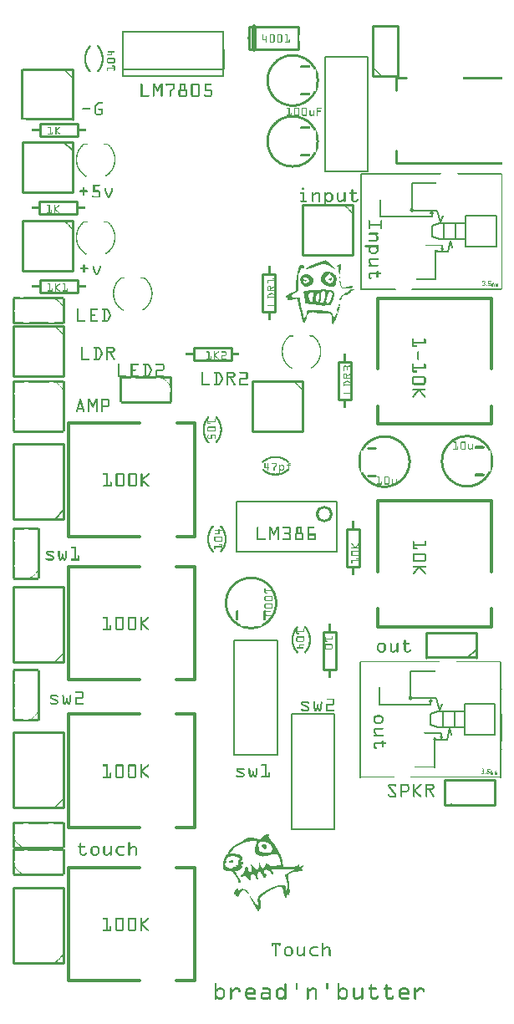
<source format=gto>
G04 MADE WITH FRITZING*
G04 WWW.FRITZING.ORG*
G04 DOUBLE SIDED*
G04 HOLES PLATED*
G04 CONTOUR ON CENTER OF CONTOUR VECTOR*
%ASAXBY*%
%FSLAX23Y23*%
%MOIN*%
%OFA0B0*%
%SFA1.0B1.0*%
%ADD10C,0.066567X0.046567*%
%ADD11C,0.008000*%
%ADD12C,0.010000*%
%ADD13C,0.020000*%
%ADD14C,0.005000*%
%ADD15C,0.006000*%
%ADD16C,0.002990*%
%ADD17C,0.012500*%
%ADD18C,0.011000*%
%ADD19R,0.001000X0.001000*%
%LNSILK1*%
G90*
G70*
G54D10*
X1261Y1975D03*
G54D11*
X1311Y1825D02*
X911Y1825D01*
D02*
X1311Y1825D02*
X1311Y1985D01*
D02*
X911Y1825D02*
X911Y2025D01*
D02*
X1311Y2025D02*
X911Y2025D01*
D02*
X1311Y2025D02*
X1311Y1985D01*
D02*
X1311Y1985D02*
X1311Y1965D01*
G54D12*
D02*
X1739Y813D02*
X1939Y813D01*
D02*
X1939Y813D02*
X1939Y913D01*
D02*
X1939Y913D02*
X1739Y913D01*
D02*
X1739Y913D02*
X1739Y813D01*
G54D11*
D02*
X858Y3746D02*
X858Y3721D01*
D02*
X858Y3721D02*
X458Y3721D01*
D02*
X458Y3721D02*
X458Y3746D01*
D02*
X458Y3746D02*
X458Y3896D01*
D02*
X458Y3746D02*
X858Y3746D01*
G54D12*
D02*
X962Y3917D02*
X1157Y3917D01*
D02*
X1157Y3827D02*
X962Y3827D01*
D02*
X962Y3827D02*
X962Y3917D01*
G54D13*
D02*
X982Y3827D02*
X982Y3917D01*
G54D12*
D02*
X1548Y3372D02*
X1548Y3422D01*
D02*
X1588Y3712D02*
X1548Y3712D01*
D02*
X1548Y3712D02*
X1548Y3662D01*
D02*
X1453Y3721D02*
X1553Y3721D01*
D02*
X1553Y3721D02*
X1553Y3921D01*
D02*
X1553Y3921D02*
X1453Y3921D01*
D02*
X1453Y3921D02*
X1453Y3721D01*
D02*
X256Y3458D02*
X56Y3458D01*
D02*
X56Y3458D02*
X56Y3258D01*
D02*
X56Y3258D02*
X256Y3258D01*
D02*
X256Y3258D02*
X256Y3458D01*
G54D14*
D02*
X221Y3458D02*
X256Y3423D01*
G54D12*
D02*
X1173Y2504D02*
X973Y2504D01*
D02*
X973Y2504D02*
X973Y2304D01*
D02*
X973Y2304D02*
X1173Y2304D01*
D02*
X1173Y2304D02*
X1173Y2504D01*
D02*
X221Y2723D02*
X21Y2723D01*
D02*
X21Y2723D02*
X21Y2523D01*
D02*
X21Y2523D02*
X221Y2523D01*
D02*
X221Y2523D02*
X221Y2723D01*
D02*
X1867Y1400D02*
X1867Y1500D01*
D02*
X1867Y1500D02*
X1667Y1500D01*
D02*
X1667Y1500D02*
X1667Y1400D01*
G54D14*
D02*
X1867Y1435D02*
X1832Y1400D01*
G54D12*
D02*
X1374Y3208D02*
X1174Y3208D01*
D02*
X1174Y3208D02*
X1174Y3008D01*
D02*
X1174Y3008D02*
X1374Y3008D01*
D02*
X1374Y3008D02*
X1374Y3208D01*
D02*
X256Y3145D02*
X56Y3145D01*
D02*
X56Y3145D02*
X56Y2945D01*
D02*
X56Y2945D02*
X256Y2945D01*
D02*
X256Y2945D02*
X256Y3145D01*
D02*
X256Y3747D02*
X56Y3747D01*
D02*
X256Y3547D02*
X256Y3747D01*
G54D11*
D02*
X902Y1013D02*
X1074Y1013D01*
D02*
X1074Y1013D02*
X1074Y1471D01*
D02*
X1074Y1471D02*
X902Y1471D01*
D02*
X902Y1471D02*
X902Y1013D01*
D02*
X1130Y718D02*
X1301Y718D01*
D02*
X1301Y718D02*
X1301Y1176D01*
D02*
X1301Y1176D02*
X1130Y1176D01*
D02*
X1130Y1176D02*
X1130Y718D01*
D02*
X1264Y3339D02*
X1435Y3339D01*
D02*
X1435Y3339D02*
X1435Y3797D01*
D02*
X1435Y3797D02*
X1264Y3797D01*
D02*
X1264Y3797D02*
X1264Y3339D01*
G54D12*
D02*
X1317Y2430D02*
X1317Y2580D01*
D02*
X1317Y2580D02*
X1367Y2580D01*
D02*
X1367Y2580D02*
X1367Y2430D01*
D02*
X1367Y2430D02*
X1317Y2430D01*
D02*
X1015Y2780D02*
X1015Y2930D01*
D02*
X1015Y2930D02*
X1065Y2930D01*
D02*
X1065Y2930D02*
X1065Y2780D01*
D02*
X1065Y2780D02*
X1015Y2780D01*
D02*
X221Y183D02*
X221Y483D01*
D02*
X221Y483D02*
X21Y483D01*
D02*
X21Y483D02*
X21Y183D01*
D02*
X21Y183D02*
X221Y183D01*
D02*
X221Y805D02*
X221Y1105D01*
D02*
X221Y1105D02*
X21Y1105D01*
D02*
X21Y1105D02*
X21Y805D01*
D02*
X21Y805D02*
X221Y805D01*
D02*
X221Y1384D02*
X221Y1684D01*
D02*
X221Y1684D02*
X21Y1684D01*
D02*
X21Y1684D02*
X21Y1384D01*
D02*
X21Y1384D02*
X221Y1384D01*
D02*
X221Y1954D02*
X221Y2254D01*
D02*
X221Y2254D02*
X21Y2254D01*
D02*
X21Y2254D02*
X21Y1954D01*
D02*
X21Y1954D02*
X221Y1954D01*
G54D14*
D02*
X221Y1989D02*
X186Y1954D01*
G54D15*
D02*
X1964Y1385D02*
X1964Y925D01*
D02*
X1404Y925D02*
X1404Y1385D01*
D02*
X1942Y1216D02*
X1942Y1094D01*
D02*
X1820Y1216D02*
X1942Y1216D01*
D02*
X1820Y1216D02*
X1820Y1094D01*
D02*
X1820Y1094D02*
X1942Y1094D01*
D02*
X1780Y1186D02*
X1780Y1124D01*
D02*
X1733Y1186D02*
X1733Y1124D01*
D02*
X1820Y1124D02*
X1715Y1124D01*
D02*
X1820Y1186D02*
X1715Y1186D01*
D02*
X1715Y1186D02*
X1685Y1176D01*
D02*
X1715Y1124D02*
X1685Y1134D01*
D02*
X1685Y1134D02*
X1685Y1176D01*
D02*
X1481Y1282D02*
X1481Y1214D01*
D02*
X1481Y1214D02*
X1685Y1214D01*
D02*
X1720Y1191D02*
X1729Y1217D01*
D02*
X1685Y1233D02*
X1680Y1228D01*
D02*
X1685Y1233D02*
X1690Y1228D01*
D02*
X1605Y1347D02*
X1605Y1239D01*
D02*
X1605Y1239D02*
X1708Y1239D01*
D02*
X1708Y1239D02*
X1720Y1191D01*
D02*
X1685Y1214D02*
X1685Y1233D01*
D02*
X1701Y965D02*
X1701Y1075D01*
D02*
X1701Y1075D02*
X1749Y1075D01*
D02*
X1749Y1075D02*
X1759Y1119D01*
D02*
X1759Y1119D02*
X1768Y1092D01*
D02*
X1728Y1099D02*
X1728Y1081D01*
D02*
X1728Y1081D02*
X1733Y1086D01*
D02*
X1728Y1081D02*
X1723Y1086D01*
G54D16*
D02*
X1919Y957D02*
X1909Y957D01*
D02*
X1909Y957D02*
X1909Y948D01*
D02*
X1947Y945D02*
X1947Y937D01*
D02*
X1924Y937D02*
X1924Y947D01*
D02*
X1928Y945D02*
X1928Y937D01*
D02*
X1932Y945D02*
X1932Y937D01*
D02*
X1939Y937D02*
X1939Y947D01*
D02*
X1943Y945D02*
X1943Y937D01*
D02*
X1909Y948D02*
X1915Y948D01*
D02*
X1919Y944D02*
X1919Y942D01*
G54D15*
D02*
X1408Y2871D02*
X1408Y3331D01*
D02*
X1946Y3162D02*
X1946Y3040D01*
D02*
X1824Y3162D02*
X1946Y3162D01*
D02*
X1824Y3162D02*
X1824Y3040D01*
D02*
X1824Y3040D02*
X1946Y3040D01*
D02*
X1784Y3132D02*
X1784Y3070D01*
D02*
X1737Y3132D02*
X1737Y3070D01*
D02*
X1824Y3070D02*
X1719Y3070D01*
D02*
X1824Y3132D02*
X1719Y3132D01*
D02*
X1719Y3132D02*
X1689Y3122D01*
D02*
X1719Y3070D02*
X1689Y3080D01*
D02*
X1689Y3080D02*
X1689Y3122D01*
D02*
X1485Y3228D02*
X1485Y3160D01*
D02*
X1485Y3160D02*
X1689Y3160D01*
D02*
X1724Y3137D02*
X1733Y3163D01*
D02*
X1689Y3179D02*
X1684Y3174D01*
D02*
X1689Y3179D02*
X1694Y3174D01*
D02*
X1609Y3293D02*
X1609Y3185D01*
D02*
X1609Y3185D02*
X1712Y3185D01*
D02*
X1712Y3185D02*
X1724Y3137D01*
D02*
X1689Y3160D02*
X1689Y3179D01*
D02*
X1705Y2911D02*
X1705Y3021D01*
D02*
X1705Y3021D02*
X1753Y3021D01*
D02*
X1753Y3021D02*
X1763Y3065D01*
D02*
X1763Y3065D02*
X1772Y3038D01*
D02*
X1732Y3045D02*
X1732Y3027D01*
D02*
X1732Y3027D02*
X1737Y3032D01*
D02*
X1732Y3027D02*
X1727Y3032D01*
G54D16*
D02*
X1923Y2903D02*
X1913Y2903D01*
D02*
X1913Y2903D02*
X1913Y2894D01*
D02*
X1951Y2891D02*
X1951Y2883D01*
D02*
X1928Y2883D02*
X1928Y2893D01*
D02*
X1932Y2891D02*
X1932Y2883D01*
D02*
X1936Y2891D02*
X1936Y2883D01*
D02*
X1943Y2883D02*
X1943Y2893D01*
D02*
X1947Y2891D02*
X1947Y2883D01*
D02*
X1913Y2894D02*
X1919Y2894D01*
D02*
X1923Y2890D02*
X1923Y2888D01*
G54D12*
D02*
X889Y2588D02*
X739Y2588D01*
D02*
X739Y2588D02*
X739Y2638D01*
D02*
X739Y2638D02*
X889Y2638D01*
D02*
X889Y2638D02*
X889Y2588D01*
D02*
X277Y2856D02*
X127Y2856D01*
D02*
X127Y2856D02*
X127Y2906D01*
D02*
X127Y2906D02*
X277Y2906D01*
D02*
X277Y2906D02*
X277Y2856D01*
D02*
X275Y3169D02*
X125Y3169D01*
D02*
X125Y3169D02*
X125Y3219D01*
D02*
X125Y3219D02*
X275Y3219D01*
D02*
X275Y3219D02*
X275Y3169D01*
D02*
X277Y3481D02*
X127Y3481D01*
D02*
X127Y3481D02*
X127Y3531D01*
D02*
X127Y3531D02*
X277Y3531D01*
D02*
X277Y3531D02*
X277Y3481D01*
D02*
X1308Y1503D02*
X1308Y1353D01*
D02*
X1308Y1353D02*
X1258Y1353D01*
D02*
X1258Y1353D02*
X1258Y1503D01*
D02*
X1258Y1503D02*
X1308Y1503D01*
D02*
X1352Y1763D02*
X1352Y1913D01*
D02*
X1352Y1913D02*
X1402Y1913D01*
D02*
X1402Y1913D02*
X1402Y1763D01*
D02*
X1402Y1763D02*
X1352Y1763D01*
G54D17*
X672Y565D02*
X744Y565D01*
X744Y112D01*
X672Y112D01*
D02*
X524Y112D02*
X241Y112D01*
X241Y565D01*
X524Y565D01*
D02*
X672Y1176D02*
X744Y1176D01*
X744Y723D01*
X672Y723D01*
D02*
X524Y723D02*
X241Y723D01*
X241Y1176D01*
X524Y1176D01*
D02*
X1928Y1598D02*
X1928Y1525D01*
X1475Y1525D01*
X1475Y1598D01*
D02*
X1475Y1745D02*
X1475Y2028D01*
X1928Y2028D01*
X1928Y1745D01*
D02*
X1927Y2404D02*
X1927Y2332D01*
X1474Y2332D01*
X1474Y2404D01*
D02*
X1474Y2552D02*
X1474Y2834D01*
X1927Y2834D01*
X1927Y2552D01*
D02*
X672Y1765D02*
X744Y1765D01*
X744Y1312D01*
X672Y1312D01*
D02*
X524Y1312D02*
X241Y1312D01*
X241Y1765D01*
X524Y1765D01*
D02*
X673Y2337D02*
X745Y2337D01*
X745Y1884D01*
X673Y1884D01*
D02*
X525Y1884D02*
X242Y1884D01*
X242Y2337D01*
X525Y2337D01*
D02*
G54D18*
X1435Y2238D02*
X1465Y2238D01*
D02*
X1435Y2128D02*
X1465Y2128D01*
D02*
G54D19*
X1153Y3917D02*
X1162Y3917D01*
X1153Y3916D02*
X1162Y3916D01*
X1153Y3915D02*
X1162Y3915D01*
X1153Y3914D02*
X1162Y3914D01*
X1153Y3913D02*
X1162Y3913D01*
X1153Y3912D02*
X1162Y3912D01*
X1153Y3911D02*
X1162Y3911D01*
X1153Y3910D02*
X1162Y3910D01*
X1153Y3909D02*
X1162Y3909D01*
X1153Y3908D02*
X1162Y3908D01*
X1153Y3907D02*
X1162Y3907D01*
X1153Y3906D02*
X1162Y3906D01*
X1153Y3905D02*
X1162Y3905D01*
X1153Y3904D02*
X1162Y3904D01*
X1153Y3903D02*
X1162Y3903D01*
X1153Y3902D02*
X1162Y3902D01*
X1153Y3901D02*
X1162Y3901D01*
X456Y3900D02*
X860Y3900D01*
X1153Y3900D02*
X1162Y3900D01*
X455Y3899D02*
X861Y3899D01*
X1153Y3899D02*
X1162Y3899D01*
X455Y3898D02*
X861Y3898D01*
X1153Y3898D02*
X1162Y3898D01*
X455Y3897D02*
X861Y3897D01*
X1153Y3897D02*
X1162Y3897D01*
X455Y3896D02*
X861Y3896D01*
X1153Y3896D02*
X1162Y3896D01*
X455Y3895D02*
X861Y3895D01*
X1153Y3895D02*
X1162Y3895D01*
X456Y3894D02*
X861Y3894D01*
X1153Y3894D02*
X1162Y3894D01*
X458Y3893D02*
X861Y3893D01*
X1153Y3893D02*
X1162Y3893D01*
X854Y3892D02*
X861Y3892D01*
X1153Y3892D02*
X1162Y3892D01*
X854Y3891D02*
X861Y3891D01*
X1153Y3891D02*
X1162Y3891D01*
X854Y3890D02*
X861Y3890D01*
X1153Y3890D02*
X1162Y3890D01*
X854Y3889D02*
X861Y3889D01*
X1153Y3889D02*
X1162Y3889D01*
X854Y3888D02*
X861Y3888D01*
X1153Y3888D02*
X1162Y3888D01*
X854Y3887D02*
X861Y3887D01*
X1153Y3887D02*
X1162Y3887D01*
X854Y3886D02*
X861Y3886D01*
X1015Y3886D02*
X1015Y3886D01*
X1046Y3886D02*
X1059Y3886D01*
X1076Y3886D02*
X1089Y3886D01*
X1104Y3886D02*
X1114Y3886D01*
X1153Y3886D02*
X1162Y3886D01*
X854Y3885D02*
X861Y3885D01*
X1014Y3885D02*
X1016Y3885D01*
X1044Y3885D02*
X1061Y3885D01*
X1074Y3885D02*
X1091Y3885D01*
X1103Y3885D02*
X1114Y3885D01*
X1153Y3885D02*
X1162Y3885D01*
X854Y3884D02*
X861Y3884D01*
X1013Y3884D02*
X1017Y3884D01*
X1043Y3884D02*
X1062Y3884D01*
X1073Y3884D02*
X1092Y3884D01*
X1103Y3884D02*
X1114Y3884D01*
X1153Y3884D02*
X1162Y3884D01*
X854Y3883D02*
X861Y3883D01*
X1013Y3883D02*
X1017Y3883D01*
X1043Y3883D02*
X1062Y3883D01*
X1073Y3883D02*
X1092Y3883D01*
X1103Y3883D02*
X1114Y3883D01*
X1153Y3883D02*
X1161Y3883D01*
X854Y3882D02*
X861Y3882D01*
X1013Y3882D02*
X1017Y3882D01*
X1026Y3882D02*
X1028Y3882D01*
X1043Y3882D02*
X1046Y3882D01*
X1059Y3882D02*
X1062Y3882D01*
X1073Y3882D02*
X1077Y3882D01*
X1089Y3882D02*
X1093Y3882D01*
X1111Y3882D02*
X1114Y3882D01*
X1153Y3882D02*
X1161Y3882D01*
X854Y3881D02*
X861Y3881D01*
X1013Y3881D02*
X1017Y3881D01*
X1026Y3881D02*
X1029Y3881D01*
X1043Y3881D02*
X1046Y3881D01*
X1059Y3881D02*
X1062Y3881D01*
X1073Y3881D02*
X1076Y3881D01*
X1089Y3881D02*
X1093Y3881D01*
X1111Y3881D02*
X1114Y3881D01*
X1153Y3881D02*
X1161Y3881D01*
X854Y3880D02*
X861Y3880D01*
X1013Y3880D02*
X1017Y3880D01*
X1026Y3880D02*
X1029Y3880D01*
X1043Y3880D02*
X1046Y3880D01*
X1059Y3880D02*
X1062Y3880D01*
X1073Y3880D02*
X1076Y3880D01*
X1089Y3880D02*
X1093Y3880D01*
X1111Y3880D02*
X1114Y3880D01*
X1153Y3880D02*
X1161Y3880D01*
X854Y3879D02*
X861Y3879D01*
X1013Y3879D02*
X1017Y3879D01*
X1026Y3879D02*
X1029Y3879D01*
X1043Y3879D02*
X1046Y3879D01*
X1059Y3879D02*
X1062Y3879D01*
X1073Y3879D02*
X1076Y3879D01*
X1089Y3879D02*
X1093Y3879D01*
X1111Y3879D02*
X1114Y3879D01*
X1153Y3879D02*
X1161Y3879D01*
X854Y3878D02*
X861Y3878D01*
X1013Y3878D02*
X1017Y3878D01*
X1026Y3878D02*
X1029Y3878D01*
X1043Y3878D02*
X1046Y3878D01*
X1059Y3878D02*
X1062Y3878D01*
X1073Y3878D02*
X1076Y3878D01*
X1089Y3878D02*
X1093Y3878D01*
X1111Y3878D02*
X1114Y3878D01*
X1153Y3878D02*
X1160Y3878D01*
X854Y3877D02*
X861Y3877D01*
X955Y3877D02*
X962Y3877D01*
X1013Y3877D02*
X1017Y3877D01*
X1026Y3877D02*
X1029Y3877D01*
X1043Y3877D02*
X1046Y3877D01*
X1059Y3877D02*
X1062Y3877D01*
X1073Y3877D02*
X1076Y3877D01*
X1089Y3877D02*
X1093Y3877D01*
X1111Y3877D02*
X1114Y3877D01*
X1153Y3877D02*
X1160Y3877D01*
X854Y3876D02*
X861Y3876D01*
X955Y3876D02*
X962Y3876D01*
X1013Y3876D02*
X1017Y3876D01*
X1026Y3876D02*
X1029Y3876D01*
X1043Y3876D02*
X1046Y3876D01*
X1059Y3876D02*
X1062Y3876D01*
X1073Y3876D02*
X1076Y3876D01*
X1089Y3876D02*
X1093Y3876D01*
X1111Y3876D02*
X1114Y3876D01*
X1153Y3876D02*
X1160Y3876D01*
X854Y3875D02*
X861Y3875D01*
X955Y3875D02*
X962Y3875D01*
X1013Y3875D02*
X1017Y3875D01*
X1026Y3875D02*
X1029Y3875D01*
X1043Y3875D02*
X1046Y3875D01*
X1059Y3875D02*
X1062Y3875D01*
X1073Y3875D02*
X1076Y3875D01*
X1089Y3875D02*
X1093Y3875D01*
X1111Y3875D02*
X1114Y3875D01*
X1153Y3875D02*
X1160Y3875D01*
X854Y3874D02*
X861Y3874D01*
X955Y3874D02*
X962Y3874D01*
X1013Y3874D02*
X1017Y3874D01*
X1026Y3874D02*
X1029Y3874D01*
X1043Y3874D02*
X1046Y3874D01*
X1059Y3874D02*
X1062Y3874D01*
X1073Y3874D02*
X1076Y3874D01*
X1089Y3874D02*
X1093Y3874D01*
X1111Y3874D02*
X1114Y3874D01*
X1153Y3874D02*
X1160Y3874D01*
X854Y3873D02*
X861Y3873D01*
X955Y3873D02*
X962Y3873D01*
X1013Y3873D02*
X1017Y3873D01*
X1026Y3873D02*
X1029Y3873D01*
X1043Y3873D02*
X1046Y3873D01*
X1059Y3873D02*
X1062Y3873D01*
X1073Y3873D02*
X1076Y3873D01*
X1089Y3873D02*
X1093Y3873D01*
X1111Y3873D02*
X1114Y3873D01*
X1153Y3873D02*
X1160Y3873D01*
X854Y3872D02*
X861Y3872D01*
X955Y3872D02*
X962Y3872D01*
X1013Y3872D02*
X1017Y3872D01*
X1026Y3872D02*
X1029Y3872D01*
X1043Y3872D02*
X1046Y3872D01*
X1059Y3872D02*
X1062Y3872D01*
X1073Y3872D02*
X1076Y3872D01*
X1089Y3872D02*
X1093Y3872D01*
X1111Y3872D02*
X1114Y3872D01*
X1153Y3872D02*
X1160Y3872D01*
X854Y3871D02*
X861Y3871D01*
X955Y3871D02*
X962Y3871D01*
X1013Y3871D02*
X1017Y3871D01*
X1026Y3871D02*
X1029Y3871D01*
X1043Y3871D02*
X1046Y3871D01*
X1059Y3871D02*
X1062Y3871D01*
X1073Y3871D02*
X1076Y3871D01*
X1089Y3871D02*
X1093Y3871D01*
X1111Y3871D02*
X1114Y3871D01*
X1153Y3871D02*
X1160Y3871D01*
X854Y3870D02*
X861Y3870D01*
X955Y3870D02*
X962Y3870D01*
X1013Y3870D02*
X1017Y3870D01*
X1026Y3870D02*
X1029Y3870D01*
X1043Y3870D02*
X1046Y3870D01*
X1059Y3870D02*
X1062Y3870D01*
X1073Y3870D02*
X1076Y3870D01*
X1089Y3870D02*
X1093Y3870D01*
X1111Y3870D02*
X1114Y3870D01*
X1153Y3870D02*
X1160Y3870D01*
X854Y3869D02*
X861Y3869D01*
X955Y3869D02*
X962Y3869D01*
X1013Y3869D02*
X1017Y3869D01*
X1026Y3869D02*
X1029Y3869D01*
X1043Y3869D02*
X1046Y3869D01*
X1059Y3869D02*
X1062Y3869D01*
X1073Y3869D02*
X1076Y3869D01*
X1089Y3869D02*
X1093Y3869D01*
X1111Y3869D02*
X1114Y3869D01*
X1153Y3869D02*
X1160Y3869D01*
X854Y3868D02*
X861Y3868D01*
X955Y3868D02*
X962Y3868D01*
X1013Y3868D02*
X1031Y3868D01*
X1043Y3868D02*
X1046Y3868D01*
X1059Y3868D02*
X1062Y3868D01*
X1073Y3868D02*
X1076Y3868D01*
X1089Y3868D02*
X1093Y3868D01*
X1111Y3868D02*
X1114Y3868D01*
X1153Y3868D02*
X1160Y3868D01*
X854Y3867D02*
X861Y3867D01*
X1013Y3867D02*
X1031Y3867D01*
X1043Y3867D02*
X1046Y3867D01*
X1059Y3867D02*
X1062Y3867D01*
X1073Y3867D02*
X1076Y3867D01*
X1089Y3867D02*
X1093Y3867D01*
X1111Y3867D02*
X1114Y3867D01*
X1153Y3867D02*
X1160Y3867D01*
X854Y3866D02*
X861Y3866D01*
X1013Y3866D02*
X1031Y3866D01*
X1043Y3866D02*
X1046Y3866D01*
X1059Y3866D02*
X1062Y3866D01*
X1073Y3866D02*
X1076Y3866D01*
X1089Y3866D02*
X1093Y3866D01*
X1111Y3866D02*
X1114Y3866D01*
X1121Y3866D02*
X1122Y3866D01*
X1153Y3866D02*
X1160Y3866D01*
X854Y3865D02*
X861Y3865D01*
X1013Y3865D02*
X1031Y3865D01*
X1043Y3865D02*
X1046Y3865D01*
X1059Y3865D02*
X1062Y3865D01*
X1073Y3865D02*
X1076Y3865D01*
X1089Y3865D02*
X1093Y3865D01*
X1111Y3865D02*
X1114Y3865D01*
X1120Y3865D02*
X1122Y3865D01*
X1153Y3865D02*
X1161Y3865D01*
X854Y3864D02*
X861Y3864D01*
X1026Y3864D02*
X1029Y3864D01*
X1043Y3864D02*
X1046Y3864D01*
X1059Y3864D02*
X1062Y3864D01*
X1073Y3864D02*
X1076Y3864D01*
X1089Y3864D02*
X1093Y3864D01*
X1111Y3864D02*
X1114Y3864D01*
X1119Y3864D02*
X1123Y3864D01*
X1153Y3864D02*
X1161Y3864D01*
X854Y3863D02*
X861Y3863D01*
X1026Y3863D02*
X1029Y3863D01*
X1043Y3863D02*
X1046Y3863D01*
X1059Y3863D02*
X1062Y3863D01*
X1073Y3863D02*
X1076Y3863D01*
X1089Y3863D02*
X1093Y3863D01*
X1111Y3863D02*
X1114Y3863D01*
X1119Y3863D02*
X1123Y3863D01*
X1153Y3863D02*
X1161Y3863D01*
X854Y3862D02*
X861Y3862D01*
X1026Y3862D02*
X1029Y3862D01*
X1043Y3862D02*
X1046Y3862D01*
X1059Y3862D02*
X1062Y3862D01*
X1073Y3862D02*
X1076Y3862D01*
X1089Y3862D02*
X1093Y3862D01*
X1111Y3862D02*
X1114Y3862D01*
X1119Y3862D02*
X1123Y3862D01*
X1153Y3862D02*
X1161Y3862D01*
X854Y3861D02*
X861Y3861D01*
X1026Y3861D02*
X1029Y3861D01*
X1043Y3861D02*
X1046Y3861D01*
X1059Y3861D02*
X1062Y3861D01*
X1073Y3861D02*
X1076Y3861D01*
X1089Y3861D02*
X1093Y3861D01*
X1111Y3861D02*
X1114Y3861D01*
X1119Y3861D02*
X1123Y3861D01*
X1153Y3861D02*
X1161Y3861D01*
X854Y3860D02*
X861Y3860D01*
X1026Y3860D02*
X1029Y3860D01*
X1043Y3860D02*
X1046Y3860D01*
X1059Y3860D02*
X1062Y3860D01*
X1073Y3860D02*
X1076Y3860D01*
X1089Y3860D02*
X1093Y3860D01*
X1111Y3860D02*
X1114Y3860D01*
X1119Y3860D02*
X1123Y3860D01*
X1153Y3860D02*
X1162Y3860D01*
X854Y3859D02*
X861Y3859D01*
X1026Y3859D02*
X1029Y3859D01*
X1043Y3859D02*
X1046Y3859D01*
X1059Y3859D02*
X1062Y3859D01*
X1073Y3859D02*
X1076Y3859D01*
X1089Y3859D02*
X1093Y3859D01*
X1111Y3859D02*
X1114Y3859D01*
X1119Y3859D02*
X1123Y3859D01*
X1153Y3859D02*
X1162Y3859D01*
X854Y3858D02*
X861Y3858D01*
X1026Y3858D02*
X1029Y3858D01*
X1043Y3858D02*
X1046Y3858D01*
X1059Y3858D02*
X1062Y3858D01*
X1073Y3858D02*
X1076Y3858D01*
X1089Y3858D02*
X1093Y3858D01*
X1111Y3858D02*
X1115Y3858D01*
X1119Y3858D02*
X1123Y3858D01*
X1153Y3858D02*
X1162Y3858D01*
X854Y3857D02*
X861Y3857D01*
X1026Y3857D02*
X1029Y3857D01*
X1043Y3857D02*
X1062Y3857D01*
X1073Y3857D02*
X1092Y3857D01*
X1103Y3857D02*
X1123Y3857D01*
X1153Y3857D02*
X1162Y3857D01*
X854Y3856D02*
X861Y3856D01*
X1026Y3856D02*
X1029Y3856D01*
X1043Y3856D02*
X1062Y3856D01*
X1073Y3856D02*
X1092Y3856D01*
X1103Y3856D02*
X1123Y3856D01*
X1153Y3856D02*
X1162Y3856D01*
X854Y3855D02*
X861Y3855D01*
X1026Y3855D02*
X1029Y3855D01*
X1044Y3855D02*
X1061Y3855D01*
X1074Y3855D02*
X1091Y3855D01*
X1103Y3855D02*
X1122Y3855D01*
X1153Y3855D02*
X1162Y3855D01*
X854Y3854D02*
X861Y3854D01*
X1027Y3854D02*
X1028Y3854D01*
X1046Y3854D02*
X1060Y3854D01*
X1076Y3854D02*
X1090Y3854D01*
X1104Y3854D02*
X1121Y3854D01*
X1153Y3854D02*
X1162Y3854D01*
X854Y3853D02*
X861Y3853D01*
X1153Y3853D02*
X1162Y3853D01*
X854Y3852D02*
X861Y3852D01*
X1153Y3852D02*
X1162Y3852D01*
X854Y3851D02*
X861Y3851D01*
X1153Y3851D02*
X1162Y3851D01*
X854Y3850D02*
X861Y3850D01*
X1153Y3850D02*
X1162Y3850D01*
X854Y3849D02*
X861Y3849D01*
X1153Y3849D02*
X1162Y3849D01*
X854Y3848D02*
X861Y3848D01*
X1153Y3848D02*
X1162Y3848D01*
X854Y3847D02*
X861Y3847D01*
X1153Y3847D02*
X1162Y3847D01*
X854Y3846D02*
X861Y3846D01*
X1153Y3846D02*
X1162Y3846D01*
X854Y3845D02*
X861Y3845D01*
X1153Y3845D02*
X1162Y3845D01*
X854Y3844D02*
X861Y3844D01*
X1153Y3844D02*
X1162Y3844D01*
X356Y3843D02*
X358Y3843D01*
X854Y3843D02*
X861Y3843D01*
X1153Y3843D02*
X1162Y3843D01*
X324Y3842D02*
X327Y3842D01*
X355Y3842D02*
X360Y3842D01*
X854Y3842D02*
X861Y3842D01*
X1153Y3842D02*
X1162Y3842D01*
X323Y3841D02*
X328Y3841D01*
X354Y3841D02*
X360Y3841D01*
X854Y3841D02*
X861Y3841D01*
X1153Y3841D02*
X1162Y3841D01*
X322Y3840D02*
X329Y3840D01*
X354Y3840D02*
X361Y3840D01*
X854Y3840D02*
X861Y3840D01*
X1153Y3840D02*
X1162Y3840D01*
X321Y3839D02*
X329Y3839D01*
X354Y3839D02*
X362Y3839D01*
X854Y3839D02*
X861Y3839D01*
X1153Y3839D02*
X1162Y3839D01*
X320Y3838D02*
X329Y3838D01*
X354Y3838D02*
X363Y3838D01*
X854Y3838D02*
X861Y3838D01*
X1153Y3838D02*
X1162Y3838D01*
X319Y3837D02*
X328Y3837D01*
X355Y3837D02*
X364Y3837D01*
X854Y3837D02*
X861Y3837D01*
X1153Y3837D02*
X1162Y3837D01*
X319Y3836D02*
X328Y3836D01*
X355Y3836D02*
X365Y3836D01*
X854Y3836D02*
X861Y3836D01*
X1153Y3836D02*
X1162Y3836D01*
X318Y3835D02*
X327Y3835D01*
X356Y3835D02*
X365Y3835D01*
X854Y3835D02*
X861Y3835D01*
X1153Y3835D02*
X1162Y3835D01*
X317Y3834D02*
X326Y3834D01*
X357Y3834D02*
X366Y3834D01*
X854Y3834D02*
X861Y3834D01*
X1153Y3834D02*
X1162Y3834D01*
X316Y3833D02*
X325Y3833D01*
X358Y3833D02*
X367Y3833D01*
X854Y3833D02*
X861Y3833D01*
X1153Y3833D02*
X1162Y3833D01*
X316Y3832D02*
X325Y3832D01*
X359Y3832D02*
X367Y3832D01*
X854Y3832D02*
X861Y3832D01*
X1153Y3832D02*
X1162Y3832D01*
X315Y3831D02*
X324Y3831D01*
X359Y3831D02*
X368Y3831D01*
X854Y3831D02*
X861Y3831D01*
X1153Y3831D02*
X1162Y3831D01*
X315Y3830D02*
X323Y3830D01*
X360Y3830D02*
X369Y3830D01*
X854Y3830D02*
X861Y3830D01*
X1153Y3830D02*
X1162Y3830D01*
X314Y3829D02*
X322Y3829D01*
X361Y3829D02*
X369Y3829D01*
X854Y3829D02*
X861Y3829D01*
X1153Y3829D02*
X1162Y3829D01*
X313Y3828D02*
X322Y3828D01*
X361Y3828D02*
X370Y3828D01*
X854Y3828D02*
X861Y3828D01*
X1153Y3828D02*
X1162Y3828D01*
X313Y3827D02*
X321Y3827D01*
X362Y3827D02*
X370Y3827D01*
X854Y3827D02*
X861Y3827D01*
X312Y3826D02*
X320Y3826D01*
X363Y3826D02*
X371Y3826D01*
X854Y3826D02*
X862Y3826D01*
X312Y3825D02*
X320Y3825D01*
X363Y3825D02*
X371Y3825D01*
X854Y3825D02*
X862Y3825D01*
X311Y3824D02*
X319Y3824D01*
X364Y3824D02*
X372Y3824D01*
X854Y3824D02*
X862Y3824D01*
X311Y3823D02*
X319Y3823D01*
X364Y3823D02*
X372Y3823D01*
X854Y3823D02*
X862Y3823D01*
X310Y3822D02*
X318Y3822D01*
X365Y3822D02*
X373Y3822D01*
X854Y3822D02*
X862Y3822D01*
X310Y3821D02*
X318Y3821D01*
X365Y3821D02*
X373Y3821D01*
X412Y3821D02*
X414Y3821D01*
X854Y3821D02*
X862Y3821D01*
X310Y3820D02*
X317Y3820D01*
X366Y3820D02*
X373Y3820D01*
X411Y3820D02*
X414Y3820D01*
X854Y3820D02*
X862Y3820D01*
X309Y3819D02*
X317Y3819D01*
X366Y3819D02*
X374Y3819D01*
X398Y3819D02*
X423Y3819D01*
X854Y3819D02*
X862Y3819D01*
X309Y3818D02*
X316Y3818D01*
X367Y3818D02*
X374Y3818D01*
X397Y3818D02*
X425Y3818D01*
X854Y3818D02*
X862Y3818D01*
X308Y3817D02*
X316Y3817D01*
X367Y3817D02*
X375Y3817D01*
X397Y3817D02*
X425Y3817D01*
X854Y3817D02*
X862Y3817D01*
X308Y3816D02*
X315Y3816D01*
X368Y3816D02*
X375Y3816D01*
X397Y3816D02*
X424Y3816D01*
X854Y3816D02*
X862Y3816D01*
X308Y3815D02*
X315Y3815D01*
X368Y3815D02*
X375Y3815D01*
X399Y3815D02*
X423Y3815D01*
X854Y3815D02*
X862Y3815D01*
X307Y3814D02*
X314Y3814D01*
X369Y3814D02*
X376Y3814D01*
X411Y3814D02*
X414Y3814D01*
X854Y3814D02*
X862Y3814D01*
X307Y3813D02*
X314Y3813D01*
X369Y3813D02*
X376Y3813D01*
X411Y3813D02*
X414Y3813D01*
X854Y3813D02*
X862Y3813D01*
X307Y3812D02*
X314Y3812D01*
X369Y3812D02*
X376Y3812D01*
X411Y3812D02*
X414Y3812D01*
X854Y3812D02*
X862Y3812D01*
X306Y3811D02*
X313Y3811D01*
X370Y3811D02*
X377Y3811D01*
X411Y3811D02*
X414Y3811D01*
X854Y3811D02*
X862Y3811D01*
X306Y3810D02*
X313Y3810D01*
X370Y3810D02*
X377Y3810D01*
X411Y3810D02*
X414Y3810D01*
X854Y3810D02*
X862Y3810D01*
X306Y3809D02*
X313Y3809D01*
X370Y3809D02*
X377Y3809D01*
X411Y3809D02*
X414Y3809D01*
X854Y3809D02*
X862Y3809D01*
X306Y3808D02*
X312Y3808D01*
X371Y3808D02*
X377Y3808D01*
X411Y3808D02*
X414Y3808D01*
X854Y3808D02*
X862Y3808D01*
X305Y3807D02*
X312Y3807D01*
X371Y3807D02*
X378Y3807D01*
X411Y3807D02*
X414Y3807D01*
X854Y3807D02*
X862Y3807D01*
X1121Y3807D02*
X1147Y3807D01*
X305Y3806D02*
X312Y3806D01*
X371Y3806D02*
X378Y3806D01*
X394Y3806D02*
X414Y3806D01*
X854Y3806D02*
X862Y3806D01*
X1115Y3806D02*
X1153Y3806D01*
X305Y3805D02*
X312Y3805D01*
X371Y3805D02*
X378Y3805D01*
X393Y3805D02*
X414Y3805D01*
X854Y3805D02*
X862Y3805D01*
X1110Y3805D02*
X1158Y3805D01*
X305Y3804D02*
X311Y3804D01*
X372Y3804D02*
X378Y3804D01*
X393Y3804D02*
X414Y3804D01*
X854Y3804D02*
X862Y3804D01*
X1107Y3804D02*
X1162Y3804D01*
X304Y3803D02*
X311Y3803D01*
X372Y3803D02*
X379Y3803D01*
X394Y3803D02*
X414Y3803D01*
X854Y3803D02*
X862Y3803D01*
X1103Y3803D02*
X1165Y3803D01*
X304Y3802D02*
X311Y3802D01*
X372Y3802D02*
X379Y3802D01*
X854Y3802D02*
X862Y3802D01*
X1100Y3802D02*
X1168Y3802D01*
X304Y3801D02*
X311Y3801D01*
X372Y3801D02*
X379Y3801D01*
X854Y3801D02*
X862Y3801D01*
X1098Y3801D02*
X1171Y3801D01*
X304Y3800D02*
X311Y3800D01*
X372Y3800D02*
X379Y3800D01*
X854Y3800D02*
X862Y3800D01*
X1095Y3800D02*
X1174Y3800D01*
X304Y3799D02*
X311Y3799D01*
X372Y3799D02*
X379Y3799D01*
X854Y3799D02*
X862Y3799D01*
X1093Y3799D02*
X1176Y3799D01*
X304Y3798D02*
X310Y3798D01*
X373Y3798D02*
X379Y3798D01*
X854Y3798D02*
X862Y3798D01*
X1091Y3798D02*
X1178Y3798D01*
X304Y3797D02*
X310Y3797D01*
X373Y3797D02*
X379Y3797D01*
X854Y3797D02*
X862Y3797D01*
X1089Y3797D02*
X1120Y3797D01*
X1148Y3797D02*
X1180Y3797D01*
X304Y3796D02*
X310Y3796D01*
X373Y3796D02*
X379Y3796D01*
X854Y3796D02*
X862Y3796D01*
X1086Y3796D02*
X1114Y3796D01*
X1154Y3796D02*
X1182Y3796D01*
X304Y3795D02*
X310Y3795D01*
X373Y3795D02*
X379Y3795D01*
X854Y3795D02*
X862Y3795D01*
X1084Y3795D02*
X1110Y3795D01*
X1158Y3795D02*
X1184Y3795D01*
X303Y3794D02*
X310Y3794D01*
X373Y3794D02*
X380Y3794D01*
X854Y3794D02*
X862Y3794D01*
X1083Y3794D02*
X1106Y3794D01*
X1162Y3794D02*
X1186Y3794D01*
X303Y3793D02*
X310Y3793D01*
X373Y3793D02*
X380Y3793D01*
X854Y3793D02*
X862Y3793D01*
X1081Y3793D02*
X1103Y3793D01*
X1165Y3793D02*
X1187Y3793D01*
X303Y3792D02*
X310Y3792D01*
X373Y3792D02*
X380Y3792D01*
X396Y3792D02*
X422Y3792D01*
X854Y3792D02*
X862Y3792D01*
X1080Y3792D02*
X1101Y3792D01*
X1168Y3792D02*
X1189Y3792D01*
X303Y3791D02*
X310Y3791D01*
X373Y3791D02*
X380Y3791D01*
X395Y3791D02*
X424Y3791D01*
X854Y3791D02*
X862Y3791D01*
X1078Y3791D02*
X1098Y3791D01*
X1171Y3791D02*
X1191Y3791D01*
X303Y3790D02*
X310Y3790D01*
X373Y3790D02*
X380Y3790D01*
X394Y3790D02*
X424Y3790D01*
X854Y3790D02*
X862Y3790D01*
X1076Y3790D02*
X1096Y3790D01*
X1173Y3790D02*
X1192Y3790D01*
X303Y3789D02*
X310Y3789D01*
X373Y3789D02*
X380Y3789D01*
X394Y3789D02*
X425Y3789D01*
X854Y3789D02*
X862Y3789D01*
X1075Y3789D02*
X1094Y3789D01*
X1175Y3789D02*
X1194Y3789D01*
X303Y3788D02*
X310Y3788D01*
X373Y3788D02*
X380Y3788D01*
X393Y3788D02*
X397Y3788D01*
X421Y3788D02*
X425Y3788D01*
X854Y3788D02*
X862Y3788D01*
X1073Y3788D02*
X1091Y3788D01*
X1177Y3788D02*
X1195Y3788D01*
X303Y3787D02*
X310Y3787D01*
X373Y3787D02*
X380Y3787D01*
X393Y3787D02*
X397Y3787D01*
X422Y3787D02*
X425Y3787D01*
X854Y3787D02*
X862Y3787D01*
X1072Y3787D02*
X1089Y3787D01*
X1179Y3787D02*
X1196Y3787D01*
X303Y3786D02*
X310Y3786D01*
X373Y3786D02*
X380Y3786D01*
X393Y3786D02*
X397Y3786D01*
X422Y3786D02*
X425Y3786D01*
X854Y3786D02*
X862Y3786D01*
X1071Y3786D02*
X1088Y3786D01*
X1181Y3786D02*
X1198Y3786D01*
X303Y3785D02*
X310Y3785D01*
X373Y3785D02*
X380Y3785D01*
X393Y3785D02*
X397Y3785D01*
X422Y3785D02*
X425Y3785D01*
X854Y3785D02*
X862Y3785D01*
X1069Y3785D02*
X1086Y3785D01*
X1183Y3785D02*
X1199Y3785D01*
X304Y3784D02*
X310Y3784D01*
X373Y3784D02*
X380Y3784D01*
X393Y3784D02*
X397Y3784D01*
X422Y3784D02*
X425Y3784D01*
X854Y3784D02*
X862Y3784D01*
X1068Y3784D02*
X1084Y3784D01*
X1184Y3784D02*
X1200Y3784D01*
X304Y3783D02*
X310Y3783D01*
X373Y3783D02*
X379Y3783D01*
X393Y3783D02*
X397Y3783D01*
X422Y3783D02*
X425Y3783D01*
X854Y3783D02*
X862Y3783D01*
X1067Y3783D02*
X1083Y3783D01*
X1186Y3783D02*
X1202Y3783D01*
X304Y3782D02*
X310Y3782D01*
X373Y3782D02*
X379Y3782D01*
X393Y3782D02*
X397Y3782D01*
X422Y3782D02*
X425Y3782D01*
X854Y3782D02*
X862Y3782D01*
X1066Y3782D02*
X1081Y3782D01*
X1187Y3782D02*
X1203Y3782D01*
X304Y3781D02*
X310Y3781D01*
X373Y3781D02*
X379Y3781D01*
X393Y3781D02*
X397Y3781D01*
X422Y3781D02*
X425Y3781D01*
X854Y3781D02*
X862Y3781D01*
X1065Y3781D02*
X1080Y3781D01*
X1189Y3781D02*
X1204Y3781D01*
X304Y3780D02*
X310Y3780D01*
X373Y3780D02*
X379Y3780D01*
X393Y3780D02*
X397Y3780D01*
X422Y3780D02*
X425Y3780D01*
X854Y3780D02*
X862Y3780D01*
X1064Y3780D02*
X1078Y3780D01*
X1190Y3780D02*
X1205Y3780D01*
X304Y3779D02*
X311Y3779D01*
X372Y3779D02*
X379Y3779D01*
X393Y3779D02*
X397Y3779D01*
X422Y3779D02*
X425Y3779D01*
X854Y3779D02*
X862Y3779D01*
X1063Y3779D02*
X1077Y3779D01*
X1192Y3779D02*
X1206Y3779D01*
X304Y3778D02*
X311Y3778D01*
X372Y3778D02*
X379Y3778D01*
X393Y3778D02*
X397Y3778D01*
X422Y3778D02*
X425Y3778D01*
X854Y3778D02*
X862Y3778D01*
X1061Y3778D02*
X1076Y3778D01*
X1193Y3778D02*
X1207Y3778D01*
X304Y3777D02*
X311Y3777D01*
X372Y3777D02*
X379Y3777D01*
X393Y3777D02*
X397Y3777D01*
X422Y3777D02*
X425Y3777D01*
X854Y3777D02*
X862Y3777D01*
X1060Y3777D02*
X1074Y3777D01*
X1194Y3777D02*
X1208Y3777D01*
X304Y3776D02*
X311Y3776D01*
X372Y3776D02*
X379Y3776D01*
X393Y3776D02*
X397Y3776D01*
X421Y3776D02*
X425Y3776D01*
X854Y3776D02*
X862Y3776D01*
X1059Y3776D02*
X1073Y3776D01*
X1195Y3776D02*
X1209Y3776D01*
X305Y3775D02*
X311Y3775D01*
X372Y3775D02*
X379Y3775D01*
X393Y3775D02*
X425Y3775D01*
X854Y3775D02*
X862Y3775D01*
X1059Y3775D02*
X1072Y3775D01*
X1197Y3775D02*
X1210Y3775D01*
X305Y3774D02*
X311Y3774D01*
X372Y3774D02*
X378Y3774D01*
X394Y3774D02*
X424Y3774D01*
X854Y3774D02*
X862Y3774D01*
X1058Y3774D02*
X1071Y3774D01*
X1198Y3774D02*
X1211Y3774D01*
X305Y3773D02*
X312Y3773D01*
X371Y3773D02*
X378Y3773D01*
X394Y3773D02*
X424Y3773D01*
X854Y3773D02*
X862Y3773D01*
X1057Y3773D02*
X1070Y3773D01*
X1199Y3773D02*
X1212Y3773D01*
X305Y3772D02*
X312Y3772D01*
X371Y3772D02*
X378Y3772D01*
X396Y3772D02*
X422Y3772D01*
X854Y3772D02*
X862Y3772D01*
X1056Y3772D02*
X1069Y3772D01*
X1200Y3772D02*
X1213Y3772D01*
X305Y3771D02*
X312Y3771D01*
X371Y3771D02*
X378Y3771D01*
X854Y3771D02*
X862Y3771D01*
X1055Y3771D02*
X1068Y3771D01*
X1201Y3771D02*
X1214Y3771D01*
X306Y3770D02*
X312Y3770D01*
X371Y3770D02*
X377Y3770D01*
X854Y3770D02*
X862Y3770D01*
X1054Y3770D02*
X1067Y3770D01*
X1202Y3770D02*
X1214Y3770D01*
X306Y3769D02*
X313Y3769D01*
X370Y3769D02*
X377Y3769D01*
X854Y3769D02*
X862Y3769D01*
X1053Y3769D02*
X1066Y3769D01*
X1203Y3769D02*
X1215Y3769D01*
X306Y3768D02*
X313Y3768D01*
X370Y3768D02*
X377Y3768D01*
X854Y3768D02*
X862Y3768D01*
X1053Y3768D02*
X1065Y3768D01*
X1204Y3768D02*
X1216Y3768D01*
X306Y3767D02*
X313Y3767D01*
X370Y3767D02*
X377Y3767D01*
X854Y3767D02*
X862Y3767D01*
X1052Y3767D02*
X1064Y3767D01*
X1205Y3767D02*
X1217Y3767D01*
X307Y3766D02*
X314Y3766D01*
X369Y3766D02*
X376Y3766D01*
X854Y3766D02*
X862Y3766D01*
X1051Y3766D02*
X1063Y3766D01*
X1206Y3766D02*
X1217Y3766D01*
X307Y3765D02*
X314Y3765D01*
X369Y3765D02*
X376Y3765D01*
X854Y3765D02*
X862Y3765D01*
X1050Y3765D02*
X1062Y3765D01*
X1207Y3765D02*
X1218Y3765D01*
X307Y3764D02*
X314Y3764D01*
X369Y3764D02*
X376Y3764D01*
X854Y3764D02*
X862Y3764D01*
X1050Y3764D02*
X1061Y3764D01*
X1207Y3764D02*
X1219Y3764D01*
X308Y3763D02*
X315Y3763D01*
X368Y3763D02*
X375Y3763D01*
X854Y3763D02*
X862Y3763D01*
X1049Y3763D02*
X1060Y3763D01*
X1168Y3763D02*
X1201Y3763D01*
X1208Y3763D02*
X1220Y3763D01*
X308Y3762D02*
X315Y3762D01*
X368Y3762D02*
X375Y3762D01*
X415Y3762D02*
X423Y3762D01*
X854Y3762D02*
X862Y3762D01*
X1048Y3762D02*
X1059Y3762D01*
X1166Y3762D02*
X1202Y3762D01*
X1209Y3762D02*
X1220Y3762D01*
X308Y3761D02*
X316Y3761D01*
X367Y3761D02*
X375Y3761D01*
X413Y3761D02*
X425Y3761D01*
X854Y3761D02*
X862Y3761D01*
X1047Y3761D02*
X1059Y3761D01*
X1165Y3761D02*
X1203Y3761D01*
X1210Y3761D02*
X1221Y3761D01*
X309Y3760D02*
X316Y3760D01*
X367Y3760D02*
X374Y3760D01*
X413Y3760D02*
X425Y3760D01*
X854Y3760D02*
X862Y3760D01*
X1047Y3760D02*
X1058Y3760D01*
X1165Y3760D02*
X1204Y3760D01*
X1211Y3760D02*
X1222Y3760D01*
X309Y3759D02*
X317Y3759D01*
X366Y3759D02*
X374Y3759D01*
X414Y3759D02*
X425Y3759D01*
X854Y3759D02*
X862Y3759D01*
X1046Y3759D02*
X1057Y3759D01*
X1164Y3759D02*
X1204Y3759D01*
X1211Y3759D02*
X1222Y3759D01*
X310Y3758D02*
X317Y3758D01*
X366Y3758D02*
X373Y3758D01*
X415Y3758D02*
X425Y3758D01*
X854Y3758D02*
X862Y3758D01*
X1046Y3758D02*
X1056Y3758D01*
X1164Y3758D02*
X1204Y3758D01*
X1212Y3758D02*
X1223Y3758D01*
X310Y3757D02*
X318Y3757D01*
X365Y3757D02*
X373Y3757D01*
X422Y3757D02*
X425Y3757D01*
X854Y3757D02*
X862Y3757D01*
X1045Y3757D02*
X1056Y3757D01*
X1164Y3757D02*
X1204Y3757D01*
X1213Y3757D02*
X1224Y3757D01*
X1454Y3757D02*
X1455Y3757D01*
X310Y3756D02*
X318Y3756D01*
X365Y3756D02*
X373Y3756D01*
X422Y3756D02*
X425Y3756D01*
X854Y3756D02*
X862Y3756D01*
X1044Y3756D02*
X1055Y3756D01*
X1165Y3756D02*
X1204Y3756D01*
X1214Y3756D02*
X1224Y3756D01*
X1453Y3756D02*
X1456Y3756D01*
X311Y3755D02*
X319Y3755D01*
X364Y3755D02*
X372Y3755D01*
X422Y3755D02*
X425Y3755D01*
X854Y3755D02*
X862Y3755D01*
X1044Y3755D02*
X1054Y3755D01*
X1165Y3755D02*
X1203Y3755D01*
X1214Y3755D02*
X1225Y3755D01*
X1452Y3755D02*
X1457Y3755D01*
X311Y3754D02*
X319Y3754D01*
X364Y3754D02*
X372Y3754D01*
X421Y3754D02*
X425Y3754D01*
X854Y3754D02*
X862Y3754D01*
X1043Y3754D02*
X1054Y3754D01*
X1166Y3754D02*
X1203Y3754D01*
X1215Y3754D02*
X1225Y3754D01*
X1452Y3754D02*
X1458Y3754D01*
X312Y3753D02*
X320Y3753D01*
X363Y3753D02*
X371Y3753D01*
X393Y3753D02*
X425Y3753D01*
X854Y3753D02*
X862Y3753D01*
X1043Y3753D02*
X1053Y3753D01*
X1167Y3753D02*
X1201Y3753D01*
X1215Y3753D02*
X1226Y3753D01*
X1453Y3753D02*
X1459Y3753D01*
X312Y3752D02*
X320Y3752D01*
X363Y3752D02*
X371Y3752D01*
X393Y3752D02*
X425Y3752D01*
X854Y3752D02*
X862Y3752D01*
X1042Y3752D02*
X1052Y3752D01*
X1216Y3752D02*
X1226Y3752D01*
X1454Y3752D02*
X1460Y3752D01*
X313Y3751D02*
X321Y3751D01*
X362Y3751D02*
X370Y3751D01*
X393Y3751D02*
X425Y3751D01*
X854Y3751D02*
X862Y3751D01*
X1042Y3751D02*
X1052Y3751D01*
X1217Y3751D02*
X1227Y3751D01*
X1455Y3751D02*
X1461Y3751D01*
X313Y3750D02*
X322Y3750D01*
X361Y3750D02*
X370Y3750D01*
X393Y3750D02*
X425Y3750D01*
X854Y3750D02*
X862Y3750D01*
X1041Y3750D02*
X1051Y3750D01*
X1217Y3750D02*
X1227Y3750D01*
X1456Y3750D02*
X1462Y3750D01*
X223Y3749D02*
X223Y3749D01*
X314Y3749D02*
X322Y3749D01*
X361Y3749D02*
X369Y3749D01*
X393Y3749D02*
X397Y3749D01*
X422Y3749D02*
X425Y3749D01*
X854Y3749D02*
X862Y3749D01*
X1041Y3749D02*
X1051Y3749D01*
X1218Y3749D02*
X1228Y3749D01*
X1457Y3749D02*
X1463Y3749D01*
X222Y3748D02*
X224Y3748D01*
X315Y3748D02*
X323Y3748D01*
X360Y3748D02*
X368Y3748D01*
X393Y3748D02*
X397Y3748D01*
X422Y3748D02*
X425Y3748D01*
X854Y3748D02*
X862Y3748D01*
X1040Y3748D02*
X1050Y3748D01*
X1218Y3748D02*
X1228Y3748D01*
X1458Y3748D02*
X1464Y3748D01*
X52Y3747D02*
X61Y3747D01*
X221Y3747D02*
X225Y3747D01*
X315Y3747D02*
X324Y3747D01*
X359Y3747D02*
X368Y3747D01*
X393Y3747D02*
X397Y3747D01*
X422Y3747D02*
X425Y3747D01*
X855Y3747D02*
X861Y3747D01*
X1040Y3747D02*
X1050Y3747D01*
X1219Y3747D02*
X1229Y3747D01*
X1459Y3747D02*
X1465Y3747D01*
X52Y3746D02*
X61Y3746D01*
X220Y3746D02*
X226Y3746D01*
X316Y3746D02*
X325Y3746D01*
X358Y3746D02*
X367Y3746D01*
X393Y3746D02*
X397Y3746D01*
X422Y3746D02*
X425Y3746D01*
X855Y3746D02*
X861Y3746D01*
X1039Y3746D02*
X1049Y3746D01*
X1219Y3746D02*
X1229Y3746D01*
X1460Y3746D02*
X1466Y3746D01*
X52Y3745D02*
X61Y3745D01*
X221Y3745D02*
X227Y3745D01*
X317Y3745D02*
X325Y3745D01*
X358Y3745D02*
X366Y3745D01*
X393Y3745D02*
X397Y3745D01*
X422Y3745D02*
X425Y3745D01*
X855Y3745D02*
X861Y3745D01*
X1039Y3745D02*
X1049Y3745D01*
X1227Y3745D02*
X1230Y3745D01*
X1461Y3745D02*
X1467Y3745D01*
X52Y3744D02*
X61Y3744D01*
X222Y3744D02*
X228Y3744D01*
X317Y3744D02*
X326Y3744D01*
X357Y3744D02*
X366Y3744D01*
X393Y3744D02*
X397Y3744D01*
X422Y3744D02*
X425Y3744D01*
X856Y3744D02*
X860Y3744D01*
X1038Y3744D02*
X1048Y3744D01*
X1227Y3744D02*
X1230Y3744D01*
X1462Y3744D02*
X1468Y3744D01*
X52Y3743D02*
X61Y3743D01*
X223Y3743D02*
X229Y3743D01*
X318Y3743D02*
X327Y3743D01*
X356Y3743D02*
X365Y3743D01*
X393Y3743D02*
X396Y3743D01*
X422Y3743D02*
X425Y3743D01*
X858Y3743D02*
X858Y3743D01*
X1038Y3743D02*
X1048Y3743D01*
X1227Y3743D02*
X1231Y3743D01*
X1463Y3743D02*
X1469Y3743D01*
X52Y3742D02*
X61Y3742D01*
X224Y3742D02*
X230Y3742D01*
X319Y3742D02*
X328Y3742D01*
X355Y3742D02*
X364Y3742D01*
X394Y3742D02*
X396Y3742D01*
X422Y3742D02*
X424Y3742D01*
X1037Y3742D02*
X1047Y3742D01*
X1227Y3742D02*
X1231Y3742D01*
X1464Y3742D02*
X1469Y3742D01*
X52Y3741D02*
X61Y3741D01*
X225Y3741D02*
X231Y3741D01*
X319Y3741D02*
X329Y3741D01*
X355Y3741D02*
X364Y3741D01*
X1037Y3741D02*
X1047Y3741D01*
X1227Y3741D02*
X1231Y3741D01*
X1465Y3741D02*
X1470Y3741D01*
X52Y3740D02*
X61Y3740D01*
X226Y3740D02*
X232Y3740D01*
X320Y3740D02*
X329Y3740D01*
X354Y3740D02*
X363Y3740D01*
X1037Y3740D02*
X1046Y3740D01*
X1227Y3740D02*
X1232Y3740D01*
X1466Y3740D02*
X1471Y3740D01*
X52Y3739D02*
X61Y3739D01*
X227Y3739D02*
X233Y3739D01*
X321Y3739D02*
X329Y3739D01*
X354Y3739D02*
X362Y3739D01*
X1036Y3739D02*
X1046Y3739D01*
X1227Y3739D02*
X1232Y3739D01*
X1467Y3739D02*
X1472Y3739D01*
X52Y3738D02*
X61Y3738D01*
X228Y3738D02*
X234Y3738D01*
X322Y3738D02*
X329Y3738D01*
X354Y3738D02*
X361Y3738D01*
X1036Y3738D02*
X1045Y3738D01*
X1227Y3738D02*
X1233Y3738D01*
X1468Y3738D02*
X1474Y3738D01*
X52Y3737D02*
X61Y3737D01*
X229Y3737D02*
X235Y3737D01*
X323Y3737D02*
X329Y3737D01*
X355Y3737D02*
X360Y3737D01*
X1036Y3737D02*
X1045Y3737D01*
X1227Y3737D02*
X1233Y3737D01*
X1469Y3737D02*
X1475Y3737D01*
X52Y3736D02*
X61Y3736D01*
X230Y3736D02*
X236Y3736D01*
X324Y3736D02*
X328Y3736D01*
X356Y3736D02*
X359Y3736D01*
X1035Y3736D02*
X1045Y3736D01*
X1227Y3736D02*
X1233Y3736D01*
X1470Y3736D02*
X1476Y3736D01*
X52Y3735D02*
X61Y3735D01*
X231Y3735D02*
X237Y3735D01*
X326Y3735D02*
X326Y3735D01*
X1035Y3735D02*
X1044Y3735D01*
X1227Y3735D02*
X1234Y3735D01*
X1471Y3735D02*
X1477Y3735D01*
X52Y3734D02*
X61Y3734D01*
X232Y3734D02*
X238Y3734D01*
X1035Y3734D02*
X1044Y3734D01*
X1227Y3734D02*
X1234Y3734D01*
X1472Y3734D02*
X1478Y3734D01*
X52Y3733D02*
X61Y3733D01*
X233Y3733D02*
X239Y3733D01*
X1034Y3733D02*
X1044Y3733D01*
X1227Y3733D02*
X1234Y3733D01*
X1473Y3733D02*
X1479Y3733D01*
X52Y3732D02*
X61Y3732D01*
X235Y3732D02*
X240Y3732D01*
X1034Y3732D02*
X1043Y3732D01*
X1227Y3732D02*
X1235Y3732D01*
X1474Y3732D02*
X1480Y3732D01*
X52Y3731D02*
X61Y3731D01*
X236Y3731D02*
X241Y3731D01*
X1034Y3731D02*
X1043Y3731D01*
X1227Y3731D02*
X1235Y3731D01*
X1475Y3731D02*
X1481Y3731D01*
X52Y3730D02*
X61Y3730D01*
X237Y3730D02*
X242Y3730D01*
X1033Y3730D02*
X1043Y3730D01*
X1227Y3730D02*
X1235Y3730D01*
X1476Y3730D02*
X1482Y3730D01*
X52Y3729D02*
X61Y3729D01*
X238Y3729D02*
X243Y3729D01*
X1033Y3729D02*
X1042Y3729D01*
X1227Y3729D02*
X1235Y3729D01*
X1477Y3729D02*
X1483Y3729D01*
X52Y3728D02*
X61Y3728D01*
X239Y3728D02*
X244Y3728D01*
X1033Y3728D02*
X1042Y3728D01*
X1227Y3728D02*
X1236Y3728D01*
X1478Y3728D02*
X1484Y3728D01*
X52Y3727D02*
X61Y3727D01*
X240Y3727D02*
X245Y3727D01*
X1033Y3727D02*
X1042Y3727D01*
X1227Y3727D02*
X1236Y3727D01*
X1479Y3727D02*
X1485Y3727D01*
X52Y3726D02*
X61Y3726D01*
X241Y3726D02*
X246Y3726D01*
X1032Y3726D02*
X1042Y3726D01*
X1227Y3726D02*
X1236Y3726D01*
X1480Y3726D02*
X1486Y3726D01*
X52Y3725D02*
X61Y3725D01*
X242Y3725D02*
X247Y3725D01*
X1032Y3725D02*
X1041Y3725D01*
X1227Y3725D02*
X1236Y3725D01*
X1481Y3725D02*
X1487Y3725D01*
X52Y3724D02*
X61Y3724D01*
X242Y3724D02*
X248Y3724D01*
X1032Y3724D02*
X1041Y3724D01*
X1227Y3724D02*
X1237Y3724D01*
X1482Y3724D02*
X1488Y3724D01*
X52Y3723D02*
X61Y3723D01*
X243Y3723D02*
X249Y3723D01*
X1032Y3723D02*
X1041Y3723D01*
X1228Y3723D02*
X1237Y3723D01*
X1483Y3723D02*
X1489Y3723D01*
X52Y3722D02*
X61Y3722D01*
X244Y3722D02*
X250Y3722D01*
X1032Y3722D02*
X1041Y3722D01*
X1228Y3722D02*
X1237Y3722D01*
X1484Y3722D02*
X1488Y3722D01*
X52Y3721D02*
X61Y3721D01*
X245Y3721D02*
X251Y3721D01*
X1031Y3721D02*
X1040Y3721D01*
X1228Y3721D02*
X1237Y3721D01*
X1485Y3721D02*
X1487Y3721D01*
X52Y3720D02*
X61Y3720D01*
X246Y3720D02*
X252Y3720D01*
X1031Y3720D02*
X1040Y3720D01*
X1228Y3720D02*
X1237Y3720D01*
X1486Y3720D02*
X1486Y3720D01*
X52Y3719D02*
X61Y3719D01*
X247Y3719D02*
X253Y3719D01*
X1031Y3719D02*
X1040Y3719D01*
X1228Y3719D02*
X1237Y3719D01*
X52Y3718D02*
X61Y3718D01*
X248Y3718D02*
X254Y3718D01*
X1031Y3718D02*
X1040Y3718D01*
X1229Y3718D02*
X1238Y3718D01*
X52Y3717D02*
X61Y3717D01*
X249Y3717D02*
X255Y3717D01*
X1031Y3717D02*
X1040Y3717D01*
X1229Y3717D02*
X1238Y3717D01*
X1814Y3717D02*
X1970Y3717D01*
X52Y3716D02*
X61Y3716D01*
X250Y3716D02*
X256Y3716D01*
X1031Y3716D02*
X1040Y3716D01*
X1229Y3716D02*
X1238Y3716D01*
X1814Y3716D02*
X1970Y3716D01*
X52Y3715D02*
X61Y3715D01*
X251Y3715D02*
X257Y3715D01*
X1031Y3715D02*
X1040Y3715D01*
X1229Y3715D02*
X1238Y3715D01*
X1814Y3715D02*
X1970Y3715D01*
X52Y3714D02*
X61Y3714D01*
X252Y3714D02*
X257Y3714D01*
X1030Y3714D02*
X1039Y3714D01*
X1229Y3714D02*
X1238Y3714D01*
X1814Y3714D02*
X1970Y3714D01*
X52Y3713D02*
X61Y3713D01*
X253Y3713D02*
X256Y3713D01*
X1030Y3713D02*
X1039Y3713D01*
X1229Y3713D02*
X1238Y3713D01*
X1814Y3713D02*
X1970Y3713D01*
X52Y3712D02*
X61Y3712D01*
X254Y3712D02*
X255Y3712D01*
X1030Y3712D02*
X1039Y3712D01*
X1229Y3712D02*
X1238Y3712D01*
X1814Y3712D02*
X1970Y3712D01*
X52Y3711D02*
X61Y3711D01*
X1030Y3711D02*
X1039Y3711D01*
X1229Y3711D02*
X1238Y3711D01*
X1814Y3711D02*
X1970Y3711D01*
X52Y3710D02*
X61Y3710D01*
X1030Y3710D02*
X1039Y3710D01*
X1229Y3710D02*
X1238Y3710D01*
X1814Y3710D02*
X1970Y3710D01*
X52Y3709D02*
X61Y3709D01*
X1030Y3709D02*
X1039Y3709D01*
X1230Y3709D02*
X1239Y3709D01*
X1814Y3709D02*
X1970Y3709D01*
X52Y3708D02*
X61Y3708D01*
X1030Y3708D02*
X1039Y3708D01*
X1230Y3708D02*
X1239Y3708D01*
X1814Y3708D02*
X1970Y3708D01*
X52Y3707D02*
X61Y3707D01*
X1030Y3707D02*
X1039Y3707D01*
X1230Y3707D02*
X1239Y3707D01*
X52Y3706D02*
X61Y3706D01*
X1030Y3706D02*
X1039Y3706D01*
X1230Y3706D02*
X1239Y3706D01*
X52Y3705D02*
X61Y3705D01*
X1030Y3705D02*
X1039Y3705D01*
X1230Y3705D02*
X1239Y3705D01*
X52Y3704D02*
X61Y3704D01*
X1030Y3704D02*
X1039Y3704D01*
X1230Y3704D02*
X1239Y3704D01*
X52Y3703D02*
X61Y3703D01*
X1030Y3703D02*
X1039Y3703D01*
X1230Y3703D02*
X1239Y3703D01*
X52Y3702D02*
X61Y3702D01*
X1030Y3702D02*
X1039Y3702D01*
X1230Y3702D02*
X1239Y3702D01*
X52Y3701D02*
X61Y3701D01*
X1030Y3701D02*
X1039Y3701D01*
X1230Y3701D02*
X1239Y3701D01*
X52Y3700D02*
X61Y3700D01*
X1030Y3700D02*
X1039Y3700D01*
X1230Y3700D02*
X1239Y3700D01*
X52Y3699D02*
X61Y3699D01*
X1030Y3699D02*
X1039Y3699D01*
X1230Y3699D02*
X1239Y3699D01*
X52Y3698D02*
X61Y3698D01*
X1030Y3698D02*
X1039Y3698D01*
X1230Y3698D02*
X1239Y3698D01*
X52Y3697D02*
X61Y3697D01*
X1030Y3697D02*
X1039Y3697D01*
X1230Y3697D02*
X1239Y3697D01*
X52Y3696D02*
X61Y3696D01*
X1030Y3696D02*
X1039Y3696D01*
X1229Y3696D02*
X1238Y3696D01*
X52Y3695D02*
X61Y3695D01*
X1030Y3695D02*
X1039Y3695D01*
X1229Y3695D02*
X1238Y3695D01*
X52Y3694D02*
X61Y3694D01*
X1030Y3694D02*
X1039Y3694D01*
X1229Y3694D02*
X1238Y3694D01*
X52Y3693D02*
X61Y3693D01*
X1030Y3693D02*
X1039Y3693D01*
X1229Y3693D02*
X1238Y3693D01*
X52Y3692D02*
X61Y3692D01*
X1030Y3692D02*
X1039Y3692D01*
X1229Y3692D02*
X1238Y3692D01*
X52Y3691D02*
X61Y3691D01*
X530Y3691D02*
X533Y3691D01*
X576Y3691D02*
X584Y3691D01*
X607Y3691D02*
X615Y3691D01*
X630Y3691D02*
X662Y3691D01*
X687Y3691D02*
X705Y3691D01*
X733Y3691D02*
X759Y3691D01*
X785Y3691D02*
X810Y3691D01*
X1030Y3691D02*
X1040Y3691D01*
X1229Y3691D02*
X1238Y3691D01*
X52Y3690D02*
X61Y3690D01*
X529Y3690D02*
X534Y3690D01*
X576Y3690D02*
X585Y3690D01*
X606Y3690D02*
X615Y3690D01*
X629Y3690D02*
X662Y3690D01*
X686Y3690D02*
X706Y3690D01*
X732Y3690D02*
X760Y3690D01*
X785Y3690D02*
X811Y3690D01*
X1031Y3690D02*
X1040Y3690D01*
X1229Y3690D02*
X1238Y3690D01*
X52Y3689D02*
X61Y3689D01*
X529Y3689D02*
X534Y3689D01*
X576Y3689D02*
X585Y3689D01*
X606Y3689D02*
X615Y3689D01*
X629Y3689D02*
X662Y3689D01*
X685Y3689D02*
X706Y3689D01*
X731Y3689D02*
X761Y3689D01*
X785Y3689D02*
X811Y3689D01*
X1031Y3689D02*
X1040Y3689D01*
X1229Y3689D02*
X1238Y3689D01*
X52Y3688D02*
X61Y3688D01*
X528Y3688D02*
X534Y3688D01*
X576Y3688D02*
X586Y3688D01*
X605Y3688D02*
X615Y3688D01*
X629Y3688D02*
X662Y3688D01*
X685Y3688D02*
X706Y3688D01*
X730Y3688D02*
X762Y3688D01*
X785Y3688D02*
X812Y3688D01*
X1031Y3688D02*
X1040Y3688D01*
X1229Y3688D02*
X1238Y3688D01*
X52Y3687D02*
X61Y3687D01*
X528Y3687D02*
X535Y3687D01*
X576Y3687D02*
X586Y3687D01*
X605Y3687D02*
X615Y3687D01*
X629Y3687D02*
X662Y3687D01*
X685Y3687D02*
X706Y3687D01*
X730Y3687D02*
X762Y3687D01*
X785Y3687D02*
X811Y3687D01*
X1031Y3687D02*
X1040Y3687D01*
X1228Y3687D02*
X1237Y3687D01*
X52Y3686D02*
X61Y3686D01*
X528Y3686D02*
X535Y3686D01*
X576Y3686D02*
X587Y3686D01*
X604Y3686D02*
X615Y3686D01*
X629Y3686D02*
X662Y3686D01*
X685Y3686D02*
X706Y3686D01*
X729Y3686D02*
X763Y3686D01*
X785Y3686D02*
X811Y3686D01*
X1031Y3686D02*
X1040Y3686D01*
X1228Y3686D02*
X1237Y3686D01*
X52Y3685D02*
X61Y3685D01*
X528Y3685D02*
X535Y3685D01*
X576Y3685D02*
X587Y3685D01*
X604Y3685D02*
X615Y3685D01*
X629Y3685D02*
X662Y3685D01*
X685Y3685D02*
X706Y3685D01*
X729Y3685D02*
X763Y3685D01*
X785Y3685D02*
X809Y3685D01*
X1031Y3685D02*
X1040Y3685D01*
X1228Y3685D02*
X1237Y3685D01*
X52Y3684D02*
X61Y3684D01*
X528Y3684D02*
X535Y3684D01*
X576Y3684D02*
X588Y3684D01*
X603Y3684D02*
X615Y3684D01*
X629Y3684D02*
X635Y3684D01*
X656Y3684D02*
X662Y3684D01*
X685Y3684D02*
X691Y3684D01*
X700Y3684D02*
X706Y3684D01*
X729Y3684D02*
X735Y3684D01*
X757Y3684D02*
X763Y3684D01*
X785Y3684D02*
X791Y3684D01*
X1032Y3684D02*
X1041Y3684D01*
X1228Y3684D02*
X1237Y3684D01*
X52Y3683D02*
X61Y3683D01*
X528Y3683D02*
X535Y3683D01*
X576Y3683D02*
X588Y3683D01*
X603Y3683D02*
X615Y3683D01*
X630Y3683D02*
X634Y3683D01*
X656Y3683D02*
X662Y3683D01*
X685Y3683D02*
X691Y3683D01*
X700Y3683D02*
X706Y3683D01*
X729Y3683D02*
X735Y3683D01*
X757Y3683D02*
X763Y3683D01*
X785Y3683D02*
X791Y3683D01*
X1032Y3683D02*
X1041Y3683D01*
X1228Y3683D02*
X1237Y3683D01*
X52Y3682D02*
X61Y3682D01*
X528Y3682D02*
X535Y3682D01*
X576Y3682D02*
X588Y3682D01*
X602Y3682D02*
X615Y3682D01*
X631Y3682D02*
X632Y3682D01*
X656Y3682D02*
X662Y3682D01*
X685Y3682D02*
X691Y3682D01*
X700Y3682D02*
X706Y3682D01*
X729Y3682D02*
X735Y3682D01*
X757Y3682D02*
X763Y3682D01*
X785Y3682D02*
X791Y3682D01*
X1032Y3682D02*
X1041Y3682D01*
X1227Y3682D02*
X1237Y3682D01*
X52Y3681D02*
X61Y3681D01*
X528Y3681D02*
X535Y3681D01*
X576Y3681D02*
X589Y3681D01*
X602Y3681D02*
X615Y3681D01*
X656Y3681D02*
X662Y3681D01*
X685Y3681D02*
X691Y3681D01*
X700Y3681D02*
X706Y3681D01*
X729Y3681D02*
X735Y3681D01*
X757Y3681D02*
X763Y3681D01*
X785Y3681D02*
X791Y3681D01*
X1032Y3681D02*
X1041Y3681D01*
X1227Y3681D02*
X1236Y3681D01*
X52Y3680D02*
X61Y3680D01*
X528Y3680D02*
X535Y3680D01*
X576Y3680D02*
X589Y3680D01*
X601Y3680D02*
X615Y3680D01*
X656Y3680D02*
X662Y3680D01*
X685Y3680D02*
X691Y3680D01*
X700Y3680D02*
X706Y3680D01*
X729Y3680D02*
X735Y3680D01*
X757Y3680D02*
X763Y3680D01*
X785Y3680D02*
X791Y3680D01*
X1032Y3680D02*
X1042Y3680D01*
X1227Y3680D02*
X1236Y3680D01*
X52Y3679D02*
X61Y3679D01*
X528Y3679D02*
X535Y3679D01*
X576Y3679D02*
X590Y3679D01*
X601Y3679D02*
X615Y3679D01*
X656Y3679D02*
X662Y3679D01*
X685Y3679D02*
X691Y3679D01*
X700Y3679D02*
X706Y3679D01*
X729Y3679D02*
X735Y3679D01*
X757Y3679D02*
X763Y3679D01*
X785Y3679D02*
X791Y3679D01*
X1033Y3679D02*
X1042Y3679D01*
X1227Y3679D02*
X1236Y3679D01*
X52Y3678D02*
X61Y3678D01*
X528Y3678D02*
X535Y3678D01*
X576Y3678D02*
X582Y3678D01*
X584Y3678D02*
X590Y3678D01*
X600Y3678D02*
X607Y3678D01*
X609Y3678D02*
X615Y3678D01*
X656Y3678D02*
X662Y3678D01*
X685Y3678D02*
X691Y3678D01*
X700Y3678D02*
X706Y3678D01*
X729Y3678D02*
X735Y3678D01*
X757Y3678D02*
X763Y3678D01*
X785Y3678D02*
X791Y3678D01*
X1033Y3678D02*
X1042Y3678D01*
X1227Y3678D02*
X1236Y3678D01*
X52Y3677D02*
X61Y3677D01*
X528Y3677D02*
X535Y3677D01*
X576Y3677D02*
X582Y3677D01*
X584Y3677D02*
X591Y3677D01*
X600Y3677D02*
X607Y3677D01*
X609Y3677D02*
X615Y3677D01*
X656Y3677D02*
X662Y3677D01*
X685Y3677D02*
X691Y3677D01*
X700Y3677D02*
X706Y3677D01*
X729Y3677D02*
X735Y3677D01*
X757Y3677D02*
X763Y3677D01*
X785Y3677D02*
X791Y3677D01*
X1033Y3677D02*
X1042Y3677D01*
X1227Y3677D02*
X1235Y3677D01*
X52Y3676D02*
X61Y3676D01*
X528Y3676D02*
X535Y3676D01*
X576Y3676D02*
X582Y3676D01*
X585Y3676D02*
X591Y3676D01*
X599Y3676D02*
X606Y3676D01*
X609Y3676D02*
X615Y3676D01*
X656Y3676D02*
X662Y3676D01*
X685Y3676D02*
X691Y3676D01*
X700Y3676D02*
X706Y3676D01*
X729Y3676D02*
X735Y3676D01*
X757Y3676D02*
X763Y3676D01*
X785Y3676D02*
X791Y3676D01*
X1033Y3676D02*
X1043Y3676D01*
X1227Y3676D02*
X1235Y3676D01*
X52Y3675D02*
X61Y3675D01*
X528Y3675D02*
X535Y3675D01*
X576Y3675D02*
X582Y3675D01*
X585Y3675D02*
X592Y3675D01*
X599Y3675D02*
X606Y3675D01*
X609Y3675D02*
X615Y3675D01*
X656Y3675D02*
X662Y3675D01*
X685Y3675D02*
X691Y3675D01*
X700Y3675D02*
X706Y3675D01*
X729Y3675D02*
X735Y3675D01*
X757Y3675D02*
X763Y3675D01*
X785Y3675D02*
X791Y3675D01*
X1034Y3675D02*
X1043Y3675D01*
X1227Y3675D02*
X1235Y3675D01*
X52Y3674D02*
X61Y3674D01*
X528Y3674D02*
X535Y3674D01*
X576Y3674D02*
X582Y3674D01*
X586Y3674D02*
X592Y3674D01*
X599Y3674D02*
X605Y3674D01*
X609Y3674D02*
X615Y3674D01*
X656Y3674D02*
X662Y3674D01*
X685Y3674D02*
X691Y3674D01*
X700Y3674D02*
X706Y3674D01*
X729Y3674D02*
X735Y3674D01*
X757Y3674D02*
X763Y3674D01*
X785Y3674D02*
X791Y3674D01*
X1034Y3674D02*
X1043Y3674D01*
X1227Y3674D02*
X1235Y3674D01*
X52Y3673D02*
X61Y3673D01*
X528Y3673D02*
X535Y3673D01*
X576Y3673D02*
X582Y3673D01*
X586Y3673D02*
X593Y3673D01*
X598Y3673D02*
X605Y3673D01*
X609Y3673D02*
X615Y3673D01*
X656Y3673D02*
X662Y3673D01*
X685Y3673D02*
X691Y3673D01*
X700Y3673D02*
X706Y3673D01*
X729Y3673D02*
X735Y3673D01*
X757Y3673D02*
X763Y3673D01*
X785Y3673D02*
X791Y3673D01*
X1034Y3673D02*
X1044Y3673D01*
X1227Y3673D02*
X1234Y3673D01*
X52Y3672D02*
X61Y3672D01*
X528Y3672D02*
X535Y3672D01*
X576Y3672D02*
X582Y3672D01*
X586Y3672D02*
X593Y3672D01*
X598Y3672D02*
X604Y3672D01*
X609Y3672D02*
X615Y3672D01*
X656Y3672D02*
X662Y3672D01*
X685Y3672D02*
X691Y3672D01*
X700Y3672D02*
X706Y3672D01*
X729Y3672D02*
X735Y3672D01*
X757Y3672D02*
X763Y3672D01*
X785Y3672D02*
X791Y3672D01*
X1034Y3672D02*
X1044Y3672D01*
X1227Y3672D02*
X1234Y3672D01*
X52Y3671D02*
X61Y3671D01*
X528Y3671D02*
X535Y3671D01*
X576Y3671D02*
X582Y3671D01*
X587Y3671D02*
X594Y3671D01*
X597Y3671D02*
X604Y3671D01*
X609Y3671D02*
X615Y3671D01*
X655Y3671D02*
X662Y3671D01*
X685Y3671D02*
X691Y3671D01*
X700Y3671D02*
X706Y3671D01*
X729Y3671D02*
X735Y3671D01*
X757Y3671D02*
X763Y3671D01*
X785Y3671D02*
X791Y3671D01*
X1035Y3671D02*
X1044Y3671D01*
X1227Y3671D02*
X1234Y3671D01*
X52Y3670D02*
X61Y3670D01*
X528Y3670D02*
X535Y3670D01*
X576Y3670D02*
X582Y3670D01*
X587Y3670D02*
X594Y3670D01*
X597Y3670D02*
X603Y3670D01*
X609Y3670D02*
X615Y3670D01*
X654Y3670D02*
X662Y3670D01*
X685Y3670D02*
X691Y3670D01*
X700Y3670D02*
X706Y3670D01*
X729Y3670D02*
X735Y3670D01*
X757Y3670D02*
X763Y3670D01*
X785Y3670D02*
X791Y3670D01*
X1035Y3670D02*
X1045Y3670D01*
X1227Y3670D02*
X1233Y3670D01*
X52Y3669D02*
X61Y3669D01*
X528Y3669D02*
X535Y3669D01*
X576Y3669D02*
X582Y3669D01*
X588Y3669D02*
X603Y3669D01*
X609Y3669D02*
X615Y3669D01*
X653Y3669D02*
X662Y3669D01*
X685Y3669D02*
X691Y3669D01*
X700Y3669D02*
X706Y3669D01*
X729Y3669D02*
X735Y3669D01*
X757Y3669D02*
X763Y3669D01*
X785Y3669D02*
X791Y3669D01*
X1035Y3669D02*
X1045Y3669D01*
X1227Y3669D02*
X1233Y3669D01*
X52Y3668D02*
X61Y3668D01*
X528Y3668D02*
X535Y3668D01*
X576Y3668D02*
X582Y3668D01*
X588Y3668D02*
X602Y3668D01*
X609Y3668D02*
X615Y3668D01*
X652Y3668D02*
X661Y3668D01*
X684Y3668D02*
X708Y3668D01*
X729Y3668D02*
X735Y3668D01*
X757Y3668D02*
X763Y3668D01*
X785Y3668D02*
X806Y3668D01*
X1036Y3668D02*
X1045Y3668D01*
X1227Y3668D02*
X1233Y3668D01*
X52Y3667D02*
X61Y3667D01*
X528Y3667D02*
X535Y3667D01*
X576Y3667D02*
X582Y3667D01*
X589Y3667D02*
X602Y3667D01*
X609Y3667D02*
X615Y3667D01*
X650Y3667D02*
X660Y3667D01*
X682Y3667D02*
X710Y3667D01*
X729Y3667D02*
X735Y3667D01*
X757Y3667D02*
X763Y3667D01*
X785Y3667D02*
X808Y3667D01*
X1036Y3667D02*
X1046Y3667D01*
X1227Y3667D02*
X1232Y3667D01*
X52Y3666D02*
X61Y3666D01*
X528Y3666D02*
X535Y3666D01*
X576Y3666D02*
X582Y3666D01*
X589Y3666D02*
X601Y3666D01*
X609Y3666D02*
X615Y3666D01*
X649Y3666D02*
X659Y3666D01*
X681Y3666D02*
X711Y3666D01*
X729Y3666D02*
X735Y3666D01*
X757Y3666D02*
X763Y3666D01*
X785Y3666D02*
X810Y3666D01*
X1037Y3666D02*
X1046Y3666D01*
X1227Y3666D02*
X1232Y3666D01*
X52Y3665D02*
X61Y3665D01*
X528Y3665D02*
X535Y3665D01*
X576Y3665D02*
X582Y3665D01*
X590Y3665D02*
X601Y3665D01*
X609Y3665D02*
X615Y3665D01*
X648Y3665D02*
X658Y3665D01*
X680Y3665D02*
X712Y3665D01*
X729Y3665D02*
X735Y3665D01*
X757Y3665D02*
X763Y3665D01*
X785Y3665D02*
X810Y3665D01*
X1037Y3665D02*
X1047Y3665D01*
X1227Y3665D02*
X1232Y3665D01*
X52Y3664D02*
X61Y3664D01*
X528Y3664D02*
X535Y3664D01*
X576Y3664D02*
X582Y3664D01*
X590Y3664D02*
X600Y3664D01*
X609Y3664D02*
X615Y3664D01*
X647Y3664D02*
X657Y3664D01*
X680Y3664D02*
X712Y3664D01*
X729Y3664D02*
X735Y3664D01*
X757Y3664D02*
X763Y3664D01*
X785Y3664D02*
X811Y3664D01*
X1037Y3664D02*
X1047Y3664D01*
X1227Y3664D02*
X1231Y3664D01*
X52Y3663D02*
X61Y3663D01*
X528Y3663D02*
X535Y3663D01*
X576Y3663D02*
X582Y3663D01*
X591Y3663D02*
X600Y3663D01*
X609Y3663D02*
X615Y3663D01*
X646Y3663D02*
X655Y3663D01*
X679Y3663D02*
X712Y3663D01*
X729Y3663D02*
X735Y3663D01*
X757Y3663D02*
X763Y3663D01*
X785Y3663D02*
X811Y3663D01*
X1038Y3663D02*
X1048Y3663D01*
X1227Y3663D02*
X1231Y3663D01*
X52Y3662D02*
X61Y3662D01*
X528Y3662D02*
X535Y3662D01*
X576Y3662D02*
X582Y3662D01*
X591Y3662D02*
X599Y3662D01*
X609Y3662D02*
X615Y3662D01*
X644Y3662D02*
X654Y3662D01*
X679Y3662D02*
X713Y3662D01*
X729Y3662D02*
X735Y3662D01*
X757Y3662D02*
X763Y3662D01*
X785Y3662D02*
X812Y3662D01*
X1038Y3662D02*
X1048Y3662D01*
X1227Y3662D02*
X1230Y3662D01*
X52Y3661D02*
X61Y3661D01*
X528Y3661D02*
X535Y3661D01*
X576Y3661D02*
X582Y3661D01*
X592Y3661D02*
X599Y3661D01*
X609Y3661D02*
X615Y3661D01*
X644Y3661D02*
X653Y3661D01*
X679Y3661D02*
X685Y3661D01*
X706Y3661D02*
X713Y3661D01*
X729Y3661D02*
X735Y3661D01*
X757Y3661D02*
X763Y3661D01*
X805Y3661D02*
X812Y3661D01*
X1039Y3661D02*
X1049Y3661D01*
X1227Y3661D02*
X1230Y3661D01*
X52Y3660D02*
X61Y3660D01*
X528Y3660D02*
X535Y3660D01*
X576Y3660D02*
X582Y3660D01*
X592Y3660D02*
X599Y3660D01*
X609Y3660D02*
X615Y3660D01*
X643Y3660D02*
X652Y3660D01*
X679Y3660D02*
X685Y3660D01*
X707Y3660D02*
X713Y3660D01*
X729Y3660D02*
X735Y3660D01*
X757Y3660D02*
X763Y3660D01*
X806Y3660D02*
X812Y3660D01*
X1039Y3660D02*
X1049Y3660D01*
X1219Y3660D02*
X1229Y3660D01*
X52Y3659D02*
X61Y3659D01*
X528Y3659D02*
X535Y3659D01*
X576Y3659D02*
X582Y3659D01*
X593Y3659D02*
X598Y3659D01*
X609Y3659D02*
X615Y3659D01*
X643Y3659D02*
X651Y3659D01*
X679Y3659D02*
X685Y3659D01*
X707Y3659D02*
X713Y3659D01*
X729Y3659D02*
X735Y3659D01*
X757Y3659D02*
X763Y3659D01*
X806Y3659D02*
X812Y3659D01*
X1040Y3659D02*
X1049Y3659D01*
X1219Y3659D02*
X1229Y3659D01*
X52Y3658D02*
X61Y3658D01*
X528Y3658D02*
X535Y3658D01*
X576Y3658D02*
X582Y3658D01*
X593Y3658D02*
X597Y3658D01*
X609Y3658D02*
X615Y3658D01*
X643Y3658D02*
X650Y3658D01*
X679Y3658D02*
X685Y3658D01*
X707Y3658D02*
X713Y3658D01*
X729Y3658D02*
X735Y3658D01*
X757Y3658D02*
X763Y3658D01*
X806Y3658D02*
X812Y3658D01*
X1040Y3658D02*
X1050Y3658D01*
X1219Y3658D02*
X1228Y3658D01*
X52Y3657D02*
X61Y3657D01*
X528Y3657D02*
X535Y3657D01*
X576Y3657D02*
X582Y3657D01*
X594Y3657D02*
X597Y3657D01*
X609Y3657D02*
X615Y3657D01*
X643Y3657D02*
X649Y3657D01*
X679Y3657D02*
X685Y3657D01*
X707Y3657D02*
X713Y3657D01*
X729Y3657D02*
X735Y3657D01*
X757Y3657D02*
X763Y3657D01*
X806Y3657D02*
X812Y3657D01*
X1041Y3657D02*
X1051Y3657D01*
X1218Y3657D02*
X1228Y3657D01*
X52Y3656D02*
X61Y3656D01*
X528Y3656D02*
X535Y3656D01*
X576Y3656D02*
X582Y3656D01*
X609Y3656D02*
X615Y3656D01*
X643Y3656D02*
X649Y3656D01*
X679Y3656D02*
X685Y3656D01*
X707Y3656D02*
X713Y3656D01*
X729Y3656D02*
X735Y3656D01*
X757Y3656D02*
X763Y3656D01*
X806Y3656D02*
X812Y3656D01*
X1041Y3656D02*
X1051Y3656D01*
X1217Y3656D02*
X1227Y3656D01*
X52Y3655D02*
X61Y3655D01*
X528Y3655D02*
X535Y3655D01*
X576Y3655D02*
X582Y3655D01*
X609Y3655D02*
X615Y3655D01*
X643Y3655D02*
X649Y3655D01*
X679Y3655D02*
X685Y3655D01*
X707Y3655D02*
X713Y3655D01*
X729Y3655D02*
X735Y3655D01*
X757Y3655D02*
X763Y3655D01*
X806Y3655D02*
X812Y3655D01*
X1042Y3655D02*
X1052Y3655D01*
X1217Y3655D02*
X1227Y3655D01*
X52Y3654D02*
X61Y3654D01*
X528Y3654D02*
X535Y3654D01*
X576Y3654D02*
X582Y3654D01*
X609Y3654D02*
X615Y3654D01*
X643Y3654D02*
X649Y3654D01*
X679Y3654D02*
X685Y3654D01*
X707Y3654D02*
X713Y3654D01*
X729Y3654D02*
X735Y3654D01*
X757Y3654D02*
X763Y3654D01*
X806Y3654D02*
X812Y3654D01*
X1042Y3654D02*
X1052Y3654D01*
X1216Y3654D02*
X1226Y3654D01*
X52Y3653D02*
X61Y3653D01*
X528Y3653D02*
X535Y3653D01*
X576Y3653D02*
X582Y3653D01*
X609Y3653D02*
X615Y3653D01*
X643Y3653D02*
X649Y3653D01*
X679Y3653D02*
X685Y3653D01*
X707Y3653D02*
X713Y3653D01*
X729Y3653D02*
X735Y3653D01*
X757Y3653D02*
X763Y3653D01*
X806Y3653D02*
X812Y3653D01*
X1042Y3653D02*
X1053Y3653D01*
X1168Y3653D02*
X1201Y3653D01*
X1216Y3653D02*
X1226Y3653D01*
X52Y3652D02*
X61Y3652D01*
X528Y3652D02*
X535Y3652D01*
X576Y3652D02*
X582Y3652D01*
X609Y3652D02*
X615Y3652D01*
X643Y3652D02*
X649Y3652D01*
X679Y3652D02*
X685Y3652D01*
X707Y3652D02*
X713Y3652D01*
X729Y3652D02*
X735Y3652D01*
X757Y3652D02*
X763Y3652D01*
X806Y3652D02*
X812Y3652D01*
X1043Y3652D02*
X1054Y3652D01*
X1166Y3652D02*
X1202Y3652D01*
X1215Y3652D02*
X1225Y3652D01*
X52Y3651D02*
X61Y3651D01*
X528Y3651D02*
X535Y3651D01*
X576Y3651D02*
X582Y3651D01*
X609Y3651D02*
X615Y3651D01*
X643Y3651D02*
X649Y3651D01*
X679Y3651D02*
X685Y3651D01*
X707Y3651D02*
X713Y3651D01*
X729Y3651D02*
X735Y3651D01*
X757Y3651D02*
X763Y3651D01*
X806Y3651D02*
X812Y3651D01*
X1044Y3651D02*
X1054Y3651D01*
X1165Y3651D02*
X1203Y3651D01*
X1214Y3651D02*
X1225Y3651D01*
X52Y3650D02*
X61Y3650D01*
X528Y3650D02*
X535Y3650D01*
X576Y3650D02*
X582Y3650D01*
X609Y3650D02*
X615Y3650D01*
X643Y3650D02*
X649Y3650D01*
X679Y3650D02*
X685Y3650D01*
X707Y3650D02*
X713Y3650D01*
X729Y3650D02*
X735Y3650D01*
X757Y3650D02*
X763Y3650D01*
X806Y3650D02*
X812Y3650D01*
X1044Y3650D02*
X1055Y3650D01*
X1165Y3650D02*
X1204Y3650D01*
X1214Y3650D02*
X1224Y3650D01*
X52Y3649D02*
X61Y3649D01*
X528Y3649D02*
X535Y3649D01*
X576Y3649D02*
X582Y3649D01*
X609Y3649D02*
X615Y3649D01*
X643Y3649D02*
X649Y3649D01*
X679Y3649D02*
X685Y3649D01*
X707Y3649D02*
X713Y3649D01*
X729Y3649D02*
X735Y3649D01*
X757Y3649D02*
X763Y3649D01*
X806Y3649D02*
X812Y3649D01*
X1045Y3649D02*
X1056Y3649D01*
X1164Y3649D02*
X1204Y3649D01*
X1213Y3649D02*
X1224Y3649D01*
X52Y3648D02*
X61Y3648D01*
X528Y3648D02*
X535Y3648D01*
X576Y3648D02*
X582Y3648D01*
X609Y3648D02*
X615Y3648D01*
X643Y3648D02*
X649Y3648D01*
X679Y3648D02*
X685Y3648D01*
X707Y3648D02*
X713Y3648D01*
X729Y3648D02*
X735Y3648D01*
X757Y3648D02*
X763Y3648D01*
X806Y3648D02*
X812Y3648D01*
X1045Y3648D02*
X1056Y3648D01*
X1164Y3648D02*
X1204Y3648D01*
X1212Y3648D02*
X1223Y3648D01*
X52Y3647D02*
X61Y3647D01*
X528Y3647D02*
X535Y3647D01*
X576Y3647D02*
X582Y3647D01*
X609Y3647D02*
X615Y3647D01*
X643Y3647D02*
X649Y3647D01*
X679Y3647D02*
X685Y3647D01*
X707Y3647D02*
X713Y3647D01*
X729Y3647D02*
X735Y3647D01*
X757Y3647D02*
X763Y3647D01*
X806Y3647D02*
X812Y3647D01*
X1046Y3647D02*
X1057Y3647D01*
X1164Y3647D02*
X1204Y3647D01*
X1211Y3647D02*
X1222Y3647D01*
X52Y3646D02*
X61Y3646D01*
X528Y3646D02*
X535Y3646D01*
X576Y3646D02*
X582Y3646D01*
X609Y3646D02*
X615Y3646D01*
X643Y3646D02*
X649Y3646D01*
X679Y3646D02*
X685Y3646D01*
X707Y3646D02*
X713Y3646D01*
X729Y3646D02*
X735Y3646D01*
X757Y3646D02*
X763Y3646D01*
X782Y3646D02*
X785Y3646D01*
X806Y3646D02*
X812Y3646D01*
X1047Y3646D02*
X1058Y3646D01*
X1165Y3646D02*
X1204Y3646D01*
X1211Y3646D02*
X1222Y3646D01*
X52Y3645D02*
X61Y3645D01*
X528Y3645D02*
X535Y3645D01*
X576Y3645D02*
X582Y3645D01*
X609Y3645D02*
X615Y3645D01*
X643Y3645D02*
X649Y3645D01*
X679Y3645D02*
X685Y3645D01*
X707Y3645D02*
X713Y3645D01*
X729Y3645D02*
X735Y3645D01*
X757Y3645D02*
X763Y3645D01*
X781Y3645D02*
X787Y3645D01*
X806Y3645D02*
X812Y3645D01*
X1047Y3645D02*
X1059Y3645D01*
X1165Y3645D02*
X1203Y3645D01*
X1210Y3645D02*
X1221Y3645D01*
X52Y3644D02*
X61Y3644D01*
X528Y3644D02*
X560Y3644D01*
X576Y3644D02*
X582Y3644D01*
X609Y3644D02*
X615Y3644D01*
X643Y3644D02*
X649Y3644D01*
X679Y3644D02*
X713Y3644D01*
X729Y3644D02*
X763Y3644D01*
X781Y3644D02*
X812Y3644D01*
X1048Y3644D02*
X1059Y3644D01*
X1166Y3644D02*
X1203Y3644D01*
X1209Y3644D02*
X1221Y3644D01*
X52Y3643D02*
X61Y3643D01*
X528Y3643D02*
X561Y3643D01*
X576Y3643D02*
X582Y3643D01*
X609Y3643D02*
X615Y3643D01*
X643Y3643D02*
X649Y3643D01*
X679Y3643D02*
X712Y3643D01*
X729Y3643D02*
X763Y3643D01*
X781Y3643D02*
X811Y3643D01*
X1049Y3643D02*
X1060Y3643D01*
X1167Y3643D02*
X1201Y3643D01*
X1208Y3643D02*
X1220Y3643D01*
X52Y3642D02*
X61Y3642D01*
X528Y3642D02*
X562Y3642D01*
X576Y3642D02*
X582Y3642D01*
X609Y3642D02*
X615Y3642D01*
X643Y3642D02*
X649Y3642D01*
X680Y3642D02*
X712Y3642D01*
X730Y3642D02*
X762Y3642D01*
X781Y3642D02*
X811Y3642D01*
X1049Y3642D02*
X1061Y3642D01*
X1208Y3642D02*
X1219Y3642D01*
X52Y3641D02*
X61Y3641D01*
X528Y3641D02*
X562Y3641D01*
X576Y3641D02*
X582Y3641D01*
X609Y3641D02*
X615Y3641D01*
X643Y3641D02*
X649Y3641D01*
X680Y3641D02*
X711Y3641D01*
X730Y3641D02*
X762Y3641D01*
X782Y3641D02*
X810Y3641D01*
X1050Y3641D02*
X1062Y3641D01*
X1207Y3641D02*
X1218Y3641D01*
X52Y3640D02*
X61Y3640D01*
X528Y3640D02*
X562Y3640D01*
X576Y3640D02*
X581Y3640D01*
X609Y3640D02*
X615Y3640D01*
X643Y3640D02*
X648Y3640D01*
X681Y3640D02*
X711Y3640D01*
X731Y3640D02*
X761Y3640D01*
X783Y3640D02*
X810Y3640D01*
X1051Y3640D02*
X1063Y3640D01*
X1206Y3640D02*
X1218Y3640D01*
X52Y3639D02*
X61Y3639D01*
X529Y3639D02*
X561Y3639D01*
X576Y3639D02*
X581Y3639D01*
X610Y3639D02*
X614Y3639D01*
X643Y3639D02*
X648Y3639D01*
X682Y3639D02*
X710Y3639D01*
X732Y3639D02*
X760Y3639D01*
X785Y3639D02*
X809Y3639D01*
X1052Y3639D02*
X1064Y3639D01*
X1205Y3639D02*
X1217Y3639D01*
X52Y3638D02*
X61Y3638D01*
X529Y3638D02*
X560Y3638D01*
X578Y3638D02*
X580Y3638D01*
X611Y3638D02*
X613Y3638D01*
X645Y3638D02*
X647Y3638D01*
X684Y3638D02*
X708Y3638D01*
X734Y3638D02*
X758Y3638D01*
X787Y3638D02*
X807Y3638D01*
X1052Y3638D02*
X1065Y3638D01*
X1204Y3638D02*
X1216Y3638D01*
X52Y3637D02*
X61Y3637D01*
X1053Y3637D02*
X1065Y3637D01*
X1203Y3637D02*
X1215Y3637D01*
X52Y3636D02*
X61Y3636D01*
X1054Y3636D02*
X1066Y3636D01*
X1202Y3636D02*
X1215Y3636D01*
X52Y3635D02*
X61Y3635D01*
X1055Y3635D02*
X1067Y3635D01*
X1201Y3635D02*
X1214Y3635D01*
X52Y3634D02*
X61Y3634D01*
X1056Y3634D02*
X1068Y3634D01*
X1200Y3634D02*
X1213Y3634D01*
X52Y3633D02*
X61Y3633D01*
X1057Y3633D02*
X1070Y3633D01*
X1199Y3633D02*
X1212Y3633D01*
X52Y3632D02*
X61Y3632D01*
X1058Y3632D02*
X1071Y3632D01*
X1198Y3632D02*
X1211Y3632D01*
X52Y3631D02*
X61Y3631D01*
X1058Y3631D02*
X1072Y3631D01*
X1197Y3631D02*
X1210Y3631D01*
X52Y3630D02*
X61Y3630D01*
X1059Y3630D02*
X1073Y3630D01*
X1196Y3630D02*
X1209Y3630D01*
X52Y3629D02*
X61Y3629D01*
X1060Y3629D02*
X1074Y3629D01*
X1194Y3629D02*
X1208Y3629D01*
X52Y3628D02*
X61Y3628D01*
X1061Y3628D02*
X1075Y3628D01*
X1193Y3628D02*
X1207Y3628D01*
X52Y3627D02*
X61Y3627D01*
X1062Y3627D02*
X1077Y3627D01*
X1192Y3627D02*
X1206Y3627D01*
X52Y3626D02*
X61Y3626D01*
X1063Y3626D02*
X1078Y3626D01*
X1190Y3626D02*
X1205Y3626D01*
X52Y3625D02*
X61Y3625D01*
X1065Y3625D02*
X1079Y3625D01*
X1189Y3625D02*
X1204Y3625D01*
X52Y3624D02*
X61Y3624D01*
X1066Y3624D02*
X1081Y3624D01*
X1188Y3624D02*
X1203Y3624D01*
X52Y3623D02*
X61Y3623D01*
X1067Y3623D02*
X1082Y3623D01*
X1186Y3623D02*
X1202Y3623D01*
X52Y3622D02*
X61Y3622D01*
X1068Y3622D02*
X1084Y3622D01*
X1184Y3622D02*
X1201Y3622D01*
X52Y3621D02*
X61Y3621D01*
X1069Y3621D02*
X1086Y3621D01*
X1183Y3621D02*
X1199Y3621D01*
X52Y3620D02*
X61Y3620D01*
X1071Y3620D02*
X1087Y3620D01*
X1181Y3620D02*
X1198Y3620D01*
X52Y3619D02*
X61Y3619D01*
X1072Y3619D02*
X1089Y3619D01*
X1179Y3619D02*
X1197Y3619D01*
X52Y3618D02*
X61Y3618D01*
X362Y3618D02*
X376Y3618D01*
X1073Y3618D02*
X1091Y3618D01*
X1177Y3618D02*
X1195Y3618D01*
X52Y3617D02*
X61Y3617D01*
X360Y3617D02*
X377Y3617D01*
X1075Y3617D02*
X1093Y3617D01*
X1175Y3617D02*
X1194Y3617D01*
X52Y3616D02*
X61Y3616D01*
X358Y3616D02*
X377Y3616D01*
X1076Y3616D02*
X1095Y3616D01*
X1173Y3616D02*
X1193Y3616D01*
X52Y3615D02*
X61Y3615D01*
X357Y3615D02*
X377Y3615D01*
X1078Y3615D02*
X1098Y3615D01*
X1171Y3615D02*
X1191Y3615D01*
X52Y3614D02*
X61Y3614D01*
X356Y3614D02*
X377Y3614D01*
X1079Y3614D02*
X1100Y3614D01*
X1168Y3614D02*
X1189Y3614D01*
X52Y3613D02*
X61Y3613D01*
X355Y3613D02*
X377Y3613D01*
X1081Y3613D02*
X1103Y3613D01*
X1165Y3613D02*
X1188Y3613D01*
X52Y3612D02*
X61Y3612D01*
X354Y3612D02*
X376Y3612D01*
X1083Y3612D02*
X1106Y3612D01*
X1163Y3612D02*
X1186Y3612D01*
X52Y3611D02*
X61Y3611D01*
X352Y3611D02*
X362Y3611D01*
X1084Y3611D02*
X1109Y3611D01*
X1159Y3611D02*
X1184Y3611D01*
X52Y3610D02*
X61Y3610D01*
X351Y3610D02*
X361Y3610D01*
X1086Y3610D02*
X1114Y3610D01*
X1155Y3610D02*
X1182Y3610D01*
X52Y3609D02*
X61Y3609D01*
X350Y3609D02*
X360Y3609D01*
X1088Y3609D02*
X1119Y3609D01*
X1149Y3609D02*
X1180Y3609D01*
X52Y3608D02*
X61Y3608D01*
X349Y3608D02*
X358Y3608D01*
X1090Y3608D02*
X1130Y3608D01*
X1138Y3608D02*
X1178Y3608D01*
X52Y3607D02*
X61Y3607D01*
X348Y3607D02*
X357Y3607D01*
X1092Y3607D02*
X1176Y3607D01*
X52Y3606D02*
X61Y3606D01*
X347Y3606D02*
X356Y3606D01*
X1095Y3606D02*
X1174Y3606D01*
X52Y3605D02*
X61Y3605D01*
X346Y3605D02*
X355Y3605D01*
X1097Y3605D02*
X1171Y3605D01*
X52Y3604D02*
X61Y3604D01*
X345Y3604D02*
X354Y3604D01*
X1100Y3604D02*
X1169Y3604D01*
X52Y3603D02*
X61Y3603D01*
X345Y3603D02*
X353Y3603D01*
X1103Y3603D02*
X1166Y3603D01*
X52Y3602D02*
X61Y3602D01*
X344Y3602D02*
X352Y3602D01*
X1106Y3602D02*
X1162Y3602D01*
X52Y3601D02*
X61Y3601D01*
X344Y3601D02*
X351Y3601D01*
X1110Y3601D02*
X1159Y3601D01*
X52Y3600D02*
X61Y3600D01*
X344Y3600D02*
X350Y3600D01*
X1114Y3600D02*
X1154Y3600D01*
X52Y3599D02*
X61Y3599D01*
X344Y3599D02*
X350Y3599D01*
X1120Y3599D02*
X1149Y3599D01*
X52Y3598D02*
X61Y3598D01*
X344Y3598D02*
X350Y3598D01*
X1132Y3598D02*
X1137Y3598D01*
X52Y3597D02*
X61Y3597D01*
X344Y3597D02*
X350Y3597D01*
X52Y3596D02*
X61Y3596D01*
X344Y3596D02*
X350Y3596D01*
X52Y3595D02*
X61Y3595D01*
X344Y3595D02*
X350Y3595D01*
X52Y3594D02*
X61Y3594D01*
X344Y3594D02*
X350Y3594D01*
X52Y3593D02*
X61Y3593D01*
X344Y3593D02*
X350Y3593D01*
X1111Y3593D02*
X1122Y3593D01*
X1143Y3593D02*
X1159Y3593D01*
X1173Y3593D02*
X1189Y3593D01*
X1231Y3593D02*
X1250Y3593D01*
X52Y3592D02*
X61Y3592D01*
X296Y3592D02*
X325Y3592D01*
X344Y3592D02*
X350Y3592D01*
X1111Y3592D02*
X1122Y3592D01*
X1142Y3592D02*
X1160Y3592D01*
X1172Y3592D02*
X1190Y3592D01*
X1231Y3592D02*
X1251Y3592D01*
X52Y3591D02*
X61Y3591D01*
X295Y3591D02*
X327Y3591D01*
X344Y3591D02*
X350Y3591D01*
X361Y3591D02*
X376Y3591D01*
X1111Y3591D02*
X1122Y3591D01*
X1141Y3591D02*
X1160Y3591D01*
X1171Y3591D02*
X1190Y3591D01*
X1231Y3591D02*
X1251Y3591D01*
X52Y3590D02*
X61Y3590D01*
X294Y3590D02*
X327Y3590D01*
X344Y3590D02*
X350Y3590D01*
X359Y3590D02*
X377Y3590D01*
X1112Y3590D02*
X1122Y3590D01*
X1141Y3590D02*
X1160Y3590D01*
X1171Y3590D02*
X1191Y3590D01*
X1231Y3590D02*
X1250Y3590D01*
X52Y3589D02*
X61Y3589D01*
X294Y3589D02*
X327Y3589D01*
X344Y3589D02*
X350Y3589D01*
X359Y3589D02*
X377Y3589D01*
X1119Y3589D02*
X1122Y3589D01*
X1141Y3589D02*
X1144Y3589D01*
X1157Y3589D02*
X1161Y3589D01*
X1171Y3589D02*
X1174Y3589D01*
X1187Y3589D02*
X1191Y3589D01*
X1231Y3589D02*
X1234Y3589D01*
X52Y3588D02*
X61Y3588D01*
X294Y3588D02*
X327Y3588D01*
X344Y3588D02*
X350Y3588D01*
X359Y3588D02*
X377Y3588D01*
X1119Y3588D02*
X1122Y3588D01*
X1141Y3588D02*
X1144Y3588D01*
X1157Y3588D02*
X1161Y3588D01*
X1171Y3588D02*
X1174Y3588D01*
X1187Y3588D02*
X1191Y3588D01*
X1231Y3588D02*
X1234Y3588D01*
X52Y3587D02*
X61Y3587D01*
X294Y3587D02*
X327Y3587D01*
X344Y3587D02*
X350Y3587D01*
X359Y3587D02*
X377Y3587D01*
X1119Y3587D02*
X1122Y3587D01*
X1141Y3587D02*
X1144Y3587D01*
X1157Y3587D02*
X1161Y3587D01*
X1171Y3587D02*
X1174Y3587D01*
X1187Y3587D02*
X1191Y3587D01*
X1231Y3587D02*
X1234Y3587D01*
X52Y3586D02*
X61Y3586D01*
X295Y3586D02*
X326Y3586D01*
X344Y3586D02*
X350Y3586D01*
X360Y3586D02*
X377Y3586D01*
X1119Y3586D02*
X1122Y3586D01*
X1141Y3586D02*
X1144Y3586D01*
X1157Y3586D02*
X1161Y3586D01*
X1171Y3586D02*
X1174Y3586D01*
X1187Y3586D02*
X1191Y3586D01*
X1231Y3586D02*
X1234Y3586D01*
X52Y3585D02*
X61Y3585D01*
X344Y3585D02*
X350Y3585D01*
X361Y3585D02*
X377Y3585D01*
X1119Y3585D02*
X1122Y3585D01*
X1141Y3585D02*
X1144Y3585D01*
X1157Y3585D02*
X1161Y3585D01*
X1171Y3585D02*
X1174Y3585D01*
X1187Y3585D02*
X1191Y3585D01*
X1231Y3585D02*
X1234Y3585D01*
X52Y3584D02*
X61Y3584D01*
X344Y3584D02*
X350Y3584D01*
X371Y3584D02*
X377Y3584D01*
X1119Y3584D02*
X1122Y3584D01*
X1141Y3584D02*
X1144Y3584D01*
X1157Y3584D02*
X1161Y3584D01*
X1171Y3584D02*
X1174Y3584D01*
X1187Y3584D02*
X1191Y3584D01*
X1202Y3584D02*
X1204Y3584D01*
X1218Y3584D02*
X1220Y3584D01*
X1231Y3584D02*
X1234Y3584D01*
X52Y3583D02*
X61Y3583D01*
X344Y3583D02*
X350Y3583D01*
X371Y3583D02*
X377Y3583D01*
X1119Y3583D02*
X1122Y3583D01*
X1141Y3583D02*
X1144Y3583D01*
X1157Y3583D02*
X1161Y3583D01*
X1171Y3583D02*
X1174Y3583D01*
X1187Y3583D02*
X1191Y3583D01*
X1201Y3583D02*
X1205Y3583D01*
X1217Y3583D02*
X1221Y3583D01*
X1231Y3583D02*
X1245Y3583D01*
X52Y3582D02*
X61Y3582D01*
X344Y3582D02*
X350Y3582D01*
X371Y3582D02*
X377Y3582D01*
X1119Y3582D02*
X1122Y3582D01*
X1141Y3582D02*
X1144Y3582D01*
X1157Y3582D02*
X1161Y3582D01*
X1171Y3582D02*
X1174Y3582D01*
X1187Y3582D02*
X1191Y3582D01*
X1201Y3582D02*
X1205Y3582D01*
X1217Y3582D02*
X1221Y3582D01*
X1231Y3582D02*
X1247Y3582D01*
X52Y3581D02*
X61Y3581D01*
X344Y3581D02*
X350Y3581D01*
X371Y3581D02*
X377Y3581D01*
X1119Y3581D02*
X1122Y3581D01*
X1141Y3581D02*
X1144Y3581D01*
X1157Y3581D02*
X1161Y3581D01*
X1171Y3581D02*
X1174Y3581D01*
X1187Y3581D02*
X1191Y3581D01*
X1201Y3581D02*
X1205Y3581D01*
X1217Y3581D02*
X1221Y3581D01*
X1231Y3581D02*
X1247Y3581D01*
X52Y3580D02*
X61Y3580D01*
X344Y3580D02*
X350Y3580D01*
X371Y3580D02*
X377Y3580D01*
X1119Y3580D02*
X1122Y3580D01*
X1141Y3580D02*
X1144Y3580D01*
X1157Y3580D02*
X1161Y3580D01*
X1171Y3580D02*
X1174Y3580D01*
X1187Y3580D02*
X1191Y3580D01*
X1201Y3580D02*
X1205Y3580D01*
X1217Y3580D02*
X1221Y3580D01*
X1231Y3580D02*
X1246Y3580D01*
X52Y3579D02*
X61Y3579D01*
X344Y3579D02*
X350Y3579D01*
X371Y3579D02*
X377Y3579D01*
X1119Y3579D02*
X1122Y3579D01*
X1141Y3579D02*
X1144Y3579D01*
X1157Y3579D02*
X1161Y3579D01*
X1171Y3579D02*
X1174Y3579D01*
X1187Y3579D02*
X1191Y3579D01*
X1201Y3579D02*
X1205Y3579D01*
X1217Y3579D02*
X1221Y3579D01*
X1231Y3579D02*
X1245Y3579D01*
X52Y3578D02*
X61Y3578D01*
X344Y3578D02*
X350Y3578D01*
X371Y3578D02*
X377Y3578D01*
X1119Y3578D02*
X1122Y3578D01*
X1141Y3578D02*
X1144Y3578D01*
X1157Y3578D02*
X1161Y3578D01*
X1171Y3578D02*
X1174Y3578D01*
X1187Y3578D02*
X1191Y3578D01*
X1201Y3578D02*
X1205Y3578D01*
X1217Y3578D02*
X1221Y3578D01*
X1231Y3578D02*
X1234Y3578D01*
X52Y3577D02*
X61Y3577D01*
X344Y3577D02*
X350Y3577D01*
X371Y3577D02*
X377Y3577D01*
X1119Y3577D02*
X1122Y3577D01*
X1141Y3577D02*
X1144Y3577D01*
X1157Y3577D02*
X1161Y3577D01*
X1171Y3577D02*
X1174Y3577D01*
X1187Y3577D02*
X1191Y3577D01*
X1201Y3577D02*
X1205Y3577D01*
X1217Y3577D02*
X1221Y3577D01*
X1231Y3577D02*
X1234Y3577D01*
X52Y3576D02*
X61Y3576D01*
X344Y3576D02*
X350Y3576D01*
X371Y3576D02*
X377Y3576D01*
X1119Y3576D02*
X1122Y3576D01*
X1141Y3576D02*
X1144Y3576D01*
X1157Y3576D02*
X1161Y3576D01*
X1171Y3576D02*
X1174Y3576D01*
X1187Y3576D02*
X1191Y3576D01*
X1201Y3576D02*
X1205Y3576D01*
X1217Y3576D02*
X1221Y3576D01*
X1231Y3576D02*
X1234Y3576D01*
X52Y3575D02*
X61Y3575D01*
X344Y3575D02*
X350Y3575D01*
X371Y3575D02*
X377Y3575D01*
X1119Y3575D02*
X1122Y3575D01*
X1141Y3575D02*
X1144Y3575D01*
X1157Y3575D02*
X1161Y3575D01*
X1171Y3575D02*
X1174Y3575D01*
X1187Y3575D02*
X1191Y3575D01*
X1201Y3575D02*
X1205Y3575D01*
X1217Y3575D02*
X1221Y3575D01*
X1231Y3575D02*
X1234Y3575D01*
X52Y3574D02*
X61Y3574D01*
X344Y3574D02*
X350Y3574D01*
X371Y3574D02*
X377Y3574D01*
X1119Y3574D02*
X1122Y3574D01*
X1141Y3574D02*
X1144Y3574D01*
X1157Y3574D02*
X1161Y3574D01*
X1171Y3574D02*
X1174Y3574D01*
X1187Y3574D02*
X1191Y3574D01*
X1201Y3574D02*
X1205Y3574D01*
X1217Y3574D02*
X1221Y3574D01*
X1231Y3574D02*
X1234Y3574D01*
X52Y3573D02*
X61Y3573D01*
X344Y3573D02*
X350Y3573D01*
X371Y3573D02*
X377Y3573D01*
X1119Y3573D02*
X1122Y3573D01*
X1128Y3573D02*
X1130Y3573D01*
X1141Y3573D02*
X1144Y3573D01*
X1157Y3573D02*
X1161Y3573D01*
X1171Y3573D02*
X1174Y3573D01*
X1187Y3573D02*
X1191Y3573D01*
X1201Y3573D02*
X1205Y3573D01*
X1217Y3573D02*
X1221Y3573D01*
X1231Y3573D02*
X1234Y3573D01*
X52Y3572D02*
X61Y3572D01*
X344Y3572D02*
X351Y3572D01*
X370Y3572D02*
X377Y3572D01*
X1119Y3572D02*
X1122Y3572D01*
X1127Y3572D02*
X1130Y3572D01*
X1141Y3572D02*
X1144Y3572D01*
X1157Y3572D02*
X1161Y3572D01*
X1171Y3572D02*
X1174Y3572D01*
X1187Y3572D02*
X1191Y3572D01*
X1201Y3572D02*
X1205Y3572D01*
X1217Y3572D02*
X1221Y3572D01*
X1231Y3572D02*
X1234Y3572D01*
X52Y3571D02*
X61Y3571D01*
X345Y3571D02*
X377Y3571D01*
X1119Y3571D02*
X1122Y3571D01*
X1127Y3571D02*
X1130Y3571D01*
X1141Y3571D02*
X1144Y3571D01*
X1157Y3571D02*
X1161Y3571D01*
X1171Y3571D02*
X1174Y3571D01*
X1187Y3571D02*
X1191Y3571D01*
X1201Y3571D02*
X1205Y3571D01*
X1217Y3571D02*
X1221Y3571D01*
X1231Y3571D02*
X1234Y3571D01*
X52Y3570D02*
X61Y3570D01*
X345Y3570D02*
X376Y3570D01*
X1119Y3570D02*
X1122Y3570D01*
X1127Y3570D02*
X1130Y3570D01*
X1141Y3570D02*
X1144Y3570D01*
X1157Y3570D02*
X1161Y3570D01*
X1171Y3570D02*
X1174Y3570D01*
X1187Y3570D02*
X1191Y3570D01*
X1201Y3570D02*
X1205Y3570D01*
X1217Y3570D02*
X1221Y3570D01*
X1231Y3570D02*
X1234Y3570D01*
X52Y3569D02*
X61Y3569D01*
X346Y3569D02*
X376Y3569D01*
X1119Y3569D02*
X1122Y3569D01*
X1127Y3569D02*
X1130Y3569D01*
X1141Y3569D02*
X1144Y3569D01*
X1157Y3569D02*
X1161Y3569D01*
X1171Y3569D02*
X1174Y3569D01*
X1187Y3569D02*
X1191Y3569D01*
X1201Y3569D02*
X1205Y3569D01*
X1216Y3569D02*
X1221Y3569D01*
X1231Y3569D02*
X1234Y3569D01*
X52Y3568D02*
X61Y3568D01*
X346Y3568D02*
X375Y3568D01*
X1119Y3568D02*
X1122Y3568D01*
X1127Y3568D02*
X1130Y3568D01*
X1141Y3568D02*
X1144Y3568D01*
X1157Y3568D02*
X1161Y3568D01*
X1171Y3568D02*
X1174Y3568D01*
X1187Y3568D02*
X1191Y3568D01*
X1201Y3568D02*
X1205Y3568D01*
X1215Y3568D02*
X1221Y3568D01*
X1231Y3568D02*
X1234Y3568D01*
X52Y3567D02*
X61Y3567D01*
X347Y3567D02*
X374Y3567D01*
X1119Y3567D02*
X1122Y3567D01*
X1127Y3567D02*
X1130Y3567D01*
X1141Y3567D02*
X1144Y3567D01*
X1157Y3567D02*
X1161Y3567D01*
X1171Y3567D02*
X1174Y3567D01*
X1187Y3567D02*
X1191Y3567D01*
X1201Y3567D02*
X1205Y3567D01*
X1213Y3567D02*
X1221Y3567D01*
X1231Y3567D02*
X1234Y3567D01*
X52Y3566D02*
X61Y3566D01*
X349Y3566D02*
X373Y3566D01*
X1119Y3566D02*
X1122Y3566D01*
X1127Y3566D02*
X1130Y3566D01*
X1141Y3566D02*
X1144Y3566D01*
X1157Y3566D02*
X1161Y3566D01*
X1171Y3566D02*
X1174Y3566D01*
X1187Y3566D02*
X1191Y3566D01*
X1202Y3566D02*
X1205Y3566D01*
X1211Y3566D02*
X1221Y3566D01*
X1231Y3566D02*
X1234Y3566D01*
X52Y3565D02*
X61Y3565D01*
X351Y3565D02*
X371Y3565D01*
X1112Y3565D02*
X1130Y3565D01*
X1141Y3565D02*
X1160Y3565D01*
X1171Y3565D02*
X1191Y3565D01*
X1202Y3565D02*
X1221Y3565D01*
X1231Y3565D02*
X1234Y3565D01*
X52Y3564D02*
X61Y3564D01*
X1111Y3564D02*
X1160Y3564D01*
X1171Y3564D02*
X1190Y3564D01*
X1202Y3564D02*
X1215Y3564D01*
X1217Y3564D02*
X1221Y3564D01*
X1231Y3564D02*
X1234Y3564D01*
X52Y3563D02*
X61Y3563D01*
X1111Y3563D02*
X1160Y3563D01*
X1172Y3563D02*
X1190Y3563D01*
X1203Y3563D02*
X1214Y3563D01*
X1217Y3563D02*
X1220Y3563D01*
X1231Y3563D02*
X1234Y3563D01*
X52Y3562D02*
X61Y3562D01*
X1110Y3562D02*
X1159Y3562D01*
X1173Y3562D02*
X1189Y3562D01*
X1205Y3562D02*
X1212Y3562D01*
X1218Y3562D02*
X1220Y3562D01*
X1232Y3562D02*
X1234Y3562D01*
X52Y3561D02*
X61Y3561D01*
X1107Y3561D02*
X1162Y3561D01*
X52Y3560D02*
X61Y3560D01*
X1103Y3560D02*
X1165Y3560D01*
X52Y3559D02*
X61Y3559D01*
X1100Y3559D02*
X1168Y3559D01*
X52Y3558D02*
X61Y3558D01*
X1097Y3558D02*
X1171Y3558D01*
X52Y3557D02*
X61Y3557D01*
X1095Y3557D02*
X1173Y3557D01*
X52Y3556D02*
X61Y3556D01*
X1093Y3556D02*
X1176Y3556D01*
X52Y3555D02*
X61Y3555D01*
X1091Y3555D02*
X1178Y3555D01*
X52Y3554D02*
X61Y3554D01*
X1088Y3554D02*
X1120Y3554D01*
X1148Y3554D02*
X1180Y3554D01*
X52Y3553D02*
X61Y3553D01*
X1086Y3553D02*
X1114Y3553D01*
X1154Y3553D02*
X1182Y3553D01*
X52Y3552D02*
X256Y3552D01*
X1084Y3552D02*
X1110Y3552D01*
X1158Y3552D02*
X1184Y3552D01*
X52Y3551D02*
X256Y3551D01*
X1083Y3551D02*
X1106Y3551D01*
X1162Y3551D02*
X1186Y3551D01*
X52Y3550D02*
X256Y3550D01*
X1081Y3550D02*
X1103Y3550D01*
X1165Y3550D02*
X1187Y3550D01*
X52Y3549D02*
X256Y3549D01*
X1079Y3549D02*
X1101Y3549D01*
X1168Y3549D02*
X1189Y3549D01*
X59Y3548D02*
X256Y3548D01*
X1078Y3548D02*
X1098Y3548D01*
X1170Y3548D02*
X1191Y3548D01*
X64Y3547D02*
X256Y3547D01*
X1076Y3547D02*
X1096Y3547D01*
X1173Y3547D02*
X1192Y3547D01*
X67Y3546D02*
X256Y3546D01*
X1075Y3546D02*
X1093Y3546D01*
X1175Y3546D02*
X1194Y3546D01*
X70Y3545D02*
X256Y3545D01*
X1073Y3545D02*
X1091Y3545D01*
X1177Y3545D02*
X1195Y3545D01*
X72Y3544D02*
X256Y3544D01*
X1072Y3544D02*
X1089Y3544D01*
X1179Y3544D02*
X1196Y3544D01*
X74Y3543D02*
X256Y3543D01*
X1071Y3543D02*
X1087Y3543D01*
X1181Y3543D02*
X1198Y3543D01*
X1069Y3542D02*
X1086Y3542D01*
X1182Y3542D02*
X1199Y3542D01*
X1068Y3541D02*
X1084Y3541D01*
X1184Y3541D02*
X1200Y3541D01*
X1067Y3540D02*
X1083Y3540D01*
X1186Y3540D02*
X1201Y3540D01*
X1066Y3539D02*
X1081Y3539D01*
X1187Y3539D02*
X1203Y3539D01*
X1065Y3538D02*
X1080Y3538D01*
X1189Y3538D02*
X1204Y3538D01*
X1064Y3537D02*
X1078Y3537D01*
X1190Y3537D02*
X1205Y3537D01*
X1062Y3536D02*
X1077Y3536D01*
X1191Y3536D02*
X1206Y3536D01*
X1061Y3535D02*
X1076Y3535D01*
X1193Y3535D02*
X1207Y3535D01*
X1060Y3534D02*
X1074Y3534D01*
X1194Y3534D02*
X1208Y3534D01*
X1059Y3533D02*
X1073Y3533D01*
X1195Y3533D02*
X1209Y3533D01*
X1058Y3532D02*
X1072Y3532D01*
X1196Y3532D02*
X1210Y3532D01*
X1058Y3531D02*
X1071Y3531D01*
X1198Y3531D02*
X1211Y3531D01*
X1057Y3530D02*
X1070Y3530D01*
X1199Y3530D02*
X1212Y3530D01*
X1056Y3529D02*
X1069Y3529D01*
X1200Y3529D02*
X1213Y3529D01*
X1055Y3528D02*
X1067Y3528D01*
X1201Y3528D02*
X1213Y3528D01*
X1054Y3527D02*
X1066Y3527D01*
X1202Y3527D02*
X1214Y3527D01*
X1053Y3526D02*
X1065Y3526D01*
X1203Y3526D02*
X1215Y3526D01*
X1052Y3525D02*
X1065Y3525D01*
X1204Y3525D02*
X1216Y3525D01*
X1052Y3524D02*
X1064Y3524D01*
X1205Y3524D02*
X1217Y3524D01*
X1051Y3523D02*
X1063Y3523D01*
X1206Y3523D02*
X1217Y3523D01*
X1050Y3522D02*
X1062Y3522D01*
X1206Y3522D02*
X1218Y3522D01*
X1049Y3521D02*
X1061Y3521D01*
X1207Y3521D02*
X1219Y3521D01*
X1049Y3520D02*
X1060Y3520D01*
X1168Y3520D02*
X1201Y3520D01*
X1208Y3520D02*
X1220Y3520D01*
X1048Y3519D02*
X1059Y3519D01*
X1166Y3519D02*
X1202Y3519D01*
X1209Y3519D02*
X1220Y3519D01*
X159Y3518D02*
X170Y3518D01*
X189Y3518D02*
X191Y3518D01*
X206Y3518D02*
X207Y3518D01*
X1047Y3518D02*
X1059Y3518D01*
X1165Y3518D02*
X1203Y3518D01*
X1210Y3518D02*
X1221Y3518D01*
X158Y3517D02*
X170Y3517D01*
X189Y3517D02*
X191Y3517D01*
X204Y3517D02*
X208Y3517D01*
X1047Y3517D02*
X1058Y3517D01*
X1165Y3517D02*
X1204Y3517D01*
X1210Y3517D02*
X1222Y3517D01*
X158Y3516D02*
X170Y3516D01*
X188Y3516D02*
X192Y3516D01*
X203Y3516D02*
X208Y3516D01*
X1046Y3516D02*
X1057Y3516D01*
X1164Y3516D02*
X1204Y3516D01*
X1211Y3516D02*
X1222Y3516D01*
X159Y3515D02*
X170Y3515D01*
X188Y3515D02*
X192Y3515D01*
X202Y3515D02*
X207Y3515D01*
X1045Y3515D02*
X1056Y3515D01*
X1164Y3515D02*
X1204Y3515D01*
X1212Y3515D02*
X1223Y3515D01*
X166Y3514D02*
X170Y3514D01*
X188Y3514D02*
X192Y3514D01*
X201Y3514D02*
X206Y3514D01*
X1045Y3514D02*
X1056Y3514D01*
X1164Y3514D02*
X1204Y3514D01*
X1213Y3514D02*
X1223Y3514D01*
X166Y3513D02*
X170Y3513D01*
X188Y3513D02*
X192Y3513D01*
X200Y3513D02*
X205Y3513D01*
X1044Y3513D02*
X1055Y3513D01*
X1165Y3513D02*
X1204Y3513D01*
X1213Y3513D02*
X1224Y3513D01*
X166Y3512D02*
X170Y3512D01*
X188Y3512D02*
X192Y3512D01*
X199Y3512D02*
X204Y3512D01*
X1044Y3512D02*
X1054Y3512D01*
X1165Y3512D02*
X1203Y3512D01*
X1214Y3512D02*
X1225Y3512D01*
X95Y3511D02*
X127Y3511D01*
X166Y3511D02*
X170Y3511D01*
X188Y3511D02*
X192Y3511D01*
X197Y3511D02*
X203Y3511D01*
X278Y3511D02*
X309Y3511D01*
X1043Y3511D02*
X1054Y3511D01*
X1166Y3511D02*
X1202Y3511D01*
X1215Y3511D02*
X1225Y3511D01*
X95Y3510D02*
X127Y3510D01*
X166Y3510D02*
X170Y3510D01*
X188Y3510D02*
X192Y3510D01*
X196Y3510D02*
X202Y3510D01*
X278Y3510D02*
X309Y3510D01*
X1042Y3510D02*
X1053Y3510D01*
X1167Y3510D02*
X1201Y3510D01*
X1215Y3510D02*
X1226Y3510D01*
X95Y3509D02*
X127Y3509D01*
X166Y3509D02*
X170Y3509D01*
X188Y3509D02*
X192Y3509D01*
X195Y3509D02*
X201Y3509D01*
X278Y3509D02*
X309Y3509D01*
X1042Y3509D02*
X1052Y3509D01*
X1216Y3509D02*
X1226Y3509D01*
X95Y3508D02*
X127Y3508D01*
X166Y3508D02*
X170Y3508D01*
X188Y3508D02*
X192Y3508D01*
X194Y3508D02*
X199Y3508D01*
X278Y3508D02*
X309Y3508D01*
X1041Y3508D02*
X1052Y3508D01*
X1217Y3508D02*
X1227Y3508D01*
X95Y3507D02*
X127Y3507D01*
X166Y3507D02*
X170Y3507D01*
X188Y3507D02*
X198Y3507D01*
X278Y3507D02*
X309Y3507D01*
X1041Y3507D02*
X1051Y3507D01*
X1217Y3507D02*
X1227Y3507D01*
X95Y3506D02*
X127Y3506D01*
X166Y3506D02*
X170Y3506D01*
X188Y3506D02*
X197Y3506D01*
X278Y3506D02*
X309Y3506D01*
X1041Y3506D02*
X1051Y3506D01*
X1218Y3506D02*
X1228Y3506D01*
X95Y3505D02*
X127Y3505D01*
X166Y3505D02*
X170Y3505D01*
X188Y3505D02*
X196Y3505D01*
X278Y3505D02*
X309Y3505D01*
X1040Y3505D02*
X1050Y3505D01*
X1218Y3505D02*
X1228Y3505D01*
X95Y3504D02*
X127Y3504D01*
X166Y3504D02*
X170Y3504D01*
X188Y3504D02*
X195Y3504D01*
X278Y3504D02*
X309Y3504D01*
X1040Y3504D02*
X1049Y3504D01*
X1219Y3504D02*
X1229Y3504D01*
X95Y3503D02*
X127Y3503D01*
X166Y3503D02*
X170Y3503D01*
X188Y3503D02*
X194Y3503D01*
X278Y3503D02*
X309Y3503D01*
X1039Y3503D02*
X1049Y3503D01*
X1219Y3503D02*
X1229Y3503D01*
X95Y3502D02*
X127Y3502D01*
X166Y3502D02*
X170Y3502D01*
X188Y3502D02*
X193Y3502D01*
X278Y3502D02*
X309Y3502D01*
X1039Y3502D02*
X1048Y3502D01*
X1227Y3502D02*
X1230Y3502D01*
X166Y3501D02*
X170Y3501D01*
X188Y3501D02*
X194Y3501D01*
X1038Y3501D02*
X1048Y3501D01*
X1227Y3501D02*
X1230Y3501D01*
X166Y3500D02*
X170Y3500D01*
X188Y3500D02*
X195Y3500D01*
X1038Y3500D02*
X1048Y3500D01*
X1227Y3500D02*
X1231Y3500D01*
X166Y3499D02*
X170Y3499D01*
X188Y3499D02*
X197Y3499D01*
X1037Y3499D02*
X1047Y3499D01*
X1227Y3499D02*
X1231Y3499D01*
X166Y3498D02*
X170Y3498D01*
X175Y3498D02*
X177Y3498D01*
X188Y3498D02*
X198Y3498D01*
X1037Y3498D02*
X1047Y3498D01*
X1227Y3498D02*
X1231Y3498D01*
X166Y3497D02*
X170Y3497D01*
X175Y3497D02*
X178Y3497D01*
X188Y3497D02*
X199Y3497D01*
X1037Y3497D02*
X1046Y3497D01*
X1227Y3497D02*
X1232Y3497D01*
X166Y3496D02*
X170Y3496D01*
X175Y3496D02*
X178Y3496D01*
X188Y3496D02*
X192Y3496D01*
X195Y3496D02*
X200Y3496D01*
X1036Y3496D02*
X1046Y3496D01*
X1227Y3496D02*
X1232Y3496D01*
X166Y3495D02*
X170Y3495D01*
X175Y3495D02*
X178Y3495D01*
X188Y3495D02*
X192Y3495D01*
X196Y3495D02*
X201Y3495D01*
X1036Y3495D02*
X1045Y3495D01*
X1227Y3495D02*
X1232Y3495D01*
X166Y3494D02*
X170Y3494D01*
X175Y3494D02*
X178Y3494D01*
X188Y3494D02*
X192Y3494D01*
X197Y3494D02*
X202Y3494D01*
X1035Y3494D02*
X1045Y3494D01*
X1227Y3494D02*
X1233Y3494D01*
X166Y3493D02*
X170Y3493D01*
X175Y3493D02*
X178Y3493D01*
X188Y3493D02*
X192Y3493D01*
X198Y3493D02*
X204Y3493D01*
X1035Y3493D02*
X1045Y3493D01*
X1227Y3493D02*
X1233Y3493D01*
X166Y3492D02*
X170Y3492D01*
X175Y3492D02*
X178Y3492D01*
X188Y3492D02*
X192Y3492D01*
X199Y3492D02*
X205Y3492D01*
X1035Y3492D02*
X1044Y3492D01*
X1227Y3492D02*
X1233Y3492D01*
X166Y3491D02*
X170Y3491D01*
X175Y3491D02*
X178Y3491D01*
X188Y3491D02*
X192Y3491D01*
X200Y3491D02*
X206Y3491D01*
X1034Y3491D02*
X1044Y3491D01*
X1227Y3491D02*
X1234Y3491D01*
X159Y3490D02*
X178Y3490D01*
X188Y3490D02*
X192Y3490D01*
X202Y3490D02*
X207Y3490D01*
X1034Y3490D02*
X1044Y3490D01*
X1227Y3490D02*
X1234Y3490D01*
X158Y3489D02*
X178Y3489D01*
X188Y3489D02*
X192Y3489D01*
X203Y3489D02*
X208Y3489D01*
X1034Y3489D02*
X1043Y3489D01*
X1227Y3489D02*
X1234Y3489D01*
X158Y3488D02*
X178Y3488D01*
X188Y3488D02*
X192Y3488D01*
X204Y3488D02*
X208Y3488D01*
X1034Y3488D02*
X1043Y3488D01*
X1227Y3488D02*
X1235Y3488D01*
X159Y3487D02*
X178Y3487D01*
X189Y3487D02*
X191Y3487D01*
X205Y3487D02*
X208Y3487D01*
X1033Y3487D02*
X1043Y3487D01*
X1227Y3487D02*
X1235Y3487D01*
X1033Y3486D02*
X1042Y3486D01*
X1227Y3486D02*
X1235Y3486D01*
X1033Y3485D02*
X1042Y3485D01*
X1227Y3485D02*
X1235Y3485D01*
X1033Y3484D02*
X1042Y3484D01*
X1227Y3484D02*
X1236Y3484D01*
X1032Y3483D02*
X1041Y3483D01*
X1227Y3483D02*
X1236Y3483D01*
X1032Y3482D02*
X1041Y3482D01*
X1227Y3482D02*
X1236Y3482D01*
X1032Y3481D02*
X1041Y3481D01*
X1227Y3481D02*
X1236Y3481D01*
X1032Y3480D02*
X1041Y3480D01*
X1228Y3480D02*
X1237Y3480D01*
X1031Y3479D02*
X1041Y3479D01*
X1228Y3479D02*
X1237Y3479D01*
X1031Y3478D02*
X1040Y3478D01*
X1228Y3478D02*
X1237Y3478D01*
X1031Y3477D02*
X1040Y3477D01*
X1228Y3477D02*
X1237Y3477D01*
X1031Y3476D02*
X1040Y3476D01*
X1228Y3476D02*
X1237Y3476D01*
X1031Y3475D02*
X1040Y3475D01*
X1228Y3475D02*
X1237Y3475D01*
X1031Y3474D02*
X1040Y3474D01*
X1229Y3474D02*
X1238Y3474D01*
X1031Y3473D02*
X1040Y3473D01*
X1229Y3473D02*
X1238Y3473D01*
X1030Y3472D02*
X1039Y3472D01*
X1229Y3472D02*
X1238Y3472D01*
X1030Y3471D02*
X1039Y3471D01*
X1229Y3471D02*
X1238Y3471D01*
X1030Y3470D02*
X1039Y3470D01*
X1229Y3470D02*
X1238Y3470D01*
X1030Y3469D02*
X1039Y3469D01*
X1229Y3469D02*
X1238Y3469D01*
X1030Y3468D02*
X1039Y3468D01*
X1229Y3468D02*
X1238Y3468D01*
X1030Y3467D02*
X1039Y3467D01*
X1229Y3467D02*
X1238Y3467D01*
X1030Y3466D02*
X1039Y3466D01*
X1229Y3466D02*
X1238Y3466D01*
X1030Y3465D02*
X1039Y3465D01*
X1229Y3465D02*
X1238Y3465D01*
X1030Y3464D02*
X1039Y3464D01*
X1230Y3464D02*
X1239Y3464D01*
X1030Y3463D02*
X1039Y3463D01*
X1230Y3463D02*
X1239Y3463D01*
X1030Y3462D02*
X1039Y3462D01*
X1230Y3462D02*
X1239Y3462D01*
X1030Y3461D02*
X1039Y3461D01*
X1230Y3461D02*
X1239Y3461D01*
X1030Y3460D02*
X1039Y3460D01*
X1230Y3460D02*
X1239Y3460D01*
X1030Y3459D02*
X1039Y3459D01*
X1230Y3459D02*
X1239Y3459D01*
X1030Y3458D02*
X1039Y3458D01*
X1230Y3458D02*
X1239Y3458D01*
X1030Y3457D02*
X1039Y3457D01*
X1230Y3457D02*
X1239Y3457D01*
X1030Y3456D02*
X1039Y3456D01*
X1230Y3456D02*
X1239Y3456D01*
X1030Y3455D02*
X1039Y3455D01*
X1229Y3455D02*
X1238Y3455D01*
X1030Y3454D02*
X1039Y3454D01*
X1229Y3454D02*
X1238Y3454D01*
X1030Y3453D02*
X1039Y3453D01*
X1229Y3453D02*
X1238Y3453D01*
X1030Y3452D02*
X1039Y3452D01*
X1229Y3452D02*
X1238Y3452D01*
X302Y3451D02*
X316Y3451D01*
X381Y3451D02*
X396Y3451D01*
X1030Y3451D02*
X1039Y3451D01*
X1229Y3451D02*
X1238Y3451D01*
X300Y3450D02*
X316Y3450D01*
X381Y3450D02*
X397Y3450D01*
X1030Y3450D02*
X1039Y3450D01*
X1229Y3450D02*
X1238Y3450D01*
X299Y3449D02*
X316Y3449D01*
X382Y3449D02*
X398Y3449D01*
X1030Y3449D02*
X1039Y3449D01*
X1229Y3449D02*
X1238Y3449D01*
X298Y3448D02*
X315Y3448D01*
X382Y3448D02*
X399Y3448D01*
X1030Y3448D02*
X1039Y3448D01*
X1229Y3448D02*
X1238Y3448D01*
X297Y3447D02*
X315Y3447D01*
X383Y3447D02*
X401Y3447D01*
X1031Y3447D02*
X1040Y3447D01*
X1229Y3447D02*
X1238Y3447D01*
X296Y3446D02*
X303Y3446D01*
X395Y3446D02*
X402Y3446D01*
X1031Y3446D02*
X1040Y3446D01*
X1229Y3446D02*
X1238Y3446D01*
X295Y3445D02*
X301Y3445D01*
X396Y3445D02*
X403Y3445D01*
X1031Y3445D02*
X1040Y3445D01*
X1228Y3445D02*
X1238Y3445D01*
X294Y3444D02*
X300Y3444D01*
X397Y3444D02*
X404Y3444D01*
X1031Y3444D02*
X1040Y3444D01*
X1228Y3444D02*
X1237Y3444D01*
X293Y3443D02*
X299Y3443D01*
X398Y3443D02*
X405Y3443D01*
X1031Y3443D02*
X1040Y3443D01*
X1228Y3443D02*
X1237Y3443D01*
X292Y3442D02*
X298Y3442D01*
X400Y3442D02*
X406Y3442D01*
X1031Y3442D02*
X1040Y3442D01*
X1228Y3442D02*
X1237Y3442D01*
X291Y3441D02*
X297Y3441D01*
X401Y3441D02*
X407Y3441D01*
X1031Y3441D02*
X1040Y3441D01*
X1228Y3441D02*
X1237Y3441D01*
X290Y3440D02*
X296Y3440D01*
X402Y3440D02*
X408Y3440D01*
X1032Y3440D02*
X1041Y3440D01*
X1228Y3440D02*
X1237Y3440D01*
X289Y3439D02*
X295Y3439D01*
X403Y3439D02*
X408Y3439D01*
X1032Y3439D02*
X1041Y3439D01*
X1227Y3439D02*
X1236Y3439D01*
X288Y3438D02*
X294Y3438D01*
X404Y3438D02*
X409Y3438D01*
X1032Y3438D02*
X1041Y3438D01*
X1227Y3438D02*
X1236Y3438D01*
X287Y3437D02*
X293Y3437D01*
X405Y3437D02*
X410Y3437D01*
X1032Y3437D02*
X1041Y3437D01*
X1227Y3437D02*
X1236Y3437D01*
X286Y3436D02*
X292Y3436D01*
X405Y3436D02*
X411Y3436D01*
X1032Y3436D02*
X1042Y3436D01*
X1227Y3436D02*
X1236Y3436D01*
X286Y3435D02*
X291Y3435D01*
X406Y3435D02*
X412Y3435D01*
X1033Y3435D02*
X1042Y3435D01*
X1227Y3435D02*
X1236Y3435D01*
X285Y3434D02*
X290Y3434D01*
X407Y3434D02*
X412Y3434D01*
X1033Y3434D02*
X1042Y3434D01*
X1227Y3434D02*
X1235Y3434D01*
X284Y3433D02*
X290Y3433D01*
X408Y3433D02*
X413Y3433D01*
X1033Y3433D02*
X1042Y3433D01*
X1227Y3433D02*
X1235Y3433D01*
X284Y3432D02*
X289Y3432D01*
X409Y3432D02*
X414Y3432D01*
X1034Y3432D02*
X1043Y3432D01*
X1227Y3432D02*
X1235Y3432D01*
X283Y3431D02*
X288Y3431D01*
X409Y3431D02*
X414Y3431D01*
X1034Y3431D02*
X1043Y3431D01*
X1227Y3431D02*
X1234Y3431D01*
X282Y3430D02*
X287Y3430D01*
X410Y3430D02*
X415Y3430D01*
X1034Y3430D02*
X1043Y3430D01*
X1227Y3430D02*
X1234Y3430D01*
X282Y3429D02*
X287Y3429D01*
X411Y3429D02*
X416Y3429D01*
X1034Y3429D02*
X1044Y3429D01*
X1227Y3429D02*
X1234Y3429D01*
X281Y3428D02*
X286Y3428D01*
X411Y3428D02*
X416Y3428D01*
X1035Y3428D02*
X1044Y3428D01*
X1227Y3428D02*
X1234Y3428D01*
X281Y3427D02*
X285Y3427D01*
X412Y3427D02*
X417Y3427D01*
X1035Y3427D02*
X1045Y3427D01*
X1227Y3427D02*
X1233Y3427D01*
X280Y3426D02*
X285Y3426D01*
X413Y3426D02*
X417Y3426D01*
X1035Y3426D02*
X1045Y3426D01*
X1227Y3426D02*
X1233Y3426D01*
X279Y3425D02*
X284Y3425D01*
X413Y3425D02*
X418Y3425D01*
X1036Y3425D02*
X1045Y3425D01*
X1227Y3425D02*
X1233Y3425D01*
X279Y3424D02*
X284Y3424D01*
X414Y3424D02*
X418Y3424D01*
X1036Y3424D02*
X1046Y3424D01*
X1227Y3424D02*
X1232Y3424D01*
X278Y3423D02*
X283Y3423D01*
X414Y3423D02*
X419Y3423D01*
X1036Y3423D02*
X1046Y3423D01*
X1227Y3423D02*
X1232Y3423D01*
X278Y3422D02*
X283Y3422D01*
X415Y3422D02*
X419Y3422D01*
X1037Y3422D02*
X1046Y3422D01*
X1227Y3422D02*
X1231Y3422D01*
X277Y3421D02*
X282Y3421D01*
X416Y3421D02*
X420Y3421D01*
X1037Y3421D02*
X1047Y3421D01*
X1227Y3421D02*
X1231Y3421D01*
X277Y3420D02*
X281Y3420D01*
X416Y3420D02*
X420Y3420D01*
X1038Y3420D02*
X1047Y3420D01*
X1227Y3420D02*
X1231Y3420D01*
X277Y3419D02*
X281Y3419D01*
X417Y3419D02*
X421Y3419D01*
X1038Y3419D02*
X1048Y3419D01*
X1227Y3419D02*
X1230Y3419D01*
X276Y3418D02*
X281Y3418D01*
X417Y3418D02*
X421Y3418D01*
X1039Y3418D02*
X1048Y3418D01*
X1227Y3418D02*
X1230Y3418D01*
X276Y3417D02*
X280Y3417D01*
X417Y3417D02*
X422Y3417D01*
X1039Y3417D02*
X1049Y3417D01*
X1219Y3417D02*
X1229Y3417D01*
X275Y3416D02*
X280Y3416D01*
X418Y3416D02*
X422Y3416D01*
X1039Y3416D02*
X1049Y3416D01*
X1219Y3416D02*
X1229Y3416D01*
X275Y3415D02*
X279Y3415D01*
X418Y3415D02*
X422Y3415D01*
X1040Y3415D02*
X1050Y3415D01*
X1218Y3415D02*
X1228Y3415D01*
X275Y3414D02*
X279Y3414D01*
X419Y3414D02*
X423Y3414D01*
X1040Y3414D02*
X1050Y3414D01*
X1218Y3414D02*
X1228Y3414D01*
X274Y3413D02*
X278Y3413D01*
X419Y3413D02*
X423Y3413D01*
X1041Y3413D02*
X1051Y3413D01*
X1217Y3413D02*
X1227Y3413D01*
X274Y3412D02*
X278Y3412D01*
X419Y3412D02*
X423Y3412D01*
X1041Y3412D02*
X1052Y3412D01*
X1217Y3412D02*
X1227Y3412D01*
X274Y3411D02*
X278Y3411D01*
X420Y3411D02*
X424Y3411D01*
X1042Y3411D02*
X1052Y3411D01*
X1216Y3411D02*
X1226Y3411D01*
X273Y3410D02*
X277Y3410D01*
X420Y3410D02*
X424Y3410D01*
X1042Y3410D02*
X1053Y3410D01*
X1168Y3410D02*
X1201Y3410D01*
X1215Y3410D02*
X1226Y3410D01*
X273Y3409D02*
X277Y3409D01*
X420Y3409D02*
X424Y3409D01*
X1043Y3409D02*
X1053Y3409D01*
X1166Y3409D02*
X1202Y3409D01*
X1215Y3409D02*
X1225Y3409D01*
X273Y3408D02*
X277Y3408D01*
X421Y3408D02*
X425Y3408D01*
X1044Y3408D02*
X1054Y3408D01*
X1165Y3408D02*
X1203Y3408D01*
X1214Y3408D02*
X1225Y3408D01*
X272Y3407D02*
X277Y3407D01*
X421Y3407D02*
X425Y3407D01*
X1044Y3407D02*
X1055Y3407D01*
X1165Y3407D02*
X1204Y3407D01*
X1214Y3407D02*
X1224Y3407D01*
X272Y3406D02*
X276Y3406D01*
X421Y3406D02*
X425Y3406D01*
X1045Y3406D02*
X1055Y3406D01*
X1164Y3406D02*
X1204Y3406D01*
X1213Y3406D02*
X1224Y3406D01*
X272Y3405D02*
X276Y3405D01*
X422Y3405D02*
X425Y3405D01*
X1045Y3405D02*
X1056Y3405D01*
X1164Y3405D02*
X1204Y3405D01*
X1212Y3405D02*
X1223Y3405D01*
X272Y3404D02*
X276Y3404D01*
X422Y3404D02*
X426Y3404D01*
X1046Y3404D02*
X1057Y3404D01*
X1164Y3404D02*
X1204Y3404D01*
X1211Y3404D02*
X1222Y3404D01*
X272Y3403D02*
X276Y3403D01*
X422Y3403D02*
X426Y3403D01*
X1047Y3403D02*
X1058Y3403D01*
X1165Y3403D02*
X1204Y3403D01*
X1211Y3403D02*
X1222Y3403D01*
X271Y3402D02*
X275Y3402D01*
X422Y3402D02*
X426Y3402D01*
X1047Y3402D02*
X1058Y3402D01*
X1165Y3402D02*
X1203Y3402D01*
X1210Y3402D02*
X1221Y3402D01*
X271Y3401D02*
X275Y3401D01*
X422Y3401D02*
X426Y3401D01*
X1048Y3401D02*
X1059Y3401D01*
X1166Y3401D02*
X1202Y3401D01*
X1209Y3401D02*
X1220Y3401D01*
X271Y3400D02*
X275Y3400D01*
X422Y3400D02*
X426Y3400D01*
X1049Y3400D02*
X1060Y3400D01*
X1167Y3400D02*
X1201Y3400D01*
X1208Y3400D02*
X1220Y3400D01*
X271Y3399D02*
X275Y3399D01*
X423Y3399D02*
X427Y3399D01*
X1049Y3399D02*
X1061Y3399D01*
X1207Y3399D02*
X1219Y3399D01*
X271Y3398D02*
X275Y3398D01*
X423Y3398D02*
X427Y3398D01*
X1050Y3398D02*
X1062Y3398D01*
X1207Y3398D02*
X1218Y3398D01*
X271Y3397D02*
X275Y3397D01*
X423Y3397D02*
X427Y3397D01*
X1051Y3397D02*
X1063Y3397D01*
X1206Y3397D02*
X1217Y3397D01*
X271Y3396D02*
X274Y3396D01*
X423Y3396D02*
X427Y3396D01*
X1052Y3396D02*
X1063Y3396D01*
X1205Y3396D02*
X1217Y3396D01*
X270Y3395D02*
X274Y3395D01*
X423Y3395D02*
X427Y3395D01*
X1052Y3395D02*
X1064Y3395D01*
X1204Y3395D02*
X1216Y3395D01*
X270Y3394D02*
X274Y3394D01*
X423Y3394D02*
X427Y3394D01*
X1053Y3394D02*
X1065Y3394D01*
X1203Y3394D02*
X1215Y3394D01*
X270Y3393D02*
X274Y3393D01*
X423Y3393D02*
X427Y3393D01*
X1054Y3393D02*
X1066Y3393D01*
X1202Y3393D02*
X1214Y3393D01*
X270Y3392D02*
X274Y3392D01*
X423Y3392D02*
X427Y3392D01*
X1055Y3392D02*
X1067Y3392D01*
X1201Y3392D02*
X1214Y3392D01*
X270Y3391D02*
X274Y3391D01*
X424Y3391D02*
X427Y3391D01*
X1056Y3391D02*
X1068Y3391D01*
X1200Y3391D02*
X1213Y3391D01*
X270Y3390D02*
X274Y3390D01*
X424Y3390D02*
X427Y3390D01*
X1056Y3390D02*
X1069Y3390D01*
X1199Y3390D02*
X1212Y3390D01*
X270Y3389D02*
X274Y3389D01*
X424Y3389D02*
X427Y3389D01*
X1057Y3389D02*
X1071Y3389D01*
X1198Y3389D02*
X1211Y3389D01*
X270Y3388D02*
X274Y3388D01*
X424Y3388D02*
X427Y3388D01*
X1058Y3388D02*
X1072Y3388D01*
X1197Y3388D02*
X1210Y3388D01*
X270Y3387D02*
X274Y3387D01*
X424Y3387D02*
X427Y3387D01*
X1059Y3387D02*
X1073Y3387D01*
X1195Y3387D02*
X1209Y3387D01*
X270Y3386D02*
X274Y3386D01*
X424Y3386D02*
X427Y3386D01*
X1060Y3386D02*
X1074Y3386D01*
X1194Y3386D02*
X1208Y3386D01*
X270Y3385D02*
X274Y3385D01*
X424Y3385D02*
X427Y3385D01*
X1061Y3385D02*
X1075Y3385D01*
X1193Y3385D02*
X1207Y3385D01*
X270Y3384D02*
X274Y3384D01*
X423Y3384D02*
X427Y3384D01*
X1062Y3384D02*
X1077Y3384D01*
X1192Y3384D02*
X1206Y3384D01*
X270Y3383D02*
X274Y3383D01*
X423Y3383D02*
X427Y3383D01*
X1063Y3383D02*
X1078Y3383D01*
X1190Y3383D02*
X1205Y3383D01*
X270Y3382D02*
X274Y3382D01*
X423Y3382D02*
X427Y3382D01*
X1064Y3382D02*
X1079Y3382D01*
X1189Y3382D02*
X1204Y3382D01*
X270Y3381D02*
X274Y3381D01*
X423Y3381D02*
X427Y3381D01*
X1066Y3381D02*
X1081Y3381D01*
X1188Y3381D02*
X1203Y3381D01*
X270Y3380D02*
X274Y3380D01*
X423Y3380D02*
X427Y3380D01*
X1067Y3380D02*
X1082Y3380D01*
X1186Y3380D02*
X1202Y3380D01*
X271Y3379D02*
X274Y3379D01*
X423Y3379D02*
X427Y3379D01*
X1068Y3379D02*
X1084Y3379D01*
X1184Y3379D02*
X1200Y3379D01*
X271Y3378D02*
X274Y3378D01*
X423Y3378D02*
X427Y3378D01*
X1069Y3378D02*
X1086Y3378D01*
X1183Y3378D02*
X1199Y3378D01*
X271Y3377D02*
X275Y3377D01*
X423Y3377D02*
X427Y3377D01*
X1070Y3377D02*
X1087Y3377D01*
X1181Y3377D02*
X1198Y3377D01*
X1549Y3377D02*
X1970Y3377D01*
X271Y3376D02*
X275Y3376D01*
X423Y3376D02*
X427Y3376D01*
X1072Y3376D02*
X1089Y3376D01*
X1179Y3376D02*
X1196Y3376D01*
X1549Y3376D02*
X1970Y3376D01*
X271Y3375D02*
X275Y3375D01*
X422Y3375D02*
X426Y3375D01*
X1073Y3375D02*
X1091Y3375D01*
X1177Y3375D02*
X1195Y3375D01*
X1549Y3375D02*
X1970Y3375D01*
X271Y3374D02*
X275Y3374D01*
X422Y3374D02*
X426Y3374D01*
X1074Y3374D02*
X1093Y3374D01*
X1175Y3374D02*
X1194Y3374D01*
X1549Y3374D02*
X1970Y3374D01*
X271Y3373D02*
X275Y3373D01*
X422Y3373D02*
X426Y3373D01*
X1076Y3373D02*
X1095Y3373D01*
X1173Y3373D02*
X1192Y3373D01*
X1549Y3373D02*
X1970Y3373D01*
X272Y3372D02*
X275Y3372D01*
X422Y3372D02*
X426Y3372D01*
X1077Y3372D02*
X1097Y3372D01*
X1171Y3372D02*
X1191Y3372D01*
X1549Y3372D02*
X1970Y3372D01*
X272Y3371D02*
X276Y3371D01*
X422Y3371D02*
X426Y3371D01*
X1079Y3371D02*
X1100Y3371D01*
X1168Y3371D02*
X1189Y3371D01*
X1549Y3371D02*
X1970Y3371D01*
X272Y3370D02*
X276Y3370D01*
X421Y3370D02*
X425Y3370D01*
X1081Y3370D02*
X1103Y3370D01*
X1165Y3370D02*
X1188Y3370D01*
X1549Y3370D02*
X1970Y3370D01*
X272Y3369D02*
X276Y3369D01*
X421Y3369D02*
X425Y3369D01*
X1082Y3369D02*
X1106Y3369D01*
X1162Y3369D02*
X1186Y3369D01*
X1549Y3369D02*
X1970Y3369D01*
X273Y3368D02*
X276Y3368D01*
X421Y3368D02*
X425Y3368D01*
X1084Y3368D02*
X1109Y3368D01*
X1159Y3368D02*
X1184Y3368D01*
X1549Y3368D02*
X1970Y3368D01*
X273Y3367D02*
X277Y3367D01*
X421Y3367D02*
X425Y3367D01*
X1086Y3367D02*
X1114Y3367D01*
X1155Y3367D02*
X1182Y3367D01*
X273Y3366D02*
X277Y3366D01*
X420Y3366D02*
X424Y3366D01*
X1088Y3366D02*
X1119Y3366D01*
X1149Y3366D02*
X1180Y3366D01*
X273Y3365D02*
X277Y3365D01*
X420Y3365D02*
X424Y3365D01*
X1090Y3365D02*
X1130Y3365D01*
X1138Y3365D02*
X1178Y3365D01*
X274Y3364D02*
X278Y3364D01*
X420Y3364D02*
X424Y3364D01*
X1092Y3364D02*
X1176Y3364D01*
X274Y3363D02*
X278Y3363D01*
X419Y3363D02*
X424Y3363D01*
X1094Y3363D02*
X1174Y3363D01*
X274Y3362D02*
X278Y3362D01*
X419Y3362D02*
X423Y3362D01*
X1097Y3362D02*
X1171Y3362D01*
X275Y3361D02*
X279Y3361D01*
X419Y3361D02*
X423Y3361D01*
X1100Y3361D02*
X1169Y3361D01*
X275Y3360D02*
X279Y3360D01*
X418Y3360D02*
X423Y3360D01*
X1103Y3360D02*
X1166Y3360D01*
X275Y3359D02*
X280Y3359D01*
X418Y3359D02*
X422Y3359D01*
X1106Y3359D02*
X1162Y3359D01*
X276Y3358D02*
X280Y3358D01*
X417Y3358D02*
X422Y3358D01*
X1110Y3358D02*
X1159Y3358D01*
X276Y3357D02*
X280Y3357D01*
X417Y3357D02*
X421Y3357D01*
X1114Y3357D02*
X1154Y3357D01*
X277Y3356D02*
X281Y3356D01*
X416Y3356D02*
X421Y3356D01*
X1120Y3356D02*
X1148Y3356D01*
X277Y3355D02*
X281Y3355D01*
X416Y3355D02*
X421Y3355D01*
X1132Y3355D02*
X1137Y3355D01*
X277Y3354D02*
X282Y3354D01*
X415Y3354D02*
X420Y3354D01*
X278Y3353D02*
X282Y3353D01*
X415Y3353D02*
X420Y3353D01*
X278Y3352D02*
X283Y3352D01*
X414Y3352D02*
X419Y3352D01*
X279Y3351D02*
X283Y3351D01*
X414Y3351D02*
X419Y3351D01*
X279Y3350D02*
X284Y3350D01*
X413Y3350D02*
X418Y3350D01*
X280Y3349D02*
X285Y3349D01*
X413Y3349D02*
X417Y3349D01*
X281Y3348D02*
X285Y3348D01*
X412Y3348D02*
X417Y3348D01*
X281Y3347D02*
X286Y3347D01*
X411Y3347D02*
X416Y3347D01*
X282Y3346D02*
X287Y3346D01*
X411Y3346D02*
X416Y3346D01*
X282Y3345D02*
X287Y3345D01*
X410Y3345D02*
X415Y3345D01*
X283Y3344D02*
X288Y3344D01*
X409Y3344D02*
X414Y3344D01*
X284Y3343D02*
X289Y3343D01*
X409Y3343D02*
X414Y3343D01*
X284Y3342D02*
X290Y3342D01*
X408Y3342D02*
X413Y3342D01*
X285Y3341D02*
X290Y3341D01*
X407Y3341D02*
X412Y3341D01*
X286Y3340D02*
X291Y3340D01*
X406Y3340D02*
X412Y3340D01*
X287Y3339D02*
X292Y3339D01*
X405Y3339D02*
X411Y3339D01*
X287Y3338D02*
X293Y3338D01*
X405Y3338D02*
X410Y3338D01*
X288Y3337D02*
X294Y3337D01*
X404Y3337D02*
X409Y3337D01*
X289Y3336D02*
X295Y3336D01*
X403Y3336D02*
X408Y3336D01*
X290Y3335D02*
X296Y3335D01*
X402Y3335D02*
X408Y3335D01*
X291Y3334D02*
X297Y3334D01*
X401Y3334D02*
X407Y3334D01*
X1409Y3334D02*
X1728Y3334D01*
X1787Y3334D02*
X1968Y3334D01*
X292Y3333D02*
X298Y3333D01*
X400Y3333D02*
X406Y3333D01*
X1409Y3333D02*
X1726Y3333D01*
X1789Y3333D02*
X1968Y3333D01*
X293Y3332D02*
X299Y3332D01*
X399Y3332D02*
X405Y3332D01*
X1409Y3332D02*
X1725Y3332D01*
X1790Y3332D02*
X1968Y3332D01*
X294Y3331D02*
X300Y3331D01*
X397Y3331D02*
X404Y3331D01*
X1409Y3331D02*
X1724Y3331D01*
X1791Y3331D02*
X1970Y3331D01*
X295Y3330D02*
X301Y3330D01*
X396Y3330D02*
X403Y3330D01*
X1409Y3330D02*
X1723Y3330D01*
X1792Y3330D02*
X1970Y3330D01*
X296Y3329D02*
X303Y3329D01*
X395Y3329D02*
X402Y3329D01*
X1409Y3329D02*
X1722Y3329D01*
X1793Y3329D02*
X1970Y3329D01*
X297Y3328D02*
X304Y3328D01*
X394Y3328D02*
X401Y3328D01*
X1966Y3328D02*
X1970Y3328D01*
X298Y3327D02*
X305Y3327D01*
X392Y3327D02*
X399Y3327D01*
X1966Y3327D02*
X1970Y3327D01*
X299Y3326D02*
X307Y3326D01*
X391Y3326D02*
X398Y3326D01*
X1966Y3326D02*
X1970Y3326D01*
X300Y3325D02*
X308Y3325D01*
X389Y3325D02*
X397Y3325D01*
X1966Y3325D02*
X1970Y3325D01*
X302Y3324D02*
X310Y3324D01*
X388Y3324D02*
X396Y3324D01*
X1966Y3324D02*
X1970Y3324D01*
X303Y3323D02*
X311Y3323D01*
X387Y3323D02*
X394Y3323D01*
X1966Y3323D02*
X1970Y3323D01*
X304Y3322D02*
X312Y3322D01*
X386Y3322D02*
X393Y3322D01*
X1966Y3322D02*
X1970Y3322D01*
X306Y3321D02*
X312Y3321D01*
X386Y3321D02*
X391Y3321D01*
X1966Y3321D02*
X1970Y3321D01*
X308Y3320D02*
X312Y3320D01*
X387Y3320D02*
X390Y3320D01*
X1966Y3320D02*
X1970Y3320D01*
X309Y3319D02*
X311Y3319D01*
X1966Y3319D02*
X1970Y3319D01*
X1966Y3318D02*
X1970Y3318D01*
X1966Y3317D02*
X1970Y3317D01*
X1966Y3316D02*
X1970Y3316D01*
X1966Y3315D02*
X1970Y3315D01*
X1966Y3314D02*
X1970Y3314D01*
X1966Y3313D02*
X1970Y3313D01*
X1966Y3312D02*
X1970Y3312D01*
X1966Y3311D02*
X1970Y3311D01*
X1966Y3310D02*
X1970Y3310D01*
X1966Y3309D02*
X1970Y3309D01*
X1966Y3308D02*
X1970Y3308D01*
X1966Y3307D02*
X1970Y3307D01*
X1966Y3306D02*
X1970Y3306D01*
X1966Y3305D02*
X1970Y3305D01*
X1966Y3304D02*
X1970Y3304D01*
X1966Y3303D02*
X1970Y3303D01*
X1966Y3302D02*
X1970Y3302D01*
X1966Y3301D02*
X1970Y3301D01*
X1966Y3300D02*
X1970Y3300D01*
X1966Y3299D02*
X1970Y3299D01*
X1966Y3298D02*
X1970Y3298D01*
X1966Y3297D02*
X1970Y3297D01*
X1610Y3296D02*
X1707Y3296D01*
X1966Y3296D02*
X1970Y3296D01*
X1610Y3295D02*
X1707Y3295D01*
X1966Y3295D02*
X1970Y3295D01*
X1610Y3294D02*
X1707Y3294D01*
X1966Y3294D02*
X1970Y3294D01*
X1610Y3293D02*
X1707Y3293D01*
X1966Y3293D02*
X1970Y3293D01*
X1610Y3292D02*
X1707Y3292D01*
X1966Y3292D02*
X1970Y3292D01*
X1610Y3291D02*
X1707Y3291D01*
X1966Y3291D02*
X1970Y3291D01*
X1966Y3290D02*
X1970Y3290D01*
X1966Y3289D02*
X1970Y3289D01*
X339Y3288D02*
X364Y3288D01*
X1966Y3288D02*
X1970Y3288D01*
X339Y3287D02*
X365Y3287D01*
X1966Y3287D02*
X1970Y3287D01*
X339Y3286D02*
X365Y3286D01*
X1966Y3286D02*
X1970Y3286D01*
X339Y3285D02*
X366Y3285D01*
X1966Y3285D02*
X1970Y3285D01*
X339Y3284D02*
X365Y3284D01*
X1966Y3284D02*
X1970Y3284D01*
X339Y3283D02*
X365Y3283D01*
X1966Y3283D02*
X1970Y3283D01*
X339Y3282D02*
X364Y3282D01*
X1966Y3282D02*
X1970Y3282D01*
X339Y3281D02*
X345Y3281D01*
X1966Y3281D02*
X1970Y3281D01*
X339Y3280D02*
X345Y3280D01*
X1966Y3280D02*
X1970Y3280D01*
X339Y3279D02*
X345Y3279D01*
X1966Y3279D02*
X1970Y3279D01*
X298Y3278D02*
X302Y3278D01*
X339Y3278D02*
X345Y3278D01*
X1966Y3278D02*
X1970Y3278D01*
X297Y3277D02*
X302Y3277D01*
X339Y3277D02*
X345Y3277D01*
X1966Y3277D02*
X1970Y3277D01*
X297Y3276D02*
X303Y3276D01*
X339Y3276D02*
X345Y3276D01*
X1966Y3276D02*
X1970Y3276D01*
X297Y3275D02*
X303Y3275D01*
X339Y3275D02*
X345Y3275D01*
X1175Y3275D02*
X1177Y3275D01*
X1966Y3275D02*
X1970Y3275D01*
X297Y3274D02*
X303Y3274D01*
X339Y3274D02*
X345Y3274D01*
X1173Y3274D02*
X1180Y3274D01*
X1966Y3274D02*
X1970Y3274D01*
X297Y3273D02*
X303Y3273D01*
X339Y3273D02*
X345Y3273D01*
X385Y3273D02*
X388Y3273D01*
X412Y3273D02*
X416Y3273D01*
X1172Y3273D02*
X1181Y3273D01*
X1966Y3273D02*
X1970Y3273D01*
X297Y3272D02*
X303Y3272D01*
X339Y3272D02*
X345Y3272D01*
X384Y3272D02*
X389Y3272D01*
X412Y3272D02*
X417Y3272D01*
X1172Y3272D02*
X1181Y3272D01*
X1966Y3272D02*
X1970Y3272D01*
X297Y3271D02*
X303Y3271D01*
X339Y3271D02*
X345Y3271D01*
X384Y3271D02*
X389Y3271D01*
X411Y3271D02*
X417Y3271D01*
X1171Y3271D02*
X1181Y3271D01*
X1966Y3271D02*
X1970Y3271D01*
X297Y3270D02*
X303Y3270D01*
X339Y3270D02*
X345Y3270D01*
X384Y3270D02*
X390Y3270D01*
X411Y3270D02*
X417Y3270D01*
X1171Y3270D02*
X1181Y3270D01*
X1966Y3270D02*
X1970Y3270D01*
X297Y3269D02*
X303Y3269D01*
X339Y3269D02*
X345Y3269D01*
X384Y3269D02*
X390Y3269D01*
X411Y3269D02*
X417Y3269D01*
X1171Y3269D02*
X1181Y3269D01*
X1371Y3269D02*
X1372Y3269D01*
X1966Y3269D02*
X1970Y3269D01*
X297Y3268D02*
X303Y3268D01*
X339Y3268D02*
X345Y3268D01*
X384Y3268D02*
X390Y3268D01*
X411Y3268D02*
X417Y3268D01*
X1172Y3268D02*
X1181Y3268D01*
X1370Y3268D02*
X1374Y3268D01*
X1966Y3268D02*
X1970Y3268D01*
X297Y3267D02*
X303Y3267D01*
X339Y3267D02*
X345Y3267D01*
X384Y3267D02*
X390Y3267D01*
X411Y3267D02*
X417Y3267D01*
X1172Y3267D02*
X1180Y3267D01*
X1369Y3267D02*
X1374Y3267D01*
X1966Y3267D02*
X1970Y3267D01*
X297Y3266D02*
X303Y3266D01*
X339Y3266D02*
X345Y3266D01*
X384Y3266D02*
X390Y3266D01*
X411Y3266D02*
X417Y3266D01*
X1173Y3266D02*
X1180Y3266D01*
X1369Y3266D02*
X1375Y3266D01*
X1966Y3266D02*
X1970Y3266D01*
X286Y3265D02*
X314Y3265D01*
X339Y3265D02*
X359Y3265D01*
X384Y3265D02*
X390Y3265D01*
X411Y3265D02*
X417Y3265D01*
X1369Y3265D02*
X1375Y3265D01*
X1966Y3265D02*
X1970Y3265D01*
X284Y3264D02*
X316Y3264D01*
X339Y3264D02*
X362Y3264D01*
X384Y3264D02*
X390Y3264D01*
X411Y3264D02*
X417Y3264D01*
X1369Y3264D02*
X1375Y3264D01*
X1966Y3264D02*
X1970Y3264D01*
X284Y3263D02*
X316Y3263D01*
X339Y3263D02*
X363Y3263D01*
X384Y3263D02*
X391Y3263D01*
X410Y3263D02*
X417Y3263D01*
X1369Y3263D02*
X1375Y3263D01*
X1966Y3263D02*
X1970Y3263D01*
X283Y3262D02*
X317Y3262D01*
X339Y3262D02*
X364Y3262D01*
X384Y3262D02*
X391Y3262D01*
X410Y3262D02*
X416Y3262D01*
X1369Y3262D02*
X1375Y3262D01*
X1966Y3262D02*
X1970Y3262D01*
X283Y3261D02*
X317Y3261D01*
X339Y3261D02*
X365Y3261D01*
X385Y3261D02*
X391Y3261D01*
X409Y3261D02*
X416Y3261D01*
X1369Y3261D02*
X1375Y3261D01*
X1966Y3261D02*
X1970Y3261D01*
X284Y3260D02*
X316Y3260D01*
X339Y3260D02*
X365Y3260D01*
X385Y3260D02*
X392Y3260D01*
X409Y3260D02*
X416Y3260D01*
X1369Y3260D02*
X1375Y3260D01*
X1966Y3260D02*
X1970Y3260D01*
X284Y3259D02*
X316Y3259D01*
X339Y3259D02*
X365Y3259D01*
X386Y3259D02*
X392Y3259D01*
X408Y3259D02*
X415Y3259D01*
X1369Y3259D02*
X1375Y3259D01*
X1966Y3259D02*
X1970Y3259D01*
X297Y3258D02*
X303Y3258D01*
X359Y3258D02*
X366Y3258D01*
X386Y3258D02*
X393Y3258D01*
X408Y3258D02*
X415Y3258D01*
X1263Y3258D02*
X1266Y3258D01*
X1274Y3258D02*
X1283Y3258D01*
X1369Y3258D02*
X1375Y3258D01*
X1966Y3258D02*
X1970Y3258D01*
X297Y3257D02*
X303Y3257D01*
X360Y3257D02*
X366Y3257D01*
X387Y3257D02*
X393Y3257D01*
X408Y3257D02*
X414Y3257D01*
X1167Y3257D02*
X1179Y3257D01*
X1214Y3257D02*
X1216Y3257D01*
X1228Y3257D02*
X1237Y3257D01*
X1262Y3257D02*
X1267Y3257D01*
X1272Y3257D02*
X1284Y3257D01*
X1314Y3257D02*
X1316Y3257D01*
X1341Y3257D02*
X1343Y3257D01*
X1364Y3257D02*
X1388Y3257D01*
X1966Y3257D02*
X1970Y3257D01*
X297Y3256D02*
X303Y3256D01*
X360Y3256D02*
X366Y3256D01*
X387Y3256D02*
X394Y3256D01*
X407Y3256D02*
X414Y3256D01*
X1165Y3256D02*
X1180Y3256D01*
X1213Y3256D02*
X1217Y3256D01*
X1226Y3256D02*
X1239Y3256D01*
X1262Y3256D02*
X1267Y3256D01*
X1271Y3256D02*
X1286Y3256D01*
X1313Y3256D02*
X1317Y3256D01*
X1340Y3256D02*
X1344Y3256D01*
X1363Y3256D02*
X1389Y3256D01*
X1966Y3256D02*
X1970Y3256D01*
X297Y3255D02*
X303Y3255D01*
X360Y3255D02*
X366Y3255D01*
X387Y3255D02*
X394Y3255D01*
X407Y3255D02*
X413Y3255D01*
X1165Y3255D02*
X1181Y3255D01*
X1212Y3255D02*
X1218Y3255D01*
X1224Y3255D02*
X1241Y3255D01*
X1262Y3255D02*
X1267Y3255D01*
X1270Y3255D02*
X1287Y3255D01*
X1313Y3255D02*
X1318Y3255D01*
X1339Y3255D02*
X1345Y3255D01*
X1362Y3255D02*
X1390Y3255D01*
X1966Y3255D02*
X1970Y3255D01*
X297Y3254D02*
X303Y3254D01*
X360Y3254D02*
X366Y3254D01*
X388Y3254D02*
X394Y3254D01*
X406Y3254D02*
X413Y3254D01*
X1165Y3254D02*
X1181Y3254D01*
X1212Y3254D02*
X1218Y3254D01*
X1223Y3254D02*
X1242Y3254D01*
X1261Y3254D02*
X1288Y3254D01*
X1312Y3254D02*
X1318Y3254D01*
X1339Y3254D02*
X1345Y3254D01*
X1362Y3254D02*
X1390Y3254D01*
X1966Y3254D02*
X1970Y3254D01*
X297Y3253D02*
X303Y3253D01*
X360Y3253D02*
X366Y3253D01*
X388Y3253D02*
X395Y3253D01*
X406Y3253D02*
X413Y3253D01*
X1165Y3253D02*
X1181Y3253D01*
X1212Y3253D02*
X1218Y3253D01*
X1221Y3253D02*
X1243Y3253D01*
X1261Y3253D02*
X1289Y3253D01*
X1312Y3253D02*
X1318Y3253D01*
X1339Y3253D02*
X1345Y3253D01*
X1362Y3253D02*
X1390Y3253D01*
X1966Y3253D02*
X1970Y3253D01*
X297Y3252D02*
X303Y3252D01*
X360Y3252D02*
X366Y3252D01*
X389Y3252D02*
X395Y3252D01*
X405Y3252D02*
X412Y3252D01*
X1165Y3252D02*
X1181Y3252D01*
X1212Y3252D02*
X1218Y3252D01*
X1220Y3252D02*
X1243Y3252D01*
X1261Y3252D02*
X1290Y3252D01*
X1312Y3252D02*
X1318Y3252D01*
X1339Y3252D02*
X1345Y3252D01*
X1362Y3252D02*
X1389Y3252D01*
X1966Y3252D02*
X1970Y3252D01*
X297Y3251D02*
X303Y3251D01*
X360Y3251D02*
X366Y3251D01*
X389Y3251D02*
X396Y3251D01*
X405Y3251D02*
X412Y3251D01*
X1166Y3251D02*
X1181Y3251D01*
X1212Y3251D02*
X1244Y3251D01*
X1261Y3251D02*
X1275Y3251D01*
X1282Y3251D02*
X1291Y3251D01*
X1312Y3251D02*
X1318Y3251D01*
X1339Y3251D02*
X1345Y3251D01*
X1363Y3251D02*
X1388Y3251D01*
X1966Y3251D02*
X1970Y3251D01*
X297Y3250D02*
X303Y3250D01*
X360Y3250D02*
X366Y3250D01*
X390Y3250D02*
X396Y3250D01*
X404Y3250D02*
X411Y3250D01*
X1175Y3250D02*
X1181Y3250D01*
X1212Y3250D02*
X1229Y3250D01*
X1236Y3250D02*
X1244Y3250D01*
X1261Y3250D02*
X1274Y3250D01*
X1283Y3250D02*
X1292Y3250D01*
X1312Y3250D02*
X1318Y3250D01*
X1339Y3250D02*
X1345Y3250D01*
X1369Y3250D02*
X1375Y3250D01*
X1966Y3250D02*
X1970Y3250D01*
X297Y3249D02*
X303Y3249D01*
X360Y3249D02*
X366Y3249D01*
X390Y3249D02*
X397Y3249D01*
X404Y3249D02*
X411Y3249D01*
X1175Y3249D02*
X1181Y3249D01*
X1212Y3249D02*
X1227Y3249D01*
X1238Y3249D02*
X1244Y3249D01*
X1261Y3249D02*
X1273Y3249D01*
X1284Y3249D02*
X1293Y3249D01*
X1312Y3249D02*
X1318Y3249D01*
X1339Y3249D02*
X1345Y3249D01*
X1369Y3249D02*
X1375Y3249D01*
X1966Y3249D02*
X1970Y3249D01*
X297Y3248D02*
X303Y3248D01*
X360Y3248D02*
X366Y3248D01*
X390Y3248D02*
X397Y3248D01*
X404Y3248D02*
X410Y3248D01*
X1175Y3248D02*
X1181Y3248D01*
X1212Y3248D02*
X1225Y3248D01*
X1238Y3248D02*
X1244Y3248D01*
X1261Y3248D02*
X1272Y3248D01*
X1285Y3248D02*
X1294Y3248D01*
X1312Y3248D02*
X1318Y3248D01*
X1339Y3248D02*
X1345Y3248D01*
X1369Y3248D02*
X1375Y3248D01*
X1966Y3248D02*
X1970Y3248D01*
X297Y3247D02*
X303Y3247D01*
X360Y3247D02*
X366Y3247D01*
X391Y3247D02*
X397Y3247D01*
X403Y3247D02*
X410Y3247D01*
X1175Y3247D02*
X1181Y3247D01*
X1212Y3247D02*
X1224Y3247D01*
X1238Y3247D02*
X1244Y3247D01*
X1261Y3247D02*
X1271Y3247D01*
X1286Y3247D02*
X1294Y3247D01*
X1312Y3247D02*
X1318Y3247D01*
X1339Y3247D02*
X1345Y3247D01*
X1369Y3247D02*
X1375Y3247D01*
X1966Y3247D02*
X1970Y3247D01*
X297Y3246D02*
X302Y3246D01*
X360Y3246D02*
X366Y3246D01*
X391Y3246D02*
X398Y3246D01*
X403Y3246D02*
X409Y3246D01*
X1175Y3246D02*
X1181Y3246D01*
X1212Y3246D02*
X1222Y3246D01*
X1238Y3246D02*
X1244Y3246D01*
X1261Y3246D02*
X1270Y3246D01*
X1288Y3246D02*
X1295Y3246D01*
X1312Y3246D02*
X1318Y3246D01*
X1339Y3246D02*
X1345Y3246D01*
X1369Y3246D02*
X1375Y3246D01*
X1966Y3246D02*
X1970Y3246D01*
X298Y3245D02*
X302Y3245D01*
X360Y3245D02*
X366Y3245D01*
X392Y3245D02*
X398Y3245D01*
X402Y3245D02*
X409Y3245D01*
X1175Y3245D02*
X1181Y3245D01*
X1212Y3245D02*
X1221Y3245D01*
X1238Y3245D02*
X1244Y3245D01*
X1261Y3245D02*
X1269Y3245D01*
X1288Y3245D02*
X1295Y3245D01*
X1312Y3245D02*
X1318Y3245D01*
X1339Y3245D02*
X1345Y3245D01*
X1369Y3245D02*
X1375Y3245D01*
X1966Y3245D02*
X1970Y3245D01*
X360Y3244D02*
X366Y3244D01*
X392Y3244D02*
X399Y3244D01*
X402Y3244D02*
X409Y3244D01*
X1175Y3244D02*
X1181Y3244D01*
X1212Y3244D02*
X1219Y3244D01*
X1238Y3244D02*
X1244Y3244D01*
X1261Y3244D02*
X1268Y3244D01*
X1289Y3244D02*
X1295Y3244D01*
X1312Y3244D02*
X1318Y3244D01*
X1339Y3244D02*
X1345Y3244D01*
X1369Y3244D02*
X1375Y3244D01*
X1966Y3244D02*
X1970Y3244D01*
X336Y3243D02*
X339Y3243D01*
X360Y3243D02*
X366Y3243D01*
X393Y3243D02*
X399Y3243D01*
X401Y3243D02*
X408Y3243D01*
X1175Y3243D02*
X1181Y3243D01*
X1212Y3243D02*
X1218Y3243D01*
X1238Y3243D02*
X1244Y3243D01*
X1261Y3243D02*
X1268Y3243D01*
X1289Y3243D02*
X1295Y3243D01*
X1312Y3243D02*
X1318Y3243D01*
X1339Y3243D02*
X1345Y3243D01*
X1369Y3243D02*
X1375Y3243D01*
X1966Y3243D02*
X1970Y3243D01*
X335Y3242D02*
X341Y3242D01*
X360Y3242D02*
X366Y3242D01*
X393Y3242D02*
X408Y3242D01*
X1175Y3242D02*
X1181Y3242D01*
X1212Y3242D02*
X1218Y3242D01*
X1238Y3242D02*
X1244Y3242D01*
X1261Y3242D02*
X1268Y3242D01*
X1289Y3242D02*
X1295Y3242D01*
X1312Y3242D02*
X1318Y3242D01*
X1339Y3242D02*
X1345Y3242D01*
X1369Y3242D02*
X1375Y3242D01*
X1966Y3242D02*
X1970Y3242D01*
X335Y3241D02*
X366Y3241D01*
X393Y3241D02*
X407Y3241D01*
X1175Y3241D02*
X1181Y3241D01*
X1212Y3241D02*
X1218Y3241D01*
X1238Y3241D02*
X1244Y3241D01*
X1261Y3241D02*
X1268Y3241D01*
X1289Y3241D02*
X1295Y3241D01*
X1312Y3241D02*
X1318Y3241D01*
X1339Y3241D02*
X1345Y3241D01*
X1369Y3241D02*
X1375Y3241D01*
X1966Y3241D02*
X1970Y3241D01*
X335Y3240D02*
X365Y3240D01*
X394Y3240D02*
X407Y3240D01*
X1175Y3240D02*
X1181Y3240D01*
X1212Y3240D02*
X1218Y3240D01*
X1238Y3240D02*
X1244Y3240D01*
X1261Y3240D02*
X1268Y3240D01*
X1289Y3240D02*
X1295Y3240D01*
X1312Y3240D02*
X1318Y3240D01*
X1339Y3240D02*
X1345Y3240D01*
X1369Y3240D02*
X1375Y3240D01*
X1966Y3240D02*
X1970Y3240D01*
X335Y3239D02*
X365Y3239D01*
X394Y3239D02*
X406Y3239D01*
X1175Y3239D02*
X1181Y3239D01*
X1212Y3239D02*
X1218Y3239D01*
X1238Y3239D02*
X1244Y3239D01*
X1261Y3239D02*
X1268Y3239D01*
X1289Y3239D02*
X1295Y3239D01*
X1312Y3239D02*
X1318Y3239D01*
X1339Y3239D02*
X1345Y3239D01*
X1369Y3239D02*
X1375Y3239D01*
X1966Y3239D02*
X1970Y3239D01*
X336Y3238D02*
X365Y3238D01*
X395Y3238D02*
X406Y3238D01*
X1175Y3238D02*
X1181Y3238D01*
X1212Y3238D02*
X1218Y3238D01*
X1238Y3238D02*
X1244Y3238D01*
X1261Y3238D02*
X1268Y3238D01*
X1289Y3238D02*
X1295Y3238D01*
X1312Y3238D02*
X1318Y3238D01*
X1339Y3238D02*
X1345Y3238D01*
X1369Y3238D02*
X1375Y3238D01*
X1966Y3238D02*
X1970Y3238D01*
X337Y3237D02*
X364Y3237D01*
X395Y3237D02*
X405Y3237D01*
X1175Y3237D02*
X1181Y3237D01*
X1212Y3237D02*
X1218Y3237D01*
X1238Y3237D02*
X1244Y3237D01*
X1261Y3237D02*
X1268Y3237D01*
X1289Y3237D02*
X1295Y3237D01*
X1312Y3237D02*
X1318Y3237D01*
X1339Y3237D02*
X1345Y3237D01*
X1369Y3237D02*
X1375Y3237D01*
X1966Y3237D02*
X1970Y3237D01*
X339Y3236D02*
X345Y3236D01*
X355Y3236D02*
X363Y3236D01*
X396Y3236D02*
X405Y3236D01*
X1175Y3236D02*
X1181Y3236D01*
X1212Y3236D02*
X1218Y3236D01*
X1238Y3236D02*
X1244Y3236D01*
X1261Y3236D02*
X1268Y3236D01*
X1289Y3236D02*
X1295Y3236D01*
X1312Y3236D02*
X1318Y3236D01*
X1339Y3236D02*
X1345Y3236D01*
X1369Y3236D02*
X1375Y3236D01*
X1966Y3236D02*
X1970Y3236D01*
X340Y3235D02*
X340Y3235D01*
X361Y3235D02*
X361Y3235D01*
X397Y3235D02*
X404Y3235D01*
X1175Y3235D02*
X1181Y3235D01*
X1212Y3235D02*
X1218Y3235D01*
X1238Y3235D02*
X1244Y3235D01*
X1261Y3235D02*
X1268Y3235D01*
X1289Y3235D02*
X1295Y3235D01*
X1312Y3235D02*
X1318Y3235D01*
X1339Y3235D02*
X1345Y3235D01*
X1369Y3235D02*
X1375Y3235D01*
X1966Y3235D02*
X1970Y3235D01*
X1175Y3234D02*
X1181Y3234D01*
X1212Y3234D02*
X1218Y3234D01*
X1238Y3234D02*
X1244Y3234D01*
X1261Y3234D02*
X1268Y3234D01*
X1289Y3234D02*
X1295Y3234D01*
X1312Y3234D02*
X1318Y3234D01*
X1339Y3234D02*
X1345Y3234D01*
X1369Y3234D02*
X1375Y3234D01*
X1966Y3234D02*
X1970Y3234D01*
X1175Y3233D02*
X1181Y3233D01*
X1212Y3233D02*
X1218Y3233D01*
X1238Y3233D02*
X1244Y3233D01*
X1261Y3233D02*
X1268Y3233D01*
X1289Y3233D02*
X1295Y3233D01*
X1312Y3233D02*
X1318Y3233D01*
X1339Y3233D02*
X1345Y3233D01*
X1369Y3233D02*
X1375Y3233D01*
X1966Y3233D02*
X1970Y3233D01*
X1175Y3232D02*
X1181Y3232D01*
X1212Y3232D02*
X1218Y3232D01*
X1238Y3232D02*
X1244Y3232D01*
X1261Y3232D02*
X1268Y3232D01*
X1289Y3232D02*
X1295Y3232D01*
X1312Y3232D02*
X1318Y3232D01*
X1338Y3232D02*
X1345Y3232D01*
X1369Y3232D02*
X1375Y3232D01*
X1966Y3232D02*
X1970Y3232D01*
X1175Y3231D02*
X1181Y3231D01*
X1212Y3231D02*
X1218Y3231D01*
X1238Y3231D02*
X1244Y3231D01*
X1261Y3231D02*
X1268Y3231D01*
X1289Y3231D02*
X1295Y3231D01*
X1312Y3231D02*
X1318Y3231D01*
X1337Y3231D02*
X1345Y3231D01*
X1369Y3231D02*
X1375Y3231D01*
X1966Y3231D02*
X1970Y3231D01*
X1175Y3230D02*
X1181Y3230D01*
X1212Y3230D02*
X1218Y3230D01*
X1238Y3230D02*
X1244Y3230D01*
X1261Y3230D02*
X1269Y3230D01*
X1288Y3230D02*
X1295Y3230D01*
X1312Y3230D02*
X1318Y3230D01*
X1335Y3230D02*
X1345Y3230D01*
X1369Y3230D02*
X1375Y3230D01*
X1391Y3230D02*
X1394Y3230D01*
X1966Y3230D02*
X1970Y3230D01*
X1175Y3229D02*
X1181Y3229D01*
X1212Y3229D02*
X1218Y3229D01*
X1238Y3229D02*
X1244Y3229D01*
X1261Y3229D02*
X1270Y3229D01*
X1287Y3229D02*
X1295Y3229D01*
X1312Y3229D02*
X1318Y3229D01*
X1334Y3229D02*
X1345Y3229D01*
X1369Y3229D02*
X1375Y3229D01*
X1390Y3229D02*
X1395Y3229D01*
X1966Y3229D02*
X1970Y3229D01*
X1175Y3228D02*
X1181Y3228D01*
X1212Y3228D02*
X1218Y3228D01*
X1238Y3228D02*
X1244Y3228D01*
X1261Y3228D02*
X1271Y3228D01*
X1286Y3228D02*
X1294Y3228D01*
X1312Y3228D02*
X1318Y3228D01*
X1332Y3228D02*
X1345Y3228D01*
X1369Y3228D02*
X1375Y3228D01*
X1390Y3228D02*
X1395Y3228D01*
X1966Y3228D02*
X1970Y3228D01*
X1175Y3227D02*
X1181Y3227D01*
X1212Y3227D02*
X1218Y3227D01*
X1238Y3227D02*
X1244Y3227D01*
X1261Y3227D02*
X1272Y3227D01*
X1285Y3227D02*
X1294Y3227D01*
X1312Y3227D02*
X1319Y3227D01*
X1331Y3227D02*
X1345Y3227D01*
X1369Y3227D02*
X1375Y3227D01*
X1389Y3227D02*
X1395Y3227D01*
X1966Y3227D02*
X1970Y3227D01*
X1175Y3226D02*
X1181Y3226D01*
X1212Y3226D02*
X1218Y3226D01*
X1238Y3226D02*
X1244Y3226D01*
X1261Y3226D02*
X1273Y3226D01*
X1284Y3226D02*
X1293Y3226D01*
X1312Y3226D02*
X1319Y3226D01*
X1329Y3226D02*
X1345Y3226D01*
X1369Y3226D02*
X1376Y3226D01*
X1388Y3226D02*
X1395Y3226D01*
X1966Y3226D02*
X1970Y3226D01*
X1175Y3225D02*
X1181Y3225D01*
X1212Y3225D02*
X1218Y3225D01*
X1238Y3225D02*
X1244Y3225D01*
X1261Y3225D02*
X1274Y3225D01*
X1283Y3225D02*
X1292Y3225D01*
X1313Y3225D02*
X1321Y3225D01*
X1327Y3225D02*
X1345Y3225D01*
X1369Y3225D02*
X1378Y3225D01*
X1386Y3225D02*
X1395Y3225D01*
X1966Y3225D02*
X1970Y3225D01*
X1166Y3224D02*
X1190Y3224D01*
X1212Y3224D02*
X1218Y3224D01*
X1238Y3224D02*
X1244Y3224D01*
X1261Y3224D02*
X1275Y3224D01*
X1281Y3224D02*
X1291Y3224D01*
X1313Y3224D02*
X1345Y3224D01*
X1370Y3224D02*
X1394Y3224D01*
X1966Y3224D02*
X1970Y3224D01*
X1165Y3223D02*
X1191Y3223D01*
X1212Y3223D02*
X1218Y3223D01*
X1238Y3223D02*
X1244Y3223D01*
X1261Y3223D02*
X1290Y3223D01*
X1314Y3223D02*
X1337Y3223D01*
X1339Y3223D02*
X1345Y3223D01*
X1370Y3223D02*
X1394Y3223D01*
X1966Y3223D02*
X1970Y3223D01*
X1165Y3222D02*
X1191Y3222D01*
X1212Y3222D02*
X1218Y3222D01*
X1238Y3222D02*
X1244Y3222D01*
X1261Y3222D02*
X1289Y3222D01*
X1314Y3222D02*
X1335Y3222D01*
X1339Y3222D02*
X1345Y3222D01*
X1371Y3222D02*
X1393Y3222D01*
X1966Y3222D02*
X1970Y3222D01*
X1165Y3221D02*
X1191Y3221D01*
X1212Y3221D02*
X1218Y3221D01*
X1239Y3221D02*
X1244Y3221D01*
X1261Y3221D02*
X1288Y3221D01*
X1315Y3221D02*
X1333Y3221D01*
X1339Y3221D02*
X1345Y3221D01*
X1372Y3221D02*
X1392Y3221D01*
X1966Y3221D02*
X1970Y3221D01*
X1165Y3220D02*
X1191Y3220D01*
X1212Y3220D02*
X1217Y3220D01*
X1239Y3220D02*
X1244Y3220D01*
X1261Y3220D02*
X1268Y3220D01*
X1270Y3220D02*
X1287Y3220D01*
X1316Y3220D02*
X1332Y3220D01*
X1339Y3220D02*
X1344Y3220D01*
X1373Y3220D02*
X1391Y3220D01*
X1966Y3220D02*
X1970Y3220D01*
X1166Y3219D02*
X1190Y3219D01*
X1213Y3219D02*
X1217Y3219D01*
X1239Y3219D02*
X1243Y3219D01*
X1261Y3219D02*
X1268Y3219D01*
X1271Y3219D02*
X1286Y3219D01*
X1318Y3219D02*
X1330Y3219D01*
X1340Y3219D02*
X1344Y3219D01*
X1375Y3219D02*
X1389Y3219D01*
X1966Y3219D02*
X1970Y3219D01*
X1168Y3218D02*
X1188Y3218D01*
X1215Y3218D02*
X1215Y3218D01*
X1261Y3218D02*
X1268Y3218D01*
X1273Y3218D02*
X1284Y3218D01*
X1322Y3218D02*
X1327Y3218D01*
X1342Y3218D02*
X1342Y3218D01*
X1378Y3218D02*
X1386Y3218D01*
X1966Y3218D02*
X1970Y3218D01*
X1261Y3217D02*
X1268Y3217D01*
X1275Y3217D02*
X1282Y3217D01*
X1966Y3217D02*
X1970Y3217D01*
X1261Y3216D02*
X1268Y3216D01*
X1966Y3216D02*
X1970Y3216D01*
X1261Y3215D02*
X1268Y3215D01*
X1966Y3215D02*
X1970Y3215D01*
X1261Y3214D02*
X1268Y3214D01*
X1966Y3214D02*
X1970Y3214D01*
X1261Y3213D02*
X1268Y3213D01*
X1966Y3213D02*
X1970Y3213D01*
X1261Y3212D02*
X1268Y3212D01*
X1966Y3212D02*
X1970Y3212D01*
X1261Y3211D02*
X1268Y3211D01*
X1966Y3211D02*
X1970Y3211D01*
X1261Y3210D02*
X1268Y3210D01*
X1966Y3210D02*
X1970Y3210D01*
X1261Y3209D02*
X1268Y3209D01*
X1340Y3209D02*
X1341Y3209D01*
X1966Y3209D02*
X1970Y3209D01*
X1261Y3208D02*
X1268Y3208D01*
X1339Y3208D02*
X1342Y3208D01*
X1966Y3208D02*
X1970Y3208D01*
X1262Y3207D02*
X1268Y3207D01*
X1338Y3207D02*
X1343Y3207D01*
X1966Y3207D02*
X1970Y3207D01*
X155Y3206D02*
X165Y3206D01*
X185Y3206D02*
X186Y3206D01*
X202Y3206D02*
X203Y3206D01*
X1262Y3206D02*
X1267Y3206D01*
X1338Y3206D02*
X1344Y3206D01*
X1966Y3206D02*
X1970Y3206D01*
X154Y3205D02*
X165Y3205D01*
X184Y3205D02*
X187Y3205D01*
X200Y3205D02*
X204Y3205D01*
X1262Y3205D02*
X1267Y3205D01*
X1339Y3205D02*
X1345Y3205D01*
X1966Y3205D02*
X1970Y3205D01*
X154Y3204D02*
X165Y3204D01*
X184Y3204D02*
X187Y3204D01*
X199Y3204D02*
X204Y3204D01*
X1263Y3204D02*
X1266Y3204D01*
X1340Y3204D02*
X1346Y3204D01*
X1966Y3204D02*
X1970Y3204D01*
X154Y3203D02*
X165Y3203D01*
X184Y3203D02*
X187Y3203D01*
X198Y3203D02*
X203Y3203D01*
X1341Y3203D02*
X1347Y3203D01*
X1966Y3203D02*
X1970Y3203D01*
X162Y3202D02*
X165Y3202D01*
X184Y3202D02*
X187Y3202D01*
X197Y3202D02*
X202Y3202D01*
X1342Y3202D02*
X1348Y3202D01*
X1966Y3202D02*
X1970Y3202D01*
X162Y3201D02*
X165Y3201D01*
X184Y3201D02*
X187Y3201D01*
X196Y3201D02*
X201Y3201D01*
X1343Y3201D02*
X1349Y3201D01*
X1966Y3201D02*
X1970Y3201D01*
X162Y3200D02*
X165Y3200D01*
X184Y3200D02*
X187Y3200D01*
X195Y3200D02*
X200Y3200D01*
X1344Y3200D02*
X1350Y3200D01*
X1966Y3200D02*
X1970Y3200D01*
X93Y3199D02*
X125Y3199D01*
X162Y3199D02*
X165Y3199D01*
X184Y3199D02*
X187Y3199D01*
X193Y3199D02*
X199Y3199D01*
X276Y3199D02*
X308Y3199D01*
X1345Y3199D02*
X1351Y3199D01*
X1966Y3199D02*
X1970Y3199D01*
X93Y3198D02*
X125Y3198D01*
X162Y3198D02*
X165Y3198D01*
X184Y3198D02*
X187Y3198D01*
X192Y3198D02*
X198Y3198D01*
X276Y3198D02*
X307Y3198D01*
X1346Y3198D02*
X1352Y3198D01*
X1966Y3198D02*
X1970Y3198D01*
X93Y3197D02*
X125Y3197D01*
X162Y3197D02*
X165Y3197D01*
X184Y3197D02*
X187Y3197D01*
X191Y3197D02*
X197Y3197D01*
X276Y3197D02*
X307Y3197D01*
X1347Y3197D02*
X1353Y3197D01*
X1966Y3197D02*
X1970Y3197D01*
X93Y3196D02*
X125Y3196D01*
X162Y3196D02*
X165Y3196D01*
X184Y3196D02*
X187Y3196D01*
X190Y3196D02*
X195Y3196D01*
X276Y3196D02*
X307Y3196D01*
X1348Y3196D02*
X1354Y3196D01*
X1966Y3196D02*
X1970Y3196D01*
X93Y3195D02*
X125Y3195D01*
X162Y3195D02*
X165Y3195D01*
X184Y3195D02*
X194Y3195D01*
X276Y3195D02*
X307Y3195D01*
X1349Y3195D02*
X1355Y3195D01*
X1966Y3195D02*
X1970Y3195D01*
X93Y3194D02*
X125Y3194D01*
X162Y3194D02*
X165Y3194D01*
X184Y3194D02*
X193Y3194D01*
X276Y3194D02*
X307Y3194D01*
X1350Y3194D02*
X1356Y3194D01*
X1966Y3194D02*
X1970Y3194D01*
X93Y3193D02*
X125Y3193D01*
X162Y3193D02*
X165Y3193D01*
X184Y3193D02*
X192Y3193D01*
X276Y3193D02*
X307Y3193D01*
X1352Y3193D02*
X1357Y3193D01*
X1607Y3193D02*
X1612Y3193D01*
X1966Y3193D02*
X1970Y3193D01*
X93Y3192D02*
X125Y3192D01*
X162Y3192D02*
X165Y3192D01*
X184Y3192D02*
X191Y3192D01*
X276Y3192D02*
X307Y3192D01*
X1353Y3192D02*
X1358Y3192D01*
X1605Y3192D02*
X1613Y3192D01*
X1966Y3192D02*
X1970Y3192D01*
X93Y3191D02*
X125Y3191D01*
X162Y3191D02*
X165Y3191D01*
X184Y3191D02*
X190Y3191D01*
X276Y3191D02*
X307Y3191D01*
X1354Y3191D02*
X1359Y3191D01*
X1604Y3191D02*
X1615Y3191D01*
X1966Y3191D02*
X1970Y3191D01*
X93Y3190D02*
X125Y3190D01*
X162Y3190D02*
X165Y3190D01*
X184Y3190D02*
X189Y3190D01*
X276Y3190D02*
X307Y3190D01*
X1355Y3190D02*
X1360Y3190D01*
X1603Y3190D02*
X1615Y3190D01*
X1966Y3190D02*
X1970Y3190D01*
X162Y3189D02*
X165Y3189D01*
X184Y3189D02*
X190Y3189D01*
X1356Y3189D02*
X1361Y3189D01*
X1603Y3189D02*
X1616Y3189D01*
X1966Y3189D02*
X1970Y3189D01*
X162Y3188D02*
X165Y3188D01*
X184Y3188D02*
X191Y3188D01*
X1357Y3188D02*
X1362Y3188D01*
X1602Y3188D02*
X1616Y3188D01*
X1966Y3188D02*
X1970Y3188D01*
X162Y3187D02*
X165Y3187D01*
X184Y3187D02*
X192Y3187D01*
X1358Y3187D02*
X1363Y3187D01*
X1602Y3187D02*
X1607Y3187D01*
X1612Y3187D02*
X1617Y3187D01*
X1966Y3187D02*
X1970Y3187D01*
X162Y3186D02*
X165Y3186D01*
X171Y3186D02*
X173Y3186D01*
X184Y3186D02*
X193Y3186D01*
X1359Y3186D02*
X1364Y3186D01*
X1602Y3186D02*
X1607Y3186D01*
X1612Y3186D02*
X1617Y3186D01*
X1966Y3186D02*
X1970Y3186D01*
X162Y3185D02*
X165Y3185D01*
X171Y3185D02*
X174Y3185D01*
X184Y3185D02*
X194Y3185D01*
X1359Y3185D02*
X1365Y3185D01*
X1602Y3185D02*
X1607Y3185D01*
X1612Y3185D02*
X1617Y3185D01*
X1966Y3185D02*
X1970Y3185D01*
X162Y3184D02*
X165Y3184D01*
X171Y3184D02*
X174Y3184D01*
X184Y3184D02*
X187Y3184D01*
X190Y3184D02*
X196Y3184D01*
X1360Y3184D02*
X1366Y3184D01*
X1602Y3184D02*
X1608Y3184D01*
X1611Y3184D02*
X1617Y3184D01*
X1966Y3184D02*
X1970Y3184D01*
X162Y3183D02*
X165Y3183D01*
X171Y3183D02*
X174Y3183D01*
X184Y3183D02*
X187Y3183D01*
X191Y3183D02*
X197Y3183D01*
X1361Y3183D02*
X1367Y3183D01*
X1603Y3183D02*
X1616Y3183D01*
X1966Y3183D02*
X1970Y3183D01*
X162Y3182D02*
X165Y3182D01*
X171Y3182D02*
X174Y3182D01*
X184Y3182D02*
X187Y3182D01*
X192Y3182D02*
X198Y3182D01*
X1362Y3182D02*
X1368Y3182D01*
X1603Y3182D02*
X1616Y3182D01*
X1966Y3182D02*
X1970Y3182D01*
X162Y3181D02*
X165Y3181D01*
X171Y3181D02*
X174Y3181D01*
X184Y3181D02*
X187Y3181D01*
X194Y3181D02*
X199Y3181D01*
X1363Y3181D02*
X1369Y3181D01*
X1604Y3181D02*
X1615Y3181D01*
X1966Y3181D02*
X1970Y3181D01*
X162Y3180D02*
X165Y3180D01*
X171Y3180D02*
X174Y3180D01*
X184Y3180D02*
X187Y3180D01*
X195Y3180D02*
X200Y3180D01*
X1364Y3180D02*
X1370Y3180D01*
X1605Y3180D02*
X1614Y3180D01*
X1966Y3180D02*
X1970Y3180D01*
X162Y3179D02*
X165Y3179D01*
X171Y3179D02*
X174Y3179D01*
X184Y3179D02*
X187Y3179D01*
X196Y3179D02*
X201Y3179D01*
X1365Y3179D02*
X1371Y3179D01*
X1606Y3179D02*
X1613Y3179D01*
X1966Y3179D02*
X1970Y3179D01*
X156Y3178D02*
X174Y3178D01*
X184Y3178D02*
X187Y3178D01*
X197Y3178D02*
X203Y3178D01*
X1366Y3178D02*
X1372Y3178D01*
X1608Y3178D02*
X1611Y3178D01*
X1966Y3178D02*
X1970Y3178D01*
X154Y3177D02*
X174Y3177D01*
X184Y3177D02*
X187Y3177D01*
X198Y3177D02*
X204Y3177D01*
X1367Y3177D02*
X1373Y3177D01*
X1966Y3177D02*
X1970Y3177D01*
X154Y3176D02*
X174Y3176D01*
X184Y3176D02*
X187Y3176D01*
X199Y3176D02*
X204Y3176D01*
X1368Y3176D02*
X1374Y3176D01*
X1966Y3176D02*
X1970Y3176D01*
X154Y3175D02*
X173Y3175D01*
X184Y3175D02*
X187Y3175D01*
X201Y3175D02*
X204Y3175D01*
X1369Y3175D02*
X1375Y3175D01*
X1966Y3175D02*
X1970Y3175D01*
X155Y3174D02*
X172Y3174D01*
X186Y3174D02*
X186Y3174D01*
X202Y3174D02*
X202Y3174D01*
X1370Y3174D02*
X1374Y3174D01*
X1966Y3174D02*
X1970Y3174D01*
X1371Y3173D02*
X1373Y3173D01*
X1966Y3173D02*
X1970Y3173D01*
X1372Y3172D02*
X1372Y3172D01*
X1966Y3172D02*
X1970Y3172D01*
X1966Y3171D02*
X1970Y3171D01*
X1966Y3170D02*
X1970Y3170D01*
X1966Y3169D02*
X1970Y3169D01*
X1966Y3168D02*
X1970Y3168D01*
X1966Y3167D02*
X1970Y3167D01*
X1966Y3166D02*
X1970Y3166D01*
X1966Y3165D02*
X1970Y3165D01*
X1966Y3164D02*
X1970Y3164D01*
X1966Y3163D02*
X1970Y3163D01*
X1966Y3162D02*
X1970Y3162D01*
X1966Y3161D02*
X1970Y3161D01*
X1966Y3160D02*
X1970Y3160D01*
X1966Y3159D02*
X1970Y3159D01*
X1966Y3158D02*
X1970Y3158D01*
X1966Y3157D02*
X1970Y3157D01*
X1966Y3156D02*
X1970Y3156D01*
X1966Y3155D02*
X1970Y3155D01*
X1966Y3154D02*
X1970Y3154D01*
X1966Y3153D02*
X1970Y3153D01*
X1966Y3152D02*
X1970Y3152D01*
X1966Y3151D02*
X1970Y3151D01*
X1966Y3150D02*
X1970Y3150D01*
X1966Y3149D02*
X1970Y3149D01*
X1966Y3148D02*
X1970Y3148D01*
X223Y3147D02*
X223Y3147D01*
X1966Y3147D02*
X1970Y3147D01*
X222Y3146D02*
X224Y3146D01*
X1966Y3146D02*
X1970Y3146D01*
X221Y3145D02*
X225Y3145D01*
X1439Y3145D02*
X1441Y3145D01*
X1486Y3145D02*
X1489Y3145D01*
X1966Y3145D02*
X1970Y3145D01*
X221Y3144D02*
X226Y3144D01*
X1438Y3144D02*
X1442Y3144D01*
X1485Y3144D02*
X1490Y3144D01*
X1966Y3144D02*
X1970Y3144D01*
X221Y3143D02*
X227Y3143D01*
X1437Y3143D02*
X1443Y3143D01*
X1484Y3143D02*
X1490Y3143D01*
X1966Y3143D02*
X1970Y3143D01*
X222Y3142D02*
X228Y3142D01*
X1437Y3142D02*
X1443Y3142D01*
X1484Y3142D02*
X1490Y3142D01*
X1966Y3142D02*
X1970Y3142D01*
X223Y3141D02*
X229Y3141D01*
X302Y3141D02*
X316Y3141D01*
X381Y3141D02*
X396Y3141D01*
X1437Y3141D02*
X1443Y3141D01*
X1484Y3141D02*
X1490Y3141D01*
X1966Y3141D02*
X1970Y3141D01*
X224Y3140D02*
X230Y3140D01*
X300Y3140D02*
X316Y3140D01*
X381Y3140D02*
X397Y3140D01*
X1437Y3140D02*
X1443Y3140D01*
X1484Y3140D02*
X1490Y3140D01*
X1966Y3140D02*
X1970Y3140D01*
X225Y3139D02*
X231Y3139D01*
X299Y3139D02*
X316Y3139D01*
X382Y3139D02*
X398Y3139D01*
X1437Y3139D02*
X1443Y3139D01*
X1484Y3139D02*
X1490Y3139D01*
X1966Y3139D02*
X1970Y3139D01*
X226Y3138D02*
X232Y3138D01*
X298Y3138D02*
X315Y3138D01*
X382Y3138D02*
X399Y3138D01*
X1437Y3138D02*
X1443Y3138D01*
X1484Y3138D02*
X1490Y3138D01*
X1966Y3138D02*
X1970Y3138D01*
X227Y3137D02*
X233Y3137D01*
X297Y3137D02*
X315Y3137D01*
X383Y3137D02*
X401Y3137D01*
X1437Y3137D02*
X1443Y3137D01*
X1484Y3137D02*
X1490Y3137D01*
X1966Y3137D02*
X1970Y3137D01*
X228Y3136D02*
X234Y3136D01*
X296Y3136D02*
X303Y3136D01*
X395Y3136D02*
X402Y3136D01*
X1437Y3136D02*
X1443Y3136D01*
X1484Y3136D02*
X1490Y3136D01*
X1966Y3136D02*
X1970Y3136D01*
X229Y3135D02*
X235Y3135D01*
X295Y3135D02*
X301Y3135D01*
X396Y3135D02*
X403Y3135D01*
X1437Y3135D02*
X1443Y3135D01*
X1484Y3135D02*
X1490Y3135D01*
X1966Y3135D02*
X1970Y3135D01*
X230Y3134D02*
X236Y3134D01*
X294Y3134D02*
X300Y3134D01*
X397Y3134D02*
X404Y3134D01*
X1437Y3134D02*
X1443Y3134D01*
X1484Y3134D02*
X1490Y3134D01*
X1966Y3134D02*
X1970Y3134D01*
X231Y3133D02*
X237Y3133D01*
X293Y3133D02*
X299Y3133D01*
X398Y3133D02*
X405Y3133D01*
X1437Y3133D02*
X1443Y3133D01*
X1484Y3133D02*
X1490Y3133D01*
X1966Y3133D02*
X1970Y3133D01*
X232Y3132D02*
X238Y3132D01*
X292Y3132D02*
X298Y3132D01*
X400Y3132D02*
X406Y3132D01*
X1437Y3132D02*
X1443Y3132D01*
X1484Y3132D02*
X1490Y3132D01*
X1966Y3132D02*
X1970Y3132D01*
X233Y3131D02*
X239Y3131D01*
X291Y3131D02*
X297Y3131D01*
X401Y3131D02*
X407Y3131D01*
X1437Y3131D02*
X1490Y3131D01*
X1966Y3131D02*
X1970Y3131D01*
X234Y3130D02*
X240Y3130D01*
X290Y3130D02*
X296Y3130D01*
X402Y3130D02*
X408Y3130D01*
X1437Y3130D02*
X1490Y3130D01*
X1966Y3130D02*
X1970Y3130D01*
X236Y3129D02*
X241Y3129D01*
X289Y3129D02*
X295Y3129D01*
X403Y3129D02*
X408Y3129D01*
X1437Y3129D02*
X1490Y3129D01*
X1966Y3129D02*
X1970Y3129D01*
X237Y3128D02*
X242Y3128D01*
X288Y3128D02*
X294Y3128D01*
X404Y3128D02*
X409Y3128D01*
X1437Y3128D02*
X1490Y3128D01*
X1966Y3128D02*
X1970Y3128D01*
X238Y3127D02*
X243Y3127D01*
X287Y3127D02*
X293Y3127D01*
X405Y3127D02*
X410Y3127D01*
X1437Y3127D02*
X1490Y3127D01*
X1966Y3127D02*
X1970Y3127D01*
X239Y3126D02*
X244Y3126D01*
X286Y3126D02*
X292Y3126D01*
X405Y3126D02*
X411Y3126D01*
X1437Y3126D02*
X1490Y3126D01*
X1966Y3126D02*
X1970Y3126D01*
X240Y3125D02*
X245Y3125D01*
X286Y3125D02*
X291Y3125D01*
X406Y3125D02*
X412Y3125D01*
X1437Y3125D02*
X1490Y3125D01*
X1966Y3125D02*
X1970Y3125D01*
X241Y3124D02*
X246Y3124D01*
X285Y3124D02*
X290Y3124D01*
X407Y3124D02*
X412Y3124D01*
X1437Y3124D02*
X1443Y3124D01*
X1484Y3124D02*
X1490Y3124D01*
X1966Y3124D02*
X1970Y3124D01*
X241Y3123D02*
X247Y3123D01*
X284Y3123D02*
X290Y3123D01*
X408Y3123D02*
X413Y3123D01*
X1437Y3123D02*
X1443Y3123D01*
X1484Y3123D02*
X1490Y3123D01*
X1966Y3123D02*
X1970Y3123D01*
X242Y3122D02*
X248Y3122D01*
X284Y3122D02*
X289Y3122D01*
X409Y3122D02*
X414Y3122D01*
X1437Y3122D02*
X1443Y3122D01*
X1484Y3122D02*
X1490Y3122D01*
X1966Y3122D02*
X1970Y3122D01*
X243Y3121D02*
X249Y3121D01*
X283Y3121D02*
X288Y3121D01*
X409Y3121D02*
X414Y3121D01*
X1437Y3121D02*
X1443Y3121D01*
X1484Y3121D02*
X1490Y3121D01*
X1966Y3121D02*
X1970Y3121D01*
X244Y3120D02*
X250Y3120D01*
X282Y3120D02*
X287Y3120D01*
X410Y3120D02*
X415Y3120D01*
X1437Y3120D02*
X1443Y3120D01*
X1484Y3120D02*
X1490Y3120D01*
X1966Y3120D02*
X1970Y3120D01*
X245Y3119D02*
X251Y3119D01*
X282Y3119D02*
X287Y3119D01*
X411Y3119D02*
X416Y3119D01*
X1437Y3119D02*
X1443Y3119D01*
X1484Y3119D02*
X1490Y3119D01*
X1966Y3119D02*
X1970Y3119D01*
X246Y3118D02*
X252Y3118D01*
X281Y3118D02*
X286Y3118D01*
X411Y3118D02*
X416Y3118D01*
X1437Y3118D02*
X1443Y3118D01*
X1484Y3118D02*
X1490Y3118D01*
X1966Y3118D02*
X1970Y3118D01*
X247Y3117D02*
X253Y3117D01*
X280Y3117D02*
X285Y3117D01*
X412Y3117D02*
X417Y3117D01*
X1437Y3117D02*
X1443Y3117D01*
X1484Y3117D02*
X1490Y3117D01*
X1966Y3117D02*
X1970Y3117D01*
X248Y3116D02*
X254Y3116D01*
X280Y3116D02*
X285Y3116D01*
X413Y3116D02*
X417Y3116D01*
X1437Y3116D02*
X1443Y3116D01*
X1484Y3116D02*
X1490Y3116D01*
X1966Y3116D02*
X1970Y3116D01*
X249Y3115D02*
X255Y3115D01*
X279Y3115D02*
X284Y3115D01*
X413Y3115D02*
X418Y3115D01*
X1437Y3115D02*
X1443Y3115D01*
X1484Y3115D02*
X1490Y3115D01*
X1966Y3115D02*
X1970Y3115D01*
X250Y3114D02*
X256Y3114D01*
X279Y3114D02*
X284Y3114D01*
X414Y3114D02*
X418Y3114D01*
X1437Y3114D02*
X1443Y3114D01*
X1484Y3114D02*
X1490Y3114D01*
X1966Y3114D02*
X1970Y3114D01*
X251Y3113D02*
X257Y3113D01*
X278Y3113D02*
X283Y3113D01*
X414Y3113D02*
X419Y3113D01*
X1437Y3113D02*
X1443Y3113D01*
X1485Y3113D02*
X1490Y3113D01*
X1966Y3113D02*
X1970Y3113D01*
X252Y3112D02*
X257Y3112D01*
X278Y3112D02*
X283Y3112D01*
X415Y3112D02*
X419Y3112D01*
X1438Y3112D02*
X1442Y3112D01*
X1485Y3112D02*
X1489Y3112D01*
X1966Y3112D02*
X1970Y3112D01*
X253Y3111D02*
X256Y3111D01*
X277Y3111D02*
X282Y3111D01*
X416Y3111D02*
X420Y3111D01*
X1966Y3111D02*
X1970Y3111D01*
X254Y3110D02*
X255Y3110D01*
X277Y3110D02*
X281Y3110D01*
X416Y3110D02*
X420Y3110D01*
X1966Y3110D02*
X1970Y3110D01*
X277Y3109D02*
X281Y3109D01*
X417Y3109D02*
X421Y3109D01*
X1966Y3109D02*
X1970Y3109D01*
X276Y3108D02*
X281Y3108D01*
X417Y3108D02*
X421Y3108D01*
X1966Y3108D02*
X1970Y3108D01*
X276Y3107D02*
X280Y3107D01*
X417Y3107D02*
X422Y3107D01*
X1966Y3107D02*
X1970Y3107D01*
X275Y3106D02*
X280Y3106D01*
X418Y3106D02*
X422Y3106D01*
X1966Y3106D02*
X1970Y3106D01*
X275Y3105D02*
X279Y3105D01*
X418Y3105D02*
X422Y3105D01*
X1966Y3105D02*
X1970Y3105D01*
X275Y3104D02*
X279Y3104D01*
X419Y3104D02*
X423Y3104D01*
X1966Y3104D02*
X1970Y3104D01*
X274Y3103D02*
X278Y3103D01*
X419Y3103D02*
X423Y3103D01*
X1966Y3103D02*
X1970Y3103D01*
X274Y3102D02*
X278Y3102D01*
X419Y3102D02*
X423Y3102D01*
X1966Y3102D02*
X1970Y3102D01*
X274Y3101D02*
X278Y3101D01*
X420Y3101D02*
X424Y3101D01*
X1966Y3101D02*
X1970Y3101D01*
X273Y3100D02*
X277Y3100D01*
X420Y3100D02*
X424Y3100D01*
X1966Y3100D02*
X1970Y3100D01*
X273Y3099D02*
X277Y3099D01*
X420Y3099D02*
X424Y3099D01*
X1966Y3099D02*
X1970Y3099D01*
X273Y3098D02*
X277Y3098D01*
X421Y3098D02*
X425Y3098D01*
X1966Y3098D02*
X1970Y3098D01*
X272Y3097D02*
X277Y3097D01*
X421Y3097D02*
X425Y3097D01*
X1966Y3097D02*
X1970Y3097D01*
X272Y3096D02*
X276Y3096D01*
X421Y3096D02*
X425Y3096D01*
X1966Y3096D02*
X1970Y3096D01*
X272Y3095D02*
X276Y3095D01*
X422Y3095D02*
X425Y3095D01*
X1440Y3095D02*
X1472Y3095D01*
X1966Y3095D02*
X1970Y3095D01*
X272Y3094D02*
X276Y3094D01*
X422Y3094D02*
X426Y3094D01*
X1438Y3094D02*
X1474Y3094D01*
X1966Y3094D02*
X1970Y3094D01*
X272Y3093D02*
X276Y3093D01*
X422Y3093D02*
X426Y3093D01*
X1437Y3093D02*
X1475Y3093D01*
X1966Y3093D02*
X1970Y3093D01*
X271Y3092D02*
X275Y3092D01*
X422Y3092D02*
X426Y3092D01*
X1437Y3092D02*
X1475Y3092D01*
X1966Y3092D02*
X1970Y3092D01*
X271Y3091D02*
X275Y3091D01*
X422Y3091D02*
X426Y3091D01*
X1437Y3091D02*
X1475Y3091D01*
X1966Y3091D02*
X1970Y3091D01*
X271Y3090D02*
X275Y3090D01*
X422Y3090D02*
X426Y3090D01*
X1437Y3090D02*
X1475Y3090D01*
X1966Y3090D02*
X1970Y3090D01*
X271Y3089D02*
X275Y3089D01*
X423Y3089D02*
X427Y3089D01*
X1438Y3089D02*
X1474Y3089D01*
X1966Y3089D02*
X1970Y3089D01*
X271Y3088D02*
X275Y3088D01*
X423Y3088D02*
X427Y3088D01*
X1462Y3088D02*
X1470Y3088D01*
X1966Y3088D02*
X1970Y3088D01*
X271Y3087D02*
X275Y3087D01*
X423Y3087D02*
X427Y3087D01*
X1463Y3087D02*
X1470Y3087D01*
X1966Y3087D02*
X1970Y3087D01*
X271Y3086D02*
X274Y3086D01*
X423Y3086D02*
X427Y3086D01*
X1463Y3086D02*
X1471Y3086D01*
X1966Y3086D02*
X1970Y3086D01*
X270Y3085D02*
X274Y3085D01*
X423Y3085D02*
X427Y3085D01*
X1464Y3085D02*
X1471Y3085D01*
X1966Y3085D02*
X1970Y3085D01*
X270Y3084D02*
X274Y3084D01*
X423Y3084D02*
X427Y3084D01*
X1465Y3084D02*
X1472Y3084D01*
X1966Y3084D02*
X1970Y3084D01*
X270Y3083D02*
X274Y3083D01*
X423Y3083D02*
X427Y3083D01*
X1465Y3083D02*
X1473Y3083D01*
X1966Y3083D02*
X1970Y3083D01*
X270Y3082D02*
X274Y3082D01*
X423Y3082D02*
X427Y3082D01*
X1466Y3082D02*
X1473Y3082D01*
X1966Y3082D02*
X1970Y3082D01*
X270Y3081D02*
X274Y3081D01*
X424Y3081D02*
X427Y3081D01*
X1467Y3081D02*
X1474Y3081D01*
X1966Y3081D02*
X1970Y3081D01*
X270Y3080D02*
X274Y3080D01*
X424Y3080D02*
X427Y3080D01*
X1467Y3080D02*
X1474Y3080D01*
X1966Y3080D02*
X1970Y3080D01*
X270Y3079D02*
X274Y3079D01*
X424Y3079D02*
X427Y3079D01*
X1468Y3079D02*
X1475Y3079D01*
X1966Y3079D02*
X1970Y3079D01*
X270Y3078D02*
X274Y3078D01*
X424Y3078D02*
X427Y3078D01*
X1469Y3078D02*
X1475Y3078D01*
X1966Y3078D02*
X1970Y3078D01*
X270Y3077D02*
X274Y3077D01*
X424Y3077D02*
X427Y3077D01*
X1469Y3077D02*
X1475Y3077D01*
X1966Y3077D02*
X1970Y3077D01*
X270Y3076D02*
X274Y3076D01*
X424Y3076D02*
X427Y3076D01*
X1469Y3076D02*
X1475Y3076D01*
X1966Y3076D02*
X1970Y3076D01*
X270Y3075D02*
X274Y3075D01*
X424Y3075D02*
X427Y3075D01*
X1469Y3075D02*
X1475Y3075D01*
X1966Y3075D02*
X1970Y3075D01*
X270Y3074D02*
X274Y3074D01*
X423Y3074D02*
X427Y3074D01*
X1469Y3074D02*
X1475Y3074D01*
X1966Y3074D02*
X1970Y3074D01*
X270Y3073D02*
X274Y3073D01*
X423Y3073D02*
X427Y3073D01*
X1469Y3073D02*
X1475Y3073D01*
X1966Y3073D02*
X1970Y3073D01*
X270Y3072D02*
X274Y3072D01*
X423Y3072D02*
X427Y3072D01*
X1469Y3072D02*
X1475Y3072D01*
X1966Y3072D02*
X1970Y3072D01*
X270Y3071D02*
X274Y3071D01*
X423Y3071D02*
X427Y3071D01*
X1469Y3071D02*
X1475Y3071D01*
X1966Y3071D02*
X1970Y3071D01*
X270Y3070D02*
X274Y3070D01*
X423Y3070D02*
X427Y3070D01*
X1469Y3070D02*
X1475Y3070D01*
X1966Y3070D02*
X1970Y3070D01*
X271Y3069D02*
X274Y3069D01*
X423Y3069D02*
X427Y3069D01*
X1468Y3069D02*
X1475Y3069D01*
X1966Y3069D02*
X1970Y3069D01*
X271Y3068D02*
X274Y3068D01*
X423Y3068D02*
X427Y3068D01*
X1439Y3068D02*
X1475Y3068D01*
X1966Y3068D02*
X1970Y3068D01*
X271Y3067D02*
X275Y3067D01*
X423Y3067D02*
X427Y3067D01*
X1438Y3067D02*
X1474Y3067D01*
X1966Y3067D02*
X1970Y3067D01*
X271Y3066D02*
X275Y3066D01*
X423Y3066D02*
X427Y3066D01*
X1437Y3066D02*
X1474Y3066D01*
X1966Y3066D02*
X1970Y3066D01*
X271Y3065D02*
X275Y3065D01*
X422Y3065D02*
X426Y3065D01*
X1437Y3065D02*
X1473Y3065D01*
X1966Y3065D02*
X1970Y3065D01*
X271Y3064D02*
X275Y3064D01*
X422Y3064D02*
X426Y3064D01*
X1437Y3064D02*
X1472Y3064D01*
X1966Y3064D02*
X1970Y3064D01*
X271Y3063D02*
X275Y3063D01*
X422Y3063D02*
X426Y3063D01*
X1438Y3063D02*
X1471Y3063D01*
X1966Y3063D02*
X1970Y3063D01*
X272Y3062D02*
X275Y3062D01*
X422Y3062D02*
X426Y3062D01*
X1439Y3062D02*
X1469Y3062D01*
X1966Y3062D02*
X1970Y3062D01*
X272Y3061D02*
X276Y3061D01*
X422Y3061D02*
X426Y3061D01*
X1966Y3061D02*
X1970Y3061D01*
X272Y3060D02*
X276Y3060D01*
X421Y3060D02*
X425Y3060D01*
X1966Y3060D02*
X1970Y3060D01*
X272Y3059D02*
X276Y3059D01*
X421Y3059D02*
X425Y3059D01*
X1966Y3059D02*
X1970Y3059D01*
X273Y3058D02*
X276Y3058D01*
X421Y3058D02*
X425Y3058D01*
X1966Y3058D02*
X1970Y3058D01*
X273Y3057D02*
X277Y3057D01*
X421Y3057D02*
X425Y3057D01*
X1966Y3057D02*
X1970Y3057D01*
X273Y3056D02*
X277Y3056D01*
X420Y3056D02*
X424Y3056D01*
X1966Y3056D02*
X1970Y3056D01*
X273Y3055D02*
X277Y3055D01*
X420Y3055D02*
X424Y3055D01*
X1966Y3055D02*
X1970Y3055D01*
X274Y3054D02*
X278Y3054D01*
X420Y3054D02*
X424Y3054D01*
X1966Y3054D02*
X1970Y3054D01*
X274Y3053D02*
X278Y3053D01*
X419Y3053D02*
X424Y3053D01*
X1966Y3053D02*
X1970Y3053D01*
X274Y3052D02*
X278Y3052D01*
X419Y3052D02*
X423Y3052D01*
X1966Y3052D02*
X1970Y3052D01*
X275Y3051D02*
X279Y3051D01*
X419Y3051D02*
X423Y3051D01*
X1966Y3051D02*
X1970Y3051D01*
X275Y3050D02*
X279Y3050D01*
X418Y3050D02*
X423Y3050D01*
X1966Y3050D02*
X1970Y3050D01*
X275Y3049D02*
X280Y3049D01*
X418Y3049D02*
X422Y3049D01*
X1966Y3049D02*
X1970Y3049D01*
X276Y3048D02*
X280Y3048D01*
X417Y3048D02*
X422Y3048D01*
X1661Y3048D02*
X1732Y3048D01*
X1966Y3048D02*
X1970Y3048D01*
X276Y3047D02*
X280Y3047D01*
X417Y3047D02*
X421Y3047D01*
X1663Y3047D02*
X1732Y3047D01*
X1966Y3047D02*
X1970Y3047D01*
X277Y3046D02*
X281Y3046D01*
X416Y3046D02*
X421Y3046D01*
X1664Y3046D02*
X1732Y3046D01*
X1966Y3046D02*
X1970Y3046D01*
X277Y3045D02*
X281Y3045D01*
X416Y3045D02*
X421Y3045D01*
X1424Y3045D02*
X1475Y3045D01*
X1665Y3045D02*
X1732Y3045D01*
X1966Y3045D02*
X1970Y3045D01*
X277Y3044D02*
X282Y3044D01*
X415Y3044D02*
X420Y3044D01*
X1423Y3044D02*
X1476Y3044D01*
X1666Y3044D02*
X1732Y3044D01*
X1966Y3044D02*
X1970Y3044D01*
X278Y3043D02*
X282Y3043D01*
X415Y3043D02*
X420Y3043D01*
X1422Y3043D02*
X1477Y3043D01*
X1667Y3043D02*
X1732Y3043D01*
X1966Y3043D02*
X1970Y3043D01*
X278Y3042D02*
X283Y3042D01*
X414Y3042D02*
X419Y3042D01*
X1422Y3042D02*
X1477Y3042D01*
X1966Y3042D02*
X1970Y3042D01*
X279Y3041D02*
X283Y3041D01*
X414Y3041D02*
X419Y3041D01*
X1422Y3041D02*
X1477Y3041D01*
X1966Y3041D02*
X1970Y3041D01*
X279Y3040D02*
X284Y3040D01*
X413Y3040D02*
X418Y3040D01*
X1423Y3040D02*
X1476Y3040D01*
X1966Y3040D02*
X1970Y3040D01*
X280Y3039D02*
X285Y3039D01*
X413Y3039D02*
X417Y3039D01*
X1424Y3039D02*
X1475Y3039D01*
X1966Y3039D02*
X1970Y3039D01*
X281Y3038D02*
X285Y3038D01*
X412Y3038D02*
X417Y3038D01*
X1440Y3038D02*
X1450Y3038D01*
X1462Y3038D02*
X1472Y3038D01*
X1966Y3038D02*
X1970Y3038D01*
X281Y3037D02*
X286Y3037D01*
X411Y3037D02*
X416Y3037D01*
X1439Y3037D02*
X1448Y3037D01*
X1464Y3037D02*
X1473Y3037D01*
X1966Y3037D02*
X1970Y3037D01*
X282Y3036D02*
X287Y3036D01*
X411Y3036D02*
X416Y3036D01*
X1438Y3036D02*
X1447Y3036D01*
X1465Y3036D02*
X1474Y3036D01*
X1966Y3036D02*
X1970Y3036D01*
X282Y3035D02*
X287Y3035D01*
X410Y3035D02*
X415Y3035D01*
X1438Y3035D02*
X1446Y3035D01*
X1466Y3035D02*
X1475Y3035D01*
X1966Y3035D02*
X1970Y3035D01*
X283Y3034D02*
X288Y3034D01*
X409Y3034D02*
X414Y3034D01*
X1437Y3034D02*
X1445Y3034D01*
X1467Y3034D02*
X1475Y3034D01*
X1966Y3034D02*
X1970Y3034D01*
X284Y3033D02*
X289Y3033D01*
X409Y3033D02*
X414Y3033D01*
X1437Y3033D02*
X1444Y3033D01*
X1468Y3033D02*
X1476Y3033D01*
X1966Y3033D02*
X1970Y3033D01*
X284Y3032D02*
X290Y3032D01*
X408Y3032D02*
X413Y3032D01*
X1436Y3032D02*
X1443Y3032D01*
X1469Y3032D02*
X1476Y3032D01*
X1966Y3032D02*
X1970Y3032D01*
X285Y3031D02*
X290Y3031D01*
X407Y3031D02*
X412Y3031D01*
X1436Y3031D02*
X1442Y3031D01*
X1470Y3031D02*
X1477Y3031D01*
X1966Y3031D02*
X1970Y3031D01*
X286Y3030D02*
X291Y3030D01*
X406Y3030D02*
X412Y3030D01*
X1436Y3030D02*
X1442Y3030D01*
X1471Y3030D02*
X1477Y3030D01*
X1966Y3030D02*
X1970Y3030D01*
X287Y3029D02*
X292Y3029D01*
X405Y3029D02*
X411Y3029D01*
X1436Y3029D02*
X1442Y3029D01*
X1471Y3029D02*
X1477Y3029D01*
X1966Y3029D02*
X1970Y3029D01*
X287Y3028D02*
X293Y3028D01*
X405Y3028D02*
X410Y3028D01*
X1436Y3028D02*
X1442Y3028D01*
X1471Y3028D02*
X1477Y3028D01*
X1704Y3028D02*
X1709Y3028D01*
X1966Y3028D02*
X1970Y3028D01*
X288Y3027D02*
X294Y3027D01*
X404Y3027D02*
X409Y3027D01*
X1436Y3027D02*
X1442Y3027D01*
X1471Y3027D02*
X1477Y3027D01*
X1703Y3027D02*
X1710Y3027D01*
X1966Y3027D02*
X1970Y3027D01*
X289Y3026D02*
X295Y3026D01*
X403Y3026D02*
X408Y3026D01*
X1436Y3026D02*
X1442Y3026D01*
X1471Y3026D02*
X1477Y3026D01*
X1702Y3026D02*
X1711Y3026D01*
X1966Y3026D02*
X1970Y3026D01*
X290Y3025D02*
X296Y3025D01*
X402Y3025D02*
X408Y3025D01*
X1436Y3025D02*
X1442Y3025D01*
X1470Y3025D02*
X1477Y3025D01*
X1701Y3025D02*
X1712Y3025D01*
X1966Y3025D02*
X1970Y3025D01*
X291Y3024D02*
X297Y3024D01*
X401Y3024D02*
X407Y3024D01*
X1436Y3024D02*
X1443Y3024D01*
X1469Y3024D02*
X1476Y3024D01*
X1700Y3024D02*
X1712Y3024D01*
X1966Y3024D02*
X1970Y3024D01*
X292Y3023D02*
X298Y3023D01*
X400Y3023D02*
X406Y3023D01*
X1436Y3023D02*
X1444Y3023D01*
X1468Y3023D02*
X1476Y3023D01*
X1700Y3023D02*
X1713Y3023D01*
X1966Y3023D02*
X1970Y3023D01*
X293Y3022D02*
X299Y3022D01*
X399Y3022D02*
X405Y3022D01*
X1437Y3022D02*
X1445Y3022D01*
X1467Y3022D02*
X1475Y3022D01*
X1700Y3022D02*
X1705Y3022D01*
X1708Y3022D02*
X1713Y3022D01*
X1966Y3022D02*
X1970Y3022D01*
X294Y3021D02*
X300Y3021D01*
X397Y3021D02*
X404Y3021D01*
X1437Y3021D02*
X1446Y3021D01*
X1467Y3021D02*
X1475Y3021D01*
X1700Y3021D02*
X1705Y3021D01*
X1708Y3021D02*
X1713Y3021D01*
X1966Y3021D02*
X1970Y3021D01*
X295Y3020D02*
X301Y3020D01*
X396Y3020D02*
X403Y3020D01*
X1438Y3020D02*
X1447Y3020D01*
X1466Y3020D02*
X1474Y3020D01*
X1700Y3020D02*
X1713Y3020D01*
X1966Y3020D02*
X1970Y3020D01*
X296Y3019D02*
X303Y3019D01*
X395Y3019D02*
X402Y3019D01*
X1439Y3019D02*
X1447Y3019D01*
X1465Y3019D02*
X1473Y3019D01*
X1701Y3019D02*
X1712Y3019D01*
X1966Y3019D02*
X1970Y3019D01*
X297Y3018D02*
X304Y3018D01*
X394Y3018D02*
X401Y3018D01*
X1440Y3018D02*
X1449Y3018D01*
X1463Y3018D02*
X1472Y3018D01*
X1701Y3018D02*
X1711Y3018D01*
X1966Y3018D02*
X1970Y3018D01*
X298Y3017D02*
X305Y3017D01*
X392Y3017D02*
X399Y3017D01*
X1441Y3017D02*
X1471Y3017D01*
X1702Y3017D02*
X1711Y3017D01*
X1966Y3017D02*
X1970Y3017D01*
X299Y3016D02*
X307Y3016D01*
X391Y3016D02*
X398Y3016D01*
X1442Y3016D02*
X1471Y3016D01*
X1703Y3016D02*
X1709Y3016D01*
X1966Y3016D02*
X1970Y3016D01*
X300Y3015D02*
X308Y3015D01*
X389Y3015D02*
X397Y3015D01*
X1443Y3015D02*
X1470Y3015D01*
X1705Y3015D02*
X1708Y3015D01*
X1966Y3015D02*
X1970Y3015D01*
X302Y3014D02*
X310Y3014D01*
X388Y3014D02*
X396Y3014D01*
X1444Y3014D02*
X1469Y3014D01*
X1966Y3014D02*
X1970Y3014D01*
X303Y3013D02*
X311Y3013D01*
X387Y3013D02*
X394Y3013D01*
X1445Y3013D02*
X1467Y3013D01*
X1966Y3013D02*
X1970Y3013D01*
X304Y3012D02*
X312Y3012D01*
X386Y3012D02*
X393Y3012D01*
X1446Y3012D02*
X1466Y3012D01*
X1966Y3012D02*
X1970Y3012D01*
X306Y3011D02*
X312Y3011D01*
X386Y3011D02*
X391Y3011D01*
X1449Y3011D02*
X1464Y3011D01*
X1966Y3011D02*
X1970Y3011D01*
X308Y3010D02*
X312Y3010D01*
X387Y3010D02*
X390Y3010D01*
X1966Y3010D02*
X1970Y3010D01*
X309Y3009D02*
X311Y3009D01*
X1966Y3009D02*
X1970Y3009D01*
X1966Y3008D02*
X1970Y3008D01*
X1966Y3007D02*
X1970Y3007D01*
X1966Y3006D02*
X1970Y3006D01*
X1966Y3005D02*
X1970Y3005D01*
X1966Y3004D02*
X1970Y3004D01*
X1966Y3003D02*
X1970Y3003D01*
X1966Y3002D02*
X1970Y3002D01*
X1966Y3001D02*
X1970Y3001D01*
X1966Y3000D02*
X1970Y3000D01*
X1966Y2999D02*
X1970Y2999D01*
X1966Y2998D02*
X1970Y2998D01*
X1966Y2997D02*
X1970Y2997D01*
X1966Y2996D02*
X1970Y2996D01*
X1966Y2995D02*
X1970Y2995D01*
X1444Y2994D02*
X1474Y2994D01*
X1966Y2994D02*
X1970Y2994D01*
X1442Y2993D02*
X1475Y2993D01*
X1966Y2993D02*
X1970Y2993D01*
X1440Y2992D02*
X1475Y2992D01*
X1966Y2992D02*
X1970Y2992D01*
X1439Y2991D02*
X1475Y2991D01*
X1966Y2991D02*
X1970Y2991D01*
X1439Y2990D02*
X1475Y2990D01*
X1966Y2990D02*
X1970Y2990D01*
X1438Y2989D02*
X1475Y2989D01*
X1966Y2989D02*
X1970Y2989D01*
X1438Y2988D02*
X1473Y2988D01*
X1966Y2988D02*
X1970Y2988D01*
X1437Y2987D02*
X1445Y2987D01*
X1966Y2987D02*
X1970Y2987D01*
X1437Y2986D02*
X1444Y2986D01*
X1966Y2986D02*
X1970Y2986D01*
X1264Y2985D02*
X1268Y2985D01*
X1437Y2985D02*
X1443Y2985D01*
X1966Y2985D02*
X1970Y2985D01*
X1261Y2984D02*
X1269Y2984D01*
X1437Y2984D02*
X1443Y2984D01*
X1966Y2984D02*
X1970Y2984D01*
X1257Y2983D02*
X1270Y2983D01*
X1437Y2983D02*
X1443Y2983D01*
X1966Y2983D02*
X1970Y2983D01*
X1254Y2982D02*
X1271Y2982D01*
X1437Y2982D02*
X1443Y2982D01*
X1966Y2982D02*
X1970Y2982D01*
X1251Y2981D02*
X1272Y2981D01*
X1437Y2981D02*
X1443Y2981D01*
X1966Y2981D02*
X1970Y2981D01*
X1248Y2980D02*
X1273Y2980D01*
X1437Y2980D02*
X1443Y2980D01*
X1966Y2980D02*
X1970Y2980D01*
X1245Y2979D02*
X1275Y2979D01*
X1437Y2979D02*
X1443Y2979D01*
X1966Y2979D02*
X1970Y2979D01*
X1242Y2978D02*
X1276Y2978D01*
X1437Y2978D02*
X1444Y2978D01*
X1966Y2978D02*
X1970Y2978D01*
X1239Y2977D02*
X1277Y2977D01*
X1438Y2977D02*
X1444Y2977D01*
X1966Y2977D02*
X1970Y2977D01*
X1236Y2976D02*
X1278Y2976D01*
X1438Y2976D02*
X1445Y2976D01*
X1966Y2976D02*
X1970Y2976D01*
X1233Y2975D02*
X1279Y2975D01*
X1438Y2975D02*
X1446Y2975D01*
X1966Y2975D02*
X1970Y2975D01*
X1230Y2974D02*
X1281Y2974D01*
X1439Y2974D02*
X1446Y2974D01*
X1966Y2974D02*
X1970Y2974D01*
X1227Y2973D02*
X1282Y2973D01*
X1440Y2973D02*
X1447Y2973D01*
X1966Y2973D02*
X1970Y2973D01*
X1225Y2972D02*
X1283Y2972D01*
X1440Y2972D02*
X1448Y2972D01*
X1966Y2972D02*
X1970Y2972D01*
X1222Y2971D02*
X1284Y2971D01*
X1441Y2971D02*
X1448Y2971D01*
X1966Y2971D02*
X1970Y2971D01*
X1219Y2970D02*
X1252Y2970D01*
X1265Y2970D02*
X1285Y2970D01*
X1323Y2970D02*
X1324Y2970D01*
X1442Y2970D02*
X1449Y2970D01*
X1966Y2970D02*
X1970Y2970D01*
X301Y2969D02*
X304Y2969D01*
X1217Y2969D02*
X1248Y2969D01*
X1269Y2969D02*
X1286Y2969D01*
X1320Y2969D02*
X1326Y2969D01*
X1442Y2969D02*
X1450Y2969D01*
X1966Y2969D02*
X1970Y2969D01*
X300Y2968D02*
X305Y2968D01*
X1168Y2968D02*
X1172Y2968D01*
X1214Y2968D02*
X1244Y2968D01*
X1272Y2968D02*
X1287Y2968D01*
X1318Y2968D02*
X1326Y2968D01*
X1442Y2968D02*
X1451Y2968D01*
X1966Y2968D02*
X1970Y2968D01*
X299Y2967D02*
X305Y2967D01*
X1166Y2967D02*
X1175Y2967D01*
X1212Y2967D02*
X1241Y2967D01*
X1274Y2967D02*
X1289Y2967D01*
X1316Y2967D02*
X1327Y2967D01*
X1438Y2967D02*
X1474Y2967D01*
X1966Y2967D02*
X1970Y2967D01*
X299Y2966D02*
X305Y2966D01*
X1164Y2966D02*
X1177Y2966D01*
X1210Y2966D02*
X1238Y2966D01*
X1276Y2966D02*
X1290Y2966D01*
X1315Y2966D02*
X1327Y2966D01*
X1437Y2966D02*
X1475Y2966D01*
X1966Y2966D02*
X1970Y2966D01*
X299Y2965D02*
X305Y2965D01*
X1163Y2965D02*
X1178Y2965D01*
X1207Y2965D02*
X1236Y2965D01*
X1278Y2965D02*
X1291Y2965D01*
X1314Y2965D02*
X1327Y2965D01*
X1437Y2965D02*
X1475Y2965D01*
X1966Y2965D02*
X1970Y2965D01*
X299Y2964D02*
X305Y2964D01*
X337Y2964D02*
X340Y2964D01*
X364Y2964D02*
X368Y2964D01*
X1163Y2964D02*
X1179Y2964D01*
X1205Y2964D02*
X1233Y2964D01*
X1280Y2964D02*
X1292Y2964D01*
X1313Y2964D02*
X1328Y2964D01*
X1437Y2964D02*
X1475Y2964D01*
X1966Y2964D02*
X1970Y2964D01*
X299Y2963D02*
X305Y2963D01*
X336Y2963D02*
X341Y2963D01*
X364Y2963D02*
X369Y2963D01*
X1036Y2963D02*
X1045Y2963D01*
X1162Y2963D02*
X1180Y2963D01*
X1203Y2963D02*
X1231Y2963D01*
X1282Y2963D02*
X1293Y2963D01*
X1312Y2963D02*
X1328Y2963D01*
X1437Y2963D02*
X1475Y2963D01*
X1966Y2963D02*
X1970Y2963D01*
X299Y2962D02*
X305Y2962D01*
X336Y2962D02*
X341Y2962D01*
X363Y2962D02*
X369Y2962D01*
X1036Y2962D02*
X1045Y2962D01*
X1162Y2962D02*
X1180Y2962D01*
X1201Y2962D02*
X1228Y2962D01*
X1283Y2962D02*
X1294Y2962D01*
X1312Y2962D02*
X1328Y2962D01*
X1438Y2962D02*
X1474Y2962D01*
X1966Y2962D02*
X1970Y2962D01*
X299Y2961D02*
X305Y2961D01*
X336Y2961D02*
X342Y2961D01*
X363Y2961D02*
X369Y2961D01*
X1036Y2961D02*
X1045Y2961D01*
X1161Y2961D02*
X1181Y2961D01*
X1199Y2961D02*
X1226Y2961D01*
X1285Y2961D02*
X1295Y2961D01*
X1313Y2961D02*
X1328Y2961D01*
X1440Y2961D02*
X1472Y2961D01*
X1966Y2961D02*
X1970Y2961D01*
X299Y2960D02*
X305Y2960D01*
X336Y2960D02*
X342Y2960D01*
X363Y2960D02*
X369Y2960D01*
X1036Y2960D02*
X1045Y2960D01*
X1161Y2960D02*
X1181Y2960D01*
X1197Y2960D02*
X1223Y2960D01*
X1286Y2960D02*
X1296Y2960D01*
X1315Y2960D02*
X1328Y2960D01*
X1966Y2960D02*
X1970Y2960D01*
X299Y2959D02*
X305Y2959D01*
X336Y2959D02*
X342Y2959D01*
X363Y2959D02*
X369Y2959D01*
X1036Y2959D02*
X1045Y2959D01*
X1160Y2959D02*
X1181Y2959D01*
X1196Y2959D02*
X1221Y2959D01*
X1288Y2959D02*
X1297Y2959D01*
X1316Y2959D02*
X1328Y2959D01*
X1966Y2959D02*
X1970Y2959D01*
X299Y2958D02*
X305Y2958D01*
X336Y2958D02*
X342Y2958D01*
X363Y2958D02*
X369Y2958D01*
X1036Y2958D02*
X1045Y2958D01*
X1160Y2958D02*
X1182Y2958D01*
X1194Y2958D02*
X1218Y2958D01*
X1290Y2958D02*
X1298Y2958D01*
X1316Y2958D02*
X1328Y2958D01*
X1966Y2958D02*
X1970Y2958D01*
X299Y2957D02*
X305Y2957D01*
X336Y2957D02*
X342Y2957D01*
X363Y2957D02*
X369Y2957D01*
X1036Y2957D02*
X1045Y2957D01*
X1160Y2957D02*
X1182Y2957D01*
X1193Y2957D02*
X1215Y2957D01*
X1291Y2957D02*
X1299Y2957D01*
X1317Y2957D02*
X1328Y2957D01*
X1966Y2957D02*
X1970Y2957D01*
X289Y2956D02*
X316Y2956D01*
X336Y2956D02*
X342Y2956D01*
X363Y2956D02*
X369Y2956D01*
X1036Y2956D02*
X1045Y2956D01*
X1159Y2956D02*
X1182Y2956D01*
X1192Y2956D02*
X1212Y2956D01*
X1293Y2956D02*
X1300Y2956D01*
X1317Y2956D02*
X1328Y2956D01*
X1966Y2956D02*
X1970Y2956D01*
X287Y2955D02*
X318Y2955D01*
X336Y2955D02*
X342Y2955D01*
X363Y2955D02*
X369Y2955D01*
X1036Y2955D02*
X1045Y2955D01*
X1159Y2955D02*
X1181Y2955D01*
X1191Y2955D02*
X1209Y2955D01*
X1295Y2955D02*
X1301Y2955D01*
X1317Y2955D02*
X1328Y2955D01*
X1966Y2955D02*
X1970Y2955D01*
X286Y2954D02*
X319Y2954D01*
X336Y2954D02*
X343Y2954D01*
X362Y2954D02*
X369Y2954D01*
X1036Y2954D02*
X1045Y2954D01*
X1159Y2954D02*
X1169Y2954D01*
X1190Y2954D02*
X1206Y2954D01*
X1296Y2954D02*
X1302Y2954D01*
X1317Y2954D02*
X1327Y2954D01*
X1966Y2954D02*
X1970Y2954D01*
X286Y2953D02*
X319Y2953D01*
X336Y2953D02*
X343Y2953D01*
X362Y2953D02*
X368Y2953D01*
X1036Y2953D02*
X1045Y2953D01*
X1158Y2953D02*
X1167Y2953D01*
X1189Y2953D02*
X1202Y2953D01*
X1298Y2953D02*
X1303Y2953D01*
X1318Y2953D02*
X1327Y2953D01*
X1966Y2953D02*
X1970Y2953D01*
X286Y2952D02*
X319Y2952D01*
X337Y2952D02*
X343Y2952D01*
X361Y2952D02*
X368Y2952D01*
X1036Y2952D02*
X1045Y2952D01*
X1158Y2952D02*
X1166Y2952D01*
X1189Y2952D02*
X1197Y2952D01*
X1300Y2952D02*
X1304Y2952D01*
X1318Y2952D02*
X1327Y2952D01*
X1966Y2952D02*
X1970Y2952D01*
X286Y2951D02*
X319Y2951D01*
X337Y2951D02*
X344Y2951D01*
X361Y2951D02*
X368Y2951D01*
X1036Y2951D02*
X1045Y2951D01*
X1158Y2951D02*
X1166Y2951D01*
X1302Y2951D02*
X1304Y2951D01*
X1318Y2951D02*
X1327Y2951D01*
X1966Y2951D02*
X1970Y2951D01*
X287Y2950D02*
X318Y2950D01*
X338Y2950D02*
X344Y2950D01*
X360Y2950D02*
X367Y2950D01*
X1036Y2950D02*
X1045Y2950D01*
X1158Y2950D02*
X1165Y2950D01*
X1318Y2950D02*
X1326Y2950D01*
X1966Y2950D02*
X1970Y2950D01*
X299Y2949D02*
X306Y2949D01*
X338Y2949D02*
X345Y2949D01*
X360Y2949D02*
X367Y2949D01*
X1036Y2949D02*
X1045Y2949D01*
X1157Y2949D02*
X1165Y2949D01*
X1318Y2949D02*
X1326Y2949D01*
X1966Y2949D02*
X1970Y2949D01*
X299Y2948D02*
X305Y2948D01*
X339Y2948D02*
X345Y2948D01*
X360Y2948D02*
X366Y2948D01*
X1036Y2948D02*
X1045Y2948D01*
X1157Y2948D02*
X1165Y2948D01*
X1318Y2948D02*
X1325Y2948D01*
X1966Y2948D02*
X1970Y2948D01*
X299Y2947D02*
X305Y2947D01*
X339Y2947D02*
X346Y2947D01*
X359Y2947D02*
X366Y2947D01*
X1036Y2947D02*
X1045Y2947D01*
X1157Y2947D02*
X1165Y2947D01*
X1318Y2947D02*
X1324Y2947D01*
X1966Y2947D02*
X1970Y2947D01*
X299Y2946D02*
X305Y2946D01*
X339Y2946D02*
X346Y2946D01*
X359Y2946D02*
X365Y2946D01*
X1036Y2946D02*
X1045Y2946D01*
X1156Y2946D02*
X1164Y2946D01*
X1318Y2946D02*
X1323Y2946D01*
X1966Y2946D02*
X1970Y2946D01*
X299Y2945D02*
X305Y2945D01*
X340Y2945D02*
X346Y2945D01*
X358Y2945D02*
X365Y2945D01*
X1036Y2945D02*
X1045Y2945D01*
X1156Y2945D02*
X1164Y2945D01*
X1318Y2945D02*
X1323Y2945D01*
X1966Y2945D02*
X1970Y2945D01*
X299Y2944D02*
X305Y2944D01*
X340Y2944D02*
X347Y2944D01*
X358Y2944D02*
X365Y2944D01*
X1036Y2944D02*
X1045Y2944D01*
X1156Y2944D02*
X1164Y2944D01*
X1318Y2944D02*
X1323Y2944D01*
X1471Y2944D02*
X1474Y2944D01*
X1966Y2944D02*
X1970Y2944D01*
X299Y2943D02*
X305Y2943D01*
X341Y2943D02*
X347Y2943D01*
X357Y2943D02*
X364Y2943D01*
X1036Y2943D02*
X1045Y2943D01*
X1156Y2943D02*
X1164Y2943D01*
X1318Y2943D02*
X1323Y2943D01*
X1470Y2943D02*
X1475Y2943D01*
X1966Y2943D02*
X1970Y2943D01*
X299Y2942D02*
X305Y2942D01*
X341Y2942D02*
X348Y2942D01*
X357Y2942D02*
X364Y2942D01*
X1036Y2942D02*
X1045Y2942D01*
X1155Y2942D02*
X1164Y2942D01*
X1318Y2942D02*
X1323Y2942D01*
X1470Y2942D02*
X1475Y2942D01*
X1966Y2942D02*
X1970Y2942D01*
X299Y2941D02*
X305Y2941D01*
X342Y2941D02*
X348Y2941D01*
X356Y2941D02*
X363Y2941D01*
X1036Y2941D02*
X1045Y2941D01*
X1155Y2941D02*
X1163Y2941D01*
X1318Y2941D02*
X1323Y2941D01*
X1469Y2941D02*
X1475Y2941D01*
X1966Y2941D02*
X1970Y2941D01*
X299Y2940D02*
X305Y2940D01*
X342Y2940D02*
X349Y2940D01*
X356Y2940D02*
X363Y2940D01*
X1036Y2940D02*
X1045Y2940D01*
X1155Y2940D02*
X1163Y2940D01*
X1269Y2940D02*
X1280Y2940D01*
X1318Y2940D02*
X1323Y2940D01*
X1469Y2940D02*
X1475Y2940D01*
X1966Y2940D02*
X1970Y2940D01*
X299Y2939D02*
X305Y2939D01*
X342Y2939D02*
X349Y2939D01*
X356Y2939D02*
X362Y2939D01*
X1036Y2939D02*
X1045Y2939D01*
X1155Y2939D02*
X1162Y2939D01*
X1265Y2939D02*
X1283Y2939D01*
X1319Y2939D02*
X1323Y2939D01*
X1469Y2939D02*
X1475Y2939D01*
X1966Y2939D02*
X1970Y2939D01*
X299Y2938D02*
X305Y2938D01*
X343Y2938D02*
X350Y2938D01*
X355Y2938D02*
X362Y2938D01*
X1036Y2938D02*
X1045Y2938D01*
X1155Y2938D02*
X1162Y2938D01*
X1263Y2938D02*
X1286Y2938D01*
X1319Y2938D02*
X1323Y2938D01*
X1447Y2938D02*
X1484Y2938D01*
X1966Y2938D02*
X1970Y2938D01*
X300Y2937D02*
X305Y2937D01*
X343Y2937D02*
X350Y2937D01*
X355Y2937D02*
X362Y2937D01*
X1036Y2937D02*
X1045Y2937D01*
X1154Y2937D02*
X1161Y2937D01*
X1262Y2937D02*
X1288Y2937D01*
X1319Y2937D02*
X1324Y2937D01*
X1443Y2937D02*
X1486Y2937D01*
X1966Y2937D02*
X1970Y2937D01*
X301Y2936D02*
X304Y2936D01*
X344Y2936D02*
X350Y2936D01*
X354Y2936D02*
X361Y2936D01*
X1036Y2936D02*
X1045Y2936D01*
X1154Y2936D02*
X1161Y2936D01*
X1260Y2936D02*
X1290Y2936D01*
X1319Y2936D02*
X1324Y2936D01*
X1441Y2936D02*
X1487Y2936D01*
X1966Y2936D02*
X1970Y2936D01*
X344Y2935D02*
X351Y2935D01*
X354Y2935D02*
X361Y2935D01*
X1036Y2935D02*
X1045Y2935D01*
X1154Y2935D02*
X1160Y2935D01*
X1259Y2935D02*
X1292Y2935D01*
X1320Y2935D02*
X1324Y2935D01*
X1440Y2935D02*
X1487Y2935D01*
X1966Y2935D02*
X1970Y2935D01*
X345Y2934D02*
X351Y2934D01*
X353Y2934D02*
X360Y2934D01*
X1036Y2934D02*
X1045Y2934D01*
X1154Y2934D02*
X1159Y2934D01*
X1258Y2934D02*
X1293Y2934D01*
X1320Y2934D02*
X1324Y2934D01*
X1439Y2934D02*
X1487Y2934D01*
X1966Y2934D02*
X1970Y2934D01*
X345Y2933D02*
X360Y2933D01*
X1036Y2933D02*
X1045Y2933D01*
X1154Y2933D02*
X1158Y2933D01*
X1257Y2933D02*
X1281Y2933D01*
X1283Y2933D02*
X1295Y2933D01*
X1321Y2933D02*
X1324Y2933D01*
X1439Y2933D02*
X1487Y2933D01*
X1966Y2933D02*
X1970Y2933D01*
X346Y2932D02*
X359Y2932D01*
X1036Y2932D02*
X1045Y2932D01*
X1153Y2932D02*
X1158Y2932D01*
X1257Y2932D02*
X1280Y2932D01*
X1283Y2932D02*
X1296Y2932D01*
X1322Y2932D02*
X1324Y2932D01*
X1438Y2932D02*
X1486Y2932D01*
X1966Y2932D02*
X1970Y2932D01*
X346Y2931D02*
X359Y2931D01*
X1036Y2931D02*
X1045Y2931D01*
X1153Y2931D02*
X1158Y2931D01*
X1256Y2931D02*
X1279Y2931D01*
X1284Y2931D02*
X1298Y2931D01*
X1438Y2931D02*
X1446Y2931D01*
X1469Y2931D02*
X1476Y2931D01*
X1966Y2931D02*
X1970Y2931D01*
X346Y2930D02*
X358Y2930D01*
X1153Y2930D02*
X1157Y2930D01*
X1183Y2930D02*
X1192Y2930D01*
X1255Y2930D02*
X1278Y2930D01*
X1284Y2930D02*
X1299Y2930D01*
X1437Y2930D02*
X1444Y2930D01*
X1469Y2930D02*
X1475Y2930D01*
X1966Y2930D02*
X1970Y2930D01*
X347Y2929D02*
X358Y2929D01*
X1153Y2929D02*
X1157Y2929D01*
X1180Y2929D02*
X1196Y2929D01*
X1254Y2929D02*
X1276Y2929D01*
X1285Y2929D02*
X1301Y2929D01*
X1437Y2929D02*
X1443Y2929D01*
X1469Y2929D02*
X1475Y2929D01*
X1966Y2929D02*
X1970Y2929D01*
X347Y2928D02*
X357Y2928D01*
X1153Y2928D02*
X1157Y2928D01*
X1177Y2928D02*
X1198Y2928D01*
X1254Y2928D02*
X1275Y2928D01*
X1285Y2928D02*
X1302Y2928D01*
X1437Y2928D02*
X1443Y2928D01*
X1469Y2928D02*
X1475Y2928D01*
X1966Y2928D02*
X1970Y2928D01*
X348Y2927D02*
X357Y2927D01*
X1152Y2927D02*
X1157Y2927D01*
X1176Y2927D02*
X1200Y2927D01*
X1253Y2927D02*
X1274Y2927D01*
X1286Y2927D02*
X1303Y2927D01*
X1437Y2927D02*
X1443Y2927D01*
X1469Y2927D02*
X1475Y2927D01*
X1966Y2927D02*
X1970Y2927D01*
X349Y2926D02*
X356Y2926D01*
X1152Y2926D02*
X1157Y2926D01*
X1174Y2926D02*
X1202Y2926D01*
X1253Y2926D02*
X1273Y2926D01*
X1287Y2926D02*
X1304Y2926D01*
X1437Y2926D02*
X1443Y2926D01*
X1469Y2926D02*
X1475Y2926D01*
X1966Y2926D02*
X1970Y2926D01*
X1152Y2925D02*
X1157Y2925D01*
X1173Y2925D02*
X1204Y2925D01*
X1252Y2925D02*
X1272Y2925D01*
X1288Y2925D02*
X1305Y2925D01*
X1437Y2925D02*
X1443Y2925D01*
X1469Y2925D02*
X1475Y2925D01*
X1966Y2925D02*
X1970Y2925D01*
X1152Y2924D02*
X1156Y2924D01*
X1172Y2924D02*
X1205Y2924D01*
X1252Y2924D02*
X1271Y2924D01*
X1289Y2924D02*
X1306Y2924D01*
X1437Y2924D02*
X1443Y2924D01*
X1469Y2924D02*
X1475Y2924D01*
X1966Y2924D02*
X1970Y2924D01*
X1152Y2923D02*
X1156Y2923D01*
X1171Y2923D02*
X1207Y2923D01*
X1251Y2923D02*
X1270Y2923D01*
X1290Y2923D02*
X1307Y2923D01*
X1323Y2923D02*
X1323Y2923D01*
X1437Y2923D02*
X1443Y2923D01*
X1469Y2923D02*
X1475Y2923D01*
X1966Y2923D02*
X1970Y2923D01*
X1152Y2922D02*
X1156Y2922D01*
X1170Y2922D02*
X1208Y2922D01*
X1251Y2922D02*
X1269Y2922D01*
X1291Y2922D02*
X1307Y2922D01*
X1323Y2922D02*
X1323Y2922D01*
X1437Y2922D02*
X1443Y2922D01*
X1469Y2922D02*
X1475Y2922D01*
X1966Y2922D02*
X1970Y2922D01*
X1151Y2921D02*
X1156Y2921D01*
X1169Y2921D02*
X1209Y2921D01*
X1250Y2921D02*
X1268Y2921D01*
X1292Y2921D02*
X1308Y2921D01*
X1323Y2921D02*
X1323Y2921D01*
X1437Y2921D02*
X1443Y2921D01*
X1469Y2921D02*
X1475Y2921D01*
X1966Y2921D02*
X1970Y2921D01*
X1151Y2920D02*
X1156Y2920D01*
X1169Y2920D02*
X1210Y2920D01*
X1250Y2920D02*
X1267Y2920D01*
X1293Y2920D02*
X1308Y2920D01*
X1322Y2920D02*
X1324Y2920D01*
X1437Y2920D02*
X1443Y2920D01*
X1469Y2920D02*
X1475Y2920D01*
X1966Y2920D02*
X1970Y2920D01*
X1151Y2919D02*
X1156Y2919D01*
X1168Y2919D02*
X1211Y2919D01*
X1249Y2919D02*
X1267Y2919D01*
X1294Y2919D02*
X1308Y2919D01*
X1322Y2919D02*
X1324Y2919D01*
X1437Y2919D02*
X1444Y2919D01*
X1469Y2919D02*
X1475Y2919D01*
X1966Y2919D02*
X1970Y2919D01*
X1151Y2918D02*
X1156Y2918D01*
X1167Y2918D02*
X1212Y2918D01*
X1249Y2918D02*
X1266Y2918D01*
X1295Y2918D02*
X1308Y2918D01*
X1322Y2918D02*
X1324Y2918D01*
X1437Y2918D02*
X1445Y2918D01*
X1470Y2918D02*
X1475Y2918D01*
X1966Y2918D02*
X1970Y2918D01*
X449Y2917D02*
X464Y2917D01*
X529Y2917D02*
X543Y2917D01*
X1151Y2917D02*
X1156Y2917D01*
X1167Y2917D02*
X1180Y2917D01*
X1187Y2917D02*
X1212Y2917D01*
X1249Y2917D02*
X1265Y2917D01*
X1296Y2917D02*
X1308Y2917D01*
X1322Y2917D02*
X1324Y2917D01*
X1438Y2917D02*
X1446Y2917D01*
X1470Y2917D02*
X1474Y2917D01*
X1966Y2917D02*
X1970Y2917D01*
X448Y2916D02*
X464Y2916D01*
X529Y2916D02*
X544Y2916D01*
X1151Y2916D02*
X1156Y2916D01*
X1166Y2916D02*
X1178Y2916D01*
X1189Y2916D02*
X1213Y2916D01*
X1248Y2916D02*
X1265Y2916D01*
X1297Y2916D02*
X1309Y2916D01*
X1322Y2916D02*
X1324Y2916D01*
X1438Y2916D02*
X1448Y2916D01*
X1472Y2916D02*
X1472Y2916D01*
X1966Y2916D02*
X1970Y2916D01*
X447Y2915D02*
X463Y2915D01*
X529Y2915D02*
X546Y2915D01*
X1151Y2915D02*
X1156Y2915D01*
X1166Y2915D02*
X1177Y2915D01*
X1191Y2915D02*
X1213Y2915D01*
X1248Y2915D02*
X1264Y2915D01*
X1286Y2915D02*
X1290Y2915D01*
X1298Y2915D02*
X1309Y2915D01*
X1322Y2915D02*
X1324Y2915D01*
X1439Y2915D02*
X1449Y2915D01*
X1966Y2915D02*
X1970Y2915D01*
X446Y2914D02*
X463Y2914D01*
X530Y2914D02*
X547Y2914D01*
X1055Y2914D02*
X1065Y2914D01*
X1150Y2914D02*
X1156Y2914D01*
X1166Y2914D02*
X1176Y2914D01*
X1193Y2914D02*
X1214Y2914D01*
X1248Y2914D02*
X1264Y2914D01*
X1283Y2914D02*
X1290Y2914D01*
X1298Y2914D02*
X1309Y2914D01*
X1322Y2914D02*
X1324Y2914D01*
X1440Y2914D02*
X1449Y2914D01*
X1627Y2914D02*
X1705Y2914D01*
X1966Y2914D02*
X1970Y2914D01*
X444Y2913D02*
X462Y2913D01*
X530Y2913D02*
X548Y2913D01*
X1054Y2913D02*
X1066Y2913D01*
X1150Y2913D02*
X1156Y2913D01*
X1166Y2913D02*
X1175Y2913D01*
X1194Y2913D02*
X1214Y2913D01*
X1248Y2913D02*
X1264Y2913D01*
X1281Y2913D02*
X1291Y2913D01*
X1299Y2913D02*
X1309Y2913D01*
X1323Y2913D02*
X1324Y2913D01*
X1441Y2913D02*
X1449Y2913D01*
X1627Y2913D02*
X1705Y2913D01*
X1966Y2913D02*
X1970Y2913D01*
X443Y2912D02*
X450Y2912D01*
X542Y2912D02*
X549Y2912D01*
X1054Y2912D02*
X1066Y2912D01*
X1150Y2912D02*
X1156Y2912D01*
X1165Y2912D02*
X1175Y2912D01*
X1196Y2912D02*
X1215Y2912D01*
X1248Y2912D02*
X1264Y2912D01*
X1280Y2912D02*
X1291Y2912D01*
X1299Y2912D02*
X1309Y2912D01*
X1323Y2912D02*
X1323Y2912D01*
X1442Y2912D02*
X1448Y2912D01*
X1627Y2912D02*
X1705Y2912D01*
X1966Y2912D02*
X1970Y2912D01*
X442Y2911D02*
X449Y2911D01*
X543Y2911D02*
X550Y2911D01*
X1055Y2911D02*
X1066Y2911D01*
X1150Y2911D02*
X1155Y2911D01*
X1165Y2911D02*
X1176Y2911D01*
X1197Y2911D02*
X1215Y2911D01*
X1247Y2911D02*
X1264Y2911D01*
X1278Y2911D02*
X1291Y2911D01*
X1299Y2911D02*
X1309Y2911D01*
X1323Y2911D02*
X1323Y2911D01*
X1444Y2911D02*
X1447Y2911D01*
X1627Y2911D02*
X1705Y2911D01*
X1966Y2911D02*
X1970Y2911D01*
X441Y2910D02*
X448Y2910D01*
X545Y2910D02*
X551Y2910D01*
X1063Y2910D02*
X1066Y2910D01*
X1150Y2910D02*
X1155Y2910D01*
X1165Y2910D02*
X1177Y2910D01*
X1198Y2910D02*
X1216Y2910D01*
X1247Y2910D02*
X1264Y2910D01*
X1278Y2910D02*
X1291Y2910D01*
X1299Y2910D02*
X1309Y2910D01*
X1627Y2910D02*
X1705Y2910D01*
X1966Y2910D02*
X1970Y2910D01*
X440Y2909D02*
X447Y2909D01*
X546Y2909D02*
X552Y2909D01*
X1063Y2909D02*
X1066Y2909D01*
X1150Y2909D02*
X1155Y2909D01*
X1165Y2909D02*
X1179Y2909D01*
X1199Y2909D02*
X1216Y2909D01*
X1247Y2909D02*
X1264Y2909D01*
X1277Y2909D02*
X1290Y2909D01*
X1298Y2909D02*
X1309Y2909D01*
X1627Y2909D02*
X1705Y2909D01*
X1966Y2909D02*
X1970Y2909D01*
X439Y2908D02*
X446Y2908D01*
X547Y2908D02*
X553Y2908D01*
X1063Y2908D02*
X1066Y2908D01*
X1150Y2908D02*
X1155Y2908D01*
X1165Y2908D02*
X1186Y2908D01*
X1200Y2908D02*
X1216Y2908D01*
X1247Y2908D02*
X1264Y2908D01*
X1277Y2908D02*
X1290Y2908D01*
X1298Y2908D02*
X1309Y2908D01*
X1966Y2908D02*
X1970Y2908D01*
X438Y2907D02*
X445Y2907D01*
X548Y2907D02*
X554Y2907D01*
X1063Y2907D02*
X1066Y2907D01*
X1150Y2907D02*
X1155Y2907D01*
X1165Y2907D02*
X1188Y2907D01*
X1201Y2907D02*
X1216Y2907D01*
X1247Y2907D02*
X1265Y2907D01*
X1277Y2907D02*
X1289Y2907D01*
X1297Y2907D02*
X1309Y2907D01*
X1966Y2907D02*
X1970Y2907D01*
X437Y2906D02*
X443Y2906D01*
X549Y2906D02*
X555Y2906D01*
X1035Y2906D02*
X1066Y2906D01*
X1150Y2906D02*
X1155Y2906D01*
X1165Y2906D02*
X1189Y2906D01*
X1202Y2906D02*
X1216Y2906D01*
X1247Y2906D02*
X1265Y2906D01*
X1279Y2906D02*
X1288Y2906D01*
X1297Y2906D02*
X1309Y2906D01*
X1966Y2906D02*
X1970Y2906D01*
X437Y2905D02*
X443Y2905D01*
X550Y2905D02*
X556Y2905D01*
X1034Y2905D02*
X1066Y2905D01*
X1149Y2905D02*
X1155Y2905D01*
X1165Y2905D02*
X1190Y2905D01*
X1202Y2905D02*
X1216Y2905D01*
X1247Y2905D02*
X1266Y2905D01*
X1283Y2905D02*
X1285Y2905D01*
X1296Y2905D02*
X1309Y2905D01*
X1896Y2905D02*
X1897Y2905D01*
X1966Y2905D02*
X1970Y2905D01*
X436Y2904D02*
X442Y2904D01*
X551Y2904D02*
X557Y2904D01*
X1034Y2904D02*
X1066Y2904D01*
X1149Y2904D02*
X1155Y2904D01*
X1165Y2904D02*
X1190Y2904D01*
X1202Y2904D02*
X1216Y2904D01*
X1247Y2904D02*
X1267Y2904D01*
X1296Y2904D02*
X1309Y2904D01*
X1322Y2904D02*
X1323Y2904D01*
X1893Y2904D02*
X1899Y2904D01*
X1966Y2904D02*
X1970Y2904D01*
X435Y2903D02*
X441Y2903D01*
X552Y2903D02*
X558Y2903D01*
X1034Y2903D02*
X1066Y2903D01*
X1149Y2903D02*
X1155Y2903D01*
X1165Y2903D02*
X1189Y2903D01*
X1201Y2903D02*
X1216Y2903D01*
X1248Y2903D02*
X1268Y2903D01*
X1295Y2903D02*
X1309Y2903D01*
X1322Y2903D02*
X1324Y2903D01*
X1892Y2903D02*
X1900Y2903D01*
X1966Y2903D02*
X1970Y2903D01*
X434Y2902D02*
X440Y2902D01*
X553Y2902D02*
X558Y2902D01*
X1034Y2902D02*
X1038Y2902D01*
X1063Y2902D02*
X1066Y2902D01*
X1149Y2902D02*
X1155Y2902D01*
X1166Y2902D02*
X1176Y2902D01*
X1185Y2902D02*
X1188Y2902D01*
X1200Y2902D02*
X1216Y2902D01*
X1248Y2902D02*
X1268Y2902D01*
X1295Y2902D02*
X1308Y2902D01*
X1322Y2902D02*
X1324Y2902D01*
X1891Y2902D02*
X1895Y2902D01*
X1898Y2902D02*
X1901Y2902D01*
X1966Y2902D02*
X1970Y2902D01*
X433Y2901D02*
X439Y2901D01*
X554Y2901D02*
X559Y2901D01*
X1034Y2901D02*
X1038Y2901D01*
X1063Y2901D02*
X1066Y2901D01*
X1149Y2901D02*
X1155Y2901D01*
X1166Y2901D02*
X1175Y2901D01*
X1199Y2901D02*
X1216Y2901D01*
X1249Y2901D02*
X1269Y2901D01*
X1294Y2901D02*
X1308Y2901D01*
X1322Y2901D02*
X1325Y2901D01*
X1891Y2901D02*
X1893Y2901D01*
X1900Y2901D02*
X1902Y2901D01*
X1966Y2901D02*
X1970Y2901D01*
X433Y2900D02*
X438Y2900D01*
X555Y2900D02*
X560Y2900D01*
X1034Y2900D02*
X1038Y2900D01*
X1063Y2900D02*
X1066Y2900D01*
X1149Y2900D02*
X1155Y2900D01*
X1166Y2900D02*
X1175Y2900D01*
X1198Y2900D02*
X1216Y2900D01*
X1249Y2900D02*
X1270Y2900D01*
X1294Y2900D02*
X1308Y2900D01*
X1322Y2900D02*
X1325Y2900D01*
X1891Y2900D02*
X1893Y2900D01*
X1900Y2900D02*
X1902Y2900D01*
X1966Y2900D02*
X1970Y2900D01*
X432Y2899D02*
X437Y2899D01*
X555Y2899D02*
X561Y2899D01*
X1034Y2899D02*
X1038Y2899D01*
X1063Y2899D02*
X1066Y2899D01*
X1149Y2899D02*
X1155Y2899D01*
X1167Y2899D02*
X1175Y2899D01*
X1196Y2899D02*
X1215Y2899D01*
X1250Y2899D02*
X1272Y2899D01*
X1293Y2899D02*
X1308Y2899D01*
X1322Y2899D02*
X1325Y2899D01*
X1891Y2899D02*
X1892Y2899D01*
X1900Y2899D02*
X1902Y2899D01*
X1966Y2899D02*
X1970Y2899D01*
X431Y2898D02*
X437Y2898D01*
X556Y2898D02*
X561Y2898D01*
X1034Y2898D02*
X1038Y2898D01*
X1063Y2898D02*
X1066Y2898D01*
X1149Y2898D02*
X1155Y2898D01*
X1167Y2898D02*
X1176Y2898D01*
X1195Y2898D02*
X1215Y2898D01*
X1250Y2898D02*
X1273Y2898D01*
X1292Y2898D02*
X1308Y2898D01*
X1322Y2898D02*
X1326Y2898D01*
X1900Y2898D02*
X1902Y2898D01*
X1966Y2898D02*
X1970Y2898D01*
X431Y2897D02*
X436Y2897D01*
X557Y2897D02*
X562Y2897D01*
X1034Y2897D02*
X1038Y2897D01*
X1063Y2897D02*
X1066Y2897D01*
X1149Y2897D02*
X1155Y2897D01*
X1168Y2897D02*
X1177Y2897D01*
X1194Y2897D02*
X1215Y2897D01*
X1251Y2897D02*
X1274Y2897D01*
X1291Y2897D02*
X1308Y2897D01*
X1322Y2897D02*
X1326Y2897D01*
X1900Y2897D02*
X1902Y2897D01*
X1966Y2897D02*
X1970Y2897D01*
X430Y2896D02*
X435Y2896D01*
X558Y2896D02*
X563Y2896D01*
X1034Y2896D02*
X1038Y2896D01*
X1063Y2896D02*
X1066Y2896D01*
X1149Y2896D02*
X1155Y2896D01*
X1168Y2896D02*
X1178Y2896D01*
X1192Y2896D02*
X1214Y2896D01*
X1252Y2896D02*
X1276Y2896D01*
X1289Y2896D02*
X1308Y2896D01*
X1322Y2896D02*
X1326Y2896D01*
X1899Y2896D02*
X1902Y2896D01*
X1920Y2896D02*
X1920Y2896D01*
X1966Y2896D02*
X1970Y2896D01*
X429Y2895D02*
X434Y2895D01*
X558Y2895D02*
X563Y2895D01*
X1035Y2895D02*
X1037Y2895D01*
X1063Y2895D02*
X1066Y2895D01*
X1149Y2895D02*
X1155Y2895D01*
X1169Y2895D02*
X1179Y2895D01*
X1190Y2895D02*
X1214Y2895D01*
X1253Y2895D02*
X1278Y2895D01*
X1288Y2895D02*
X1308Y2895D01*
X1323Y2895D02*
X1327Y2895D01*
X1897Y2895D02*
X1901Y2895D01*
X1920Y2895D02*
X1922Y2895D01*
X1931Y2895D02*
X1931Y2895D01*
X1935Y2895D02*
X1935Y2895D01*
X1946Y2895D02*
X1946Y2895D01*
X1950Y2895D02*
X1950Y2895D01*
X1966Y2895D02*
X1970Y2895D01*
X429Y2894D02*
X434Y2894D01*
X559Y2894D02*
X564Y2894D01*
X1149Y2894D02*
X1155Y2894D01*
X1169Y2894D02*
X1182Y2894D01*
X1186Y2894D02*
X1213Y2894D01*
X1254Y2894D02*
X1308Y2894D01*
X1323Y2894D02*
X1327Y2894D01*
X1897Y2894D02*
X1900Y2894D01*
X1920Y2894D02*
X1923Y2894D01*
X1928Y2894D02*
X1936Y2894D01*
X1943Y2894D02*
X1951Y2894D01*
X1966Y2894D02*
X1970Y2894D01*
X157Y2893D02*
X167Y2893D01*
X187Y2893D02*
X189Y2893D01*
X204Y2893D02*
X205Y2893D01*
X218Y2893D02*
X228Y2893D01*
X428Y2893D02*
X433Y2893D01*
X560Y2893D02*
X564Y2893D01*
X1149Y2893D02*
X1155Y2893D01*
X1170Y2893D02*
X1212Y2893D01*
X1255Y2893D02*
X1307Y2893D01*
X1323Y2893D02*
X1327Y2893D01*
X1897Y2893D02*
X1900Y2893D01*
X1921Y2893D02*
X1924Y2893D01*
X1928Y2893D02*
X1937Y2893D01*
X1943Y2893D02*
X1952Y2893D01*
X1966Y2893D02*
X1970Y2893D01*
X156Y2892D02*
X168Y2892D01*
X187Y2892D02*
X189Y2892D01*
X203Y2892D02*
X206Y2892D01*
X217Y2892D02*
X228Y2892D01*
X428Y2892D02*
X432Y2892D01*
X560Y2892D02*
X565Y2892D01*
X1149Y2892D02*
X1155Y2892D01*
X1171Y2892D02*
X1212Y2892D01*
X1256Y2892D02*
X1307Y2892D01*
X1323Y2892D02*
X1327Y2892D01*
X1898Y2892D02*
X1901Y2892D01*
X1922Y2892D02*
X1924Y2892D01*
X1928Y2892D02*
X1929Y2892D01*
X1931Y2892D02*
X1933Y2892D01*
X1935Y2892D02*
X1937Y2892D01*
X1943Y2892D02*
X1944Y2892D01*
X1946Y2892D02*
X1948Y2892D01*
X1950Y2892D02*
X1952Y2892D01*
X1966Y2892D02*
X1970Y2892D01*
X156Y2891D02*
X168Y2891D01*
X186Y2891D02*
X190Y2891D01*
X201Y2891D02*
X206Y2891D01*
X217Y2891D02*
X228Y2891D01*
X427Y2891D02*
X432Y2891D01*
X561Y2891D02*
X565Y2891D01*
X1149Y2891D02*
X1155Y2891D01*
X1171Y2891D02*
X1211Y2891D01*
X1257Y2891D02*
X1307Y2891D01*
X1323Y2891D02*
X1327Y2891D01*
X1900Y2891D02*
X1902Y2891D01*
X1922Y2891D02*
X1924Y2891D01*
X1966Y2891D02*
X1970Y2891D01*
X157Y2890D02*
X168Y2890D01*
X186Y2890D02*
X190Y2890D01*
X200Y2890D02*
X206Y2890D01*
X217Y2890D02*
X228Y2890D01*
X427Y2890D02*
X431Y2890D01*
X561Y2890D02*
X566Y2890D01*
X1149Y2890D02*
X1155Y2890D01*
X1172Y2890D02*
X1210Y2890D01*
X1258Y2890D02*
X1307Y2890D01*
X1324Y2890D02*
X1327Y2890D01*
X1900Y2890D02*
X1902Y2890D01*
X1966Y2890D02*
X1970Y2890D01*
X164Y2889D02*
X168Y2889D01*
X186Y2889D02*
X190Y2889D01*
X199Y2889D02*
X205Y2889D01*
X224Y2889D02*
X228Y2889D01*
X426Y2889D02*
X431Y2889D01*
X562Y2889D02*
X566Y2889D01*
X1149Y2889D02*
X1155Y2889D01*
X1173Y2889D02*
X1209Y2889D01*
X1260Y2889D02*
X1306Y2889D01*
X1324Y2889D02*
X1328Y2889D01*
X1900Y2889D02*
X1902Y2889D01*
X1966Y2889D02*
X1970Y2889D01*
X164Y2888D02*
X168Y2888D01*
X186Y2888D02*
X190Y2888D01*
X198Y2888D02*
X203Y2888D01*
X225Y2888D02*
X228Y2888D01*
X425Y2888D02*
X430Y2888D01*
X563Y2888D02*
X567Y2888D01*
X1149Y2888D02*
X1155Y2888D01*
X1174Y2888D02*
X1208Y2888D01*
X1261Y2888D02*
X1306Y2888D01*
X1324Y2888D02*
X1328Y2888D01*
X1890Y2888D02*
X1892Y2888D01*
X1900Y2888D02*
X1902Y2888D01*
X1912Y2888D02*
X1914Y2888D01*
X1922Y2888D02*
X1924Y2888D01*
X1966Y2888D02*
X1970Y2888D01*
X164Y2887D02*
X168Y2887D01*
X186Y2887D02*
X190Y2887D01*
X197Y2887D02*
X202Y2887D01*
X225Y2887D02*
X228Y2887D01*
X425Y2887D02*
X430Y2887D01*
X563Y2887D02*
X568Y2887D01*
X1149Y2887D02*
X1156Y2887D01*
X1175Y2887D02*
X1207Y2887D01*
X1263Y2887D02*
X1306Y2887D01*
X1325Y2887D02*
X1328Y2887D01*
X1891Y2887D02*
X1893Y2887D01*
X1900Y2887D02*
X1902Y2887D01*
X1913Y2887D02*
X1915Y2887D01*
X1922Y2887D02*
X1924Y2887D01*
X1966Y2887D02*
X1970Y2887D01*
X95Y2886D02*
X127Y2886D01*
X164Y2886D02*
X168Y2886D01*
X186Y2886D02*
X190Y2886D01*
X196Y2886D02*
X201Y2886D01*
X225Y2886D02*
X228Y2886D01*
X278Y2886D02*
X310Y2886D01*
X425Y2886D02*
X429Y2886D01*
X564Y2886D02*
X568Y2886D01*
X1149Y2886D02*
X1156Y2886D01*
X1176Y2886D02*
X1205Y2886D01*
X1265Y2886D02*
X1305Y2886D01*
X1325Y2886D02*
X1328Y2886D01*
X1891Y2886D02*
X1894Y2886D01*
X1899Y2886D02*
X1902Y2886D01*
X1906Y2886D02*
X1909Y2886D01*
X1913Y2886D02*
X1916Y2886D01*
X1921Y2886D02*
X1924Y2886D01*
X1966Y2886D02*
X1970Y2886D01*
X95Y2885D02*
X127Y2885D01*
X164Y2885D02*
X168Y2885D01*
X186Y2885D02*
X190Y2885D01*
X194Y2885D02*
X200Y2885D01*
X225Y2885D02*
X228Y2885D01*
X278Y2885D02*
X310Y2885D01*
X424Y2885D02*
X429Y2885D01*
X564Y2885D02*
X568Y2885D01*
X1149Y2885D02*
X1156Y2885D01*
X1177Y2885D02*
X1204Y2885D01*
X1267Y2885D02*
X1304Y2885D01*
X1325Y2885D02*
X1328Y2885D01*
X1370Y2885D02*
X1371Y2885D01*
X1892Y2885D02*
X1901Y2885D01*
X1906Y2885D02*
X1909Y2885D01*
X1914Y2885D02*
X1923Y2885D01*
X1966Y2885D02*
X1970Y2885D01*
X95Y2884D02*
X127Y2884D01*
X164Y2884D02*
X168Y2884D01*
X186Y2884D02*
X190Y2884D01*
X193Y2884D02*
X199Y2884D01*
X225Y2884D02*
X228Y2884D01*
X278Y2884D02*
X310Y2884D01*
X424Y2884D02*
X428Y2884D01*
X565Y2884D02*
X569Y2884D01*
X1038Y2884D02*
X1045Y2884D01*
X1063Y2884D02*
X1065Y2884D01*
X1149Y2884D02*
X1156Y2884D01*
X1178Y2884D02*
X1202Y2884D01*
X1270Y2884D02*
X1304Y2884D01*
X1325Y2884D02*
X1329Y2884D01*
X1366Y2884D02*
X1372Y2884D01*
X1893Y2884D02*
X1900Y2884D01*
X1906Y2884D02*
X1909Y2884D01*
X1915Y2884D02*
X1922Y2884D01*
X1966Y2884D02*
X1970Y2884D01*
X95Y2883D02*
X127Y2883D01*
X164Y2883D02*
X168Y2883D01*
X186Y2883D02*
X190Y2883D01*
X192Y2883D02*
X198Y2883D01*
X225Y2883D02*
X228Y2883D01*
X278Y2883D02*
X309Y2883D01*
X423Y2883D02*
X428Y2883D01*
X565Y2883D02*
X569Y2883D01*
X1037Y2883D02*
X1046Y2883D01*
X1061Y2883D02*
X1066Y2883D01*
X1148Y2883D02*
X1156Y2883D01*
X1180Y2883D02*
X1200Y2883D01*
X1273Y2883D02*
X1303Y2883D01*
X1326Y2883D02*
X1329Y2883D01*
X1363Y2883D02*
X1373Y2883D01*
X1894Y2883D02*
X1899Y2883D01*
X1906Y2883D02*
X1908Y2883D01*
X1916Y2883D02*
X1921Y2883D01*
X1966Y2883D02*
X1970Y2883D01*
X95Y2882D02*
X127Y2882D01*
X164Y2882D02*
X168Y2882D01*
X186Y2882D02*
X196Y2882D01*
X225Y2882D02*
X228Y2882D01*
X278Y2882D02*
X309Y2882D01*
X423Y2882D02*
X427Y2882D01*
X565Y2882D02*
X570Y2882D01*
X1036Y2882D02*
X1047Y2882D01*
X1060Y2882D02*
X1066Y2882D01*
X1148Y2882D02*
X1156Y2882D01*
X1181Y2882D02*
X1198Y2882D01*
X1277Y2882D02*
X1301Y2882D01*
X1326Y2882D02*
X1329Y2882D01*
X1360Y2882D02*
X1373Y2882D01*
X1966Y2882D02*
X1970Y2882D01*
X95Y2881D02*
X127Y2881D01*
X164Y2881D02*
X168Y2881D01*
X186Y2881D02*
X195Y2881D01*
X225Y2881D02*
X228Y2881D01*
X278Y2881D02*
X309Y2881D01*
X423Y2881D02*
X427Y2881D01*
X566Y2881D02*
X570Y2881D01*
X1035Y2881D02*
X1048Y2881D01*
X1058Y2881D02*
X1065Y2881D01*
X1148Y2881D02*
X1156Y2881D01*
X1183Y2881D02*
X1195Y2881D01*
X1283Y2881D02*
X1299Y2881D01*
X1326Y2881D02*
X1330Y2881D01*
X1356Y2881D02*
X1373Y2881D01*
X1966Y2881D02*
X1970Y2881D01*
X95Y2880D02*
X127Y2880D01*
X164Y2880D02*
X168Y2880D01*
X186Y2880D02*
X194Y2880D01*
X225Y2880D02*
X228Y2880D01*
X278Y2880D02*
X309Y2880D01*
X422Y2880D02*
X427Y2880D01*
X566Y2880D02*
X570Y2880D01*
X1035Y2880D02*
X1039Y2880D01*
X1044Y2880D02*
X1048Y2880D01*
X1056Y2880D02*
X1064Y2880D01*
X1148Y2880D02*
X1156Y2880D01*
X1186Y2880D02*
X1190Y2880D01*
X1288Y2880D02*
X1297Y2880D01*
X1327Y2880D02*
X1330Y2880D01*
X1352Y2880D02*
X1373Y2880D01*
X1966Y2880D02*
X1970Y2880D01*
X95Y2879D02*
X127Y2879D01*
X164Y2879D02*
X168Y2879D01*
X186Y2879D02*
X193Y2879D01*
X225Y2879D02*
X228Y2879D01*
X278Y2879D02*
X309Y2879D01*
X422Y2879D02*
X426Y2879D01*
X567Y2879D02*
X571Y2879D01*
X1034Y2879D02*
X1038Y2879D01*
X1045Y2879D02*
X1048Y2879D01*
X1054Y2879D02*
X1062Y2879D01*
X1148Y2879D02*
X1156Y2879D01*
X1327Y2879D02*
X1331Y2879D01*
X1348Y2879D02*
X1373Y2879D01*
X1966Y2879D02*
X1970Y2879D01*
X95Y2878D02*
X127Y2878D01*
X164Y2878D02*
X168Y2878D01*
X186Y2878D02*
X192Y2878D01*
X225Y2878D02*
X228Y2878D01*
X278Y2878D02*
X309Y2878D01*
X422Y2878D02*
X426Y2878D01*
X567Y2878D02*
X571Y2878D01*
X1034Y2878D02*
X1038Y2878D01*
X1045Y2878D02*
X1048Y2878D01*
X1053Y2878D02*
X1060Y2878D01*
X1148Y2878D02*
X1156Y2878D01*
X1328Y2878D02*
X1331Y2878D01*
X1344Y2878D02*
X1372Y2878D01*
X1966Y2878D02*
X1970Y2878D01*
X95Y2877D02*
X127Y2877D01*
X164Y2877D02*
X168Y2877D01*
X186Y2877D02*
X191Y2877D01*
X225Y2877D02*
X228Y2877D01*
X278Y2877D02*
X310Y2877D01*
X421Y2877D02*
X425Y2877D01*
X567Y2877D02*
X571Y2877D01*
X1034Y2877D02*
X1038Y2877D01*
X1045Y2877D02*
X1048Y2877D01*
X1051Y2877D02*
X1058Y2877D01*
X1148Y2877D02*
X1156Y2877D01*
X1328Y2877D02*
X1332Y2877D01*
X1341Y2877D02*
X1372Y2877D01*
X1966Y2877D02*
X1970Y2877D01*
X164Y2876D02*
X168Y2876D01*
X186Y2876D02*
X192Y2876D01*
X225Y2876D02*
X228Y2876D01*
X421Y2876D02*
X425Y2876D01*
X568Y2876D02*
X572Y2876D01*
X1034Y2876D02*
X1038Y2876D01*
X1045Y2876D02*
X1057Y2876D01*
X1148Y2876D02*
X1157Y2876D01*
X1329Y2876D02*
X1371Y2876D01*
X1966Y2876D02*
X1970Y2876D01*
X164Y2875D02*
X168Y2875D01*
X186Y2875D02*
X193Y2875D01*
X225Y2875D02*
X228Y2875D01*
X421Y2875D02*
X425Y2875D01*
X568Y2875D02*
X572Y2875D01*
X1034Y2875D02*
X1038Y2875D01*
X1045Y2875D02*
X1055Y2875D01*
X1148Y2875D02*
X1157Y2875D01*
X1330Y2875D02*
X1369Y2875D01*
X1966Y2875D02*
X1970Y2875D01*
X164Y2874D02*
X168Y2874D01*
X186Y2874D02*
X194Y2874D01*
X225Y2874D02*
X228Y2874D01*
X420Y2874D02*
X424Y2874D01*
X568Y2874D02*
X572Y2874D01*
X1034Y2874D02*
X1038Y2874D01*
X1045Y2874D02*
X1053Y2874D01*
X1148Y2874D02*
X1157Y2874D01*
X1331Y2874D02*
X1358Y2874D01*
X1409Y2874D02*
X1540Y2874D01*
X1613Y2874D02*
X1970Y2874D01*
X164Y2873D02*
X168Y2873D01*
X174Y2873D02*
X175Y2873D01*
X186Y2873D02*
X195Y2873D01*
X225Y2873D02*
X228Y2873D01*
X234Y2873D02*
X235Y2873D01*
X420Y2873D02*
X424Y2873D01*
X568Y2873D02*
X572Y2873D01*
X1034Y2873D02*
X1038Y2873D01*
X1045Y2873D02*
X1052Y2873D01*
X1148Y2873D02*
X1157Y2873D01*
X1333Y2873D02*
X1345Y2873D01*
X1409Y2873D02*
X1541Y2873D01*
X1612Y2873D02*
X1970Y2873D01*
X164Y2872D02*
X168Y2872D01*
X173Y2872D02*
X176Y2872D01*
X186Y2872D02*
X197Y2872D01*
X225Y2872D02*
X228Y2872D01*
X233Y2872D02*
X236Y2872D01*
X420Y2872D02*
X424Y2872D01*
X569Y2872D02*
X573Y2872D01*
X1034Y2872D02*
X1038Y2872D01*
X1045Y2872D02*
X1050Y2872D01*
X1148Y2872D02*
X1157Y2872D01*
X1409Y2872D02*
X1542Y2872D01*
X1611Y2872D02*
X1970Y2872D01*
X164Y2871D02*
X168Y2871D01*
X173Y2871D02*
X176Y2871D01*
X186Y2871D02*
X190Y2871D01*
X192Y2871D02*
X198Y2871D01*
X225Y2871D02*
X228Y2871D01*
X233Y2871D02*
X236Y2871D01*
X420Y2871D02*
X424Y2871D01*
X569Y2871D02*
X573Y2871D01*
X1034Y2871D02*
X1038Y2871D01*
X1045Y2871D02*
X1048Y2871D01*
X1148Y2871D02*
X1158Y2871D01*
X1409Y2871D02*
X1543Y2871D01*
X1610Y2871D02*
X1968Y2871D01*
X164Y2870D02*
X168Y2870D01*
X173Y2870D02*
X176Y2870D01*
X186Y2870D02*
X190Y2870D01*
X194Y2870D02*
X199Y2870D01*
X225Y2870D02*
X228Y2870D01*
X233Y2870D02*
X236Y2870D01*
X419Y2870D02*
X423Y2870D01*
X569Y2870D02*
X573Y2870D01*
X1034Y2870D02*
X1038Y2870D01*
X1045Y2870D02*
X1048Y2870D01*
X1148Y2870D02*
X1158Y2870D01*
X1368Y2870D02*
X1374Y2870D01*
X1409Y2870D02*
X1544Y2870D01*
X1608Y2870D02*
X1968Y2870D01*
X164Y2869D02*
X168Y2869D01*
X173Y2869D02*
X176Y2869D01*
X186Y2869D02*
X190Y2869D01*
X195Y2869D02*
X200Y2869D01*
X225Y2869D02*
X228Y2869D01*
X233Y2869D02*
X236Y2869D01*
X419Y2869D02*
X423Y2869D01*
X569Y2869D02*
X573Y2869D01*
X1034Y2869D02*
X1038Y2869D01*
X1045Y2869D02*
X1048Y2869D01*
X1148Y2869D02*
X1158Y2869D01*
X1248Y2869D02*
X1265Y2869D01*
X1365Y2869D02*
X1379Y2869D01*
X1409Y2869D02*
X1546Y2869D01*
X1607Y2869D02*
X1968Y2869D01*
X164Y2868D02*
X168Y2868D01*
X173Y2868D02*
X176Y2868D01*
X186Y2868D02*
X190Y2868D01*
X196Y2868D02*
X201Y2868D01*
X225Y2868D02*
X228Y2868D01*
X233Y2868D02*
X236Y2868D01*
X419Y2868D02*
X423Y2868D01*
X570Y2868D02*
X574Y2868D01*
X1034Y2868D02*
X1065Y2868D01*
X1148Y2868D02*
X1158Y2868D01*
X1222Y2868D02*
X1281Y2868D01*
X1364Y2868D02*
X1381Y2868D01*
X164Y2867D02*
X168Y2867D01*
X173Y2867D02*
X176Y2867D01*
X186Y2867D02*
X190Y2867D01*
X197Y2867D02*
X203Y2867D01*
X225Y2867D02*
X228Y2867D01*
X233Y2867D02*
X236Y2867D01*
X419Y2867D02*
X423Y2867D01*
X570Y2867D02*
X574Y2867D01*
X1034Y2867D02*
X1066Y2867D01*
X1148Y2867D02*
X1158Y2867D01*
X1211Y2867D02*
X1287Y2867D01*
X1363Y2867D02*
X1378Y2867D01*
X164Y2866D02*
X168Y2866D01*
X173Y2866D02*
X176Y2866D01*
X186Y2866D02*
X190Y2866D01*
X198Y2866D02*
X204Y2866D01*
X225Y2866D02*
X228Y2866D01*
X233Y2866D02*
X236Y2866D01*
X419Y2866D02*
X423Y2866D01*
X570Y2866D02*
X574Y2866D01*
X1034Y2866D02*
X1066Y2866D01*
X1148Y2866D02*
X1158Y2866D01*
X1203Y2866D02*
X1289Y2866D01*
X1362Y2866D02*
X1375Y2866D01*
X158Y2865D02*
X176Y2865D01*
X186Y2865D02*
X190Y2865D01*
X199Y2865D02*
X205Y2865D01*
X218Y2865D02*
X236Y2865D01*
X418Y2865D02*
X422Y2865D01*
X570Y2865D02*
X574Y2865D01*
X1034Y2865D02*
X1066Y2865D01*
X1148Y2865D02*
X1157Y2865D01*
X1198Y2865D02*
X1291Y2865D01*
X1361Y2865D02*
X1372Y2865D01*
X157Y2864D02*
X176Y2864D01*
X186Y2864D02*
X190Y2864D01*
X201Y2864D02*
X206Y2864D01*
X217Y2864D02*
X236Y2864D01*
X418Y2864D02*
X422Y2864D01*
X570Y2864D02*
X574Y2864D01*
X1036Y2864D02*
X1064Y2864D01*
X1148Y2864D02*
X1156Y2864D01*
X1193Y2864D02*
X1293Y2864D01*
X1360Y2864D02*
X1370Y2864D01*
X156Y2863D02*
X176Y2863D01*
X186Y2863D02*
X190Y2863D01*
X202Y2863D02*
X206Y2863D01*
X217Y2863D02*
X236Y2863D01*
X418Y2863D02*
X422Y2863D01*
X571Y2863D02*
X574Y2863D01*
X1146Y2863D02*
X1155Y2863D01*
X1182Y2863D02*
X1254Y2863D01*
X1258Y2863D02*
X1294Y2863D01*
X1359Y2863D02*
X1369Y2863D01*
X157Y2862D02*
X176Y2862D01*
X187Y2862D02*
X189Y2862D01*
X203Y2862D02*
X206Y2862D01*
X217Y2862D02*
X236Y2862D01*
X418Y2862D02*
X422Y2862D01*
X571Y2862D02*
X574Y2862D01*
X1144Y2862D02*
X1154Y2862D01*
X1181Y2862D02*
X1252Y2862D01*
X1261Y2862D02*
X1295Y2862D01*
X1359Y2862D02*
X1368Y2862D01*
X158Y2861D02*
X175Y2861D01*
X188Y2861D02*
X188Y2861D01*
X204Y2861D02*
X205Y2861D01*
X218Y2861D02*
X235Y2861D01*
X418Y2861D02*
X422Y2861D01*
X571Y2861D02*
X575Y2861D01*
X1141Y2861D02*
X1152Y2861D01*
X1180Y2861D02*
X1251Y2861D01*
X1262Y2861D02*
X1296Y2861D01*
X1358Y2861D02*
X1367Y2861D01*
X418Y2860D02*
X422Y2860D01*
X571Y2860D02*
X575Y2860D01*
X1138Y2860D02*
X1151Y2860D01*
X1180Y2860D02*
X1250Y2860D01*
X1263Y2860D02*
X1297Y2860D01*
X1357Y2860D02*
X1367Y2860D01*
X418Y2859D02*
X422Y2859D01*
X571Y2859D02*
X575Y2859D01*
X1136Y2859D02*
X1149Y2859D01*
X1179Y2859D02*
X1249Y2859D01*
X1264Y2859D02*
X1281Y2859D01*
X1287Y2859D02*
X1298Y2859D01*
X1355Y2859D02*
X1367Y2859D01*
X418Y2858D02*
X422Y2858D01*
X571Y2858D02*
X575Y2858D01*
X1133Y2858D02*
X1147Y2858D01*
X1179Y2858D02*
X1249Y2858D01*
X1264Y2858D02*
X1280Y2858D01*
X1288Y2858D02*
X1299Y2858D01*
X1354Y2858D02*
X1367Y2858D01*
X418Y2857D02*
X422Y2857D01*
X571Y2857D02*
X575Y2857D01*
X1131Y2857D02*
X1145Y2857D01*
X1179Y2857D02*
X1248Y2857D01*
X1264Y2857D02*
X1279Y2857D01*
X1289Y2857D02*
X1299Y2857D01*
X1352Y2857D02*
X1365Y2857D01*
X418Y2856D02*
X422Y2856D01*
X571Y2856D02*
X575Y2856D01*
X1128Y2856D02*
X1143Y2856D01*
X1179Y2856D02*
X1206Y2856D01*
X1214Y2856D02*
X1248Y2856D01*
X1265Y2856D02*
X1278Y2856D01*
X1290Y2856D02*
X1299Y2856D01*
X1348Y2856D02*
X1364Y2856D01*
X418Y2855D02*
X422Y2855D01*
X571Y2855D02*
X575Y2855D01*
X1049Y2855D02*
X1051Y2855D01*
X1126Y2855D02*
X1142Y2855D01*
X1179Y2855D02*
X1203Y2855D01*
X1216Y2855D02*
X1236Y2855D01*
X1239Y2855D02*
X1248Y2855D01*
X1265Y2855D02*
X1277Y2855D01*
X1291Y2855D02*
X1300Y2855D01*
X1345Y2855D02*
X1363Y2855D01*
X418Y2854D02*
X421Y2854D01*
X571Y2854D02*
X575Y2854D01*
X1046Y2854D02*
X1054Y2854D01*
X1124Y2854D02*
X1140Y2854D01*
X1179Y2854D02*
X1201Y2854D01*
X1216Y2854D02*
X1234Y2854D01*
X1240Y2854D02*
X1247Y2854D01*
X1265Y2854D02*
X1277Y2854D01*
X1292Y2854D02*
X1300Y2854D01*
X1343Y2854D02*
X1361Y2854D01*
X418Y2853D02*
X421Y2853D01*
X571Y2853D02*
X575Y2853D01*
X1044Y2853D02*
X1056Y2853D01*
X1122Y2853D02*
X1139Y2853D01*
X1179Y2853D02*
X1200Y2853D01*
X1217Y2853D02*
X1233Y2853D01*
X1241Y2853D02*
X1247Y2853D01*
X1265Y2853D02*
X1276Y2853D01*
X1292Y2853D02*
X1300Y2853D01*
X1342Y2853D02*
X1360Y2853D01*
X418Y2852D02*
X421Y2852D01*
X571Y2852D02*
X575Y2852D01*
X1042Y2852D02*
X1058Y2852D01*
X1120Y2852D02*
X1138Y2852D01*
X1180Y2852D02*
X1199Y2852D01*
X1217Y2852D02*
X1232Y2852D01*
X1241Y2852D02*
X1247Y2852D01*
X1265Y2852D02*
X1276Y2852D01*
X1293Y2852D02*
X1300Y2852D01*
X1340Y2852D02*
X1358Y2852D01*
X418Y2851D02*
X421Y2851D01*
X571Y2851D02*
X575Y2851D01*
X1040Y2851D02*
X1060Y2851D01*
X1119Y2851D02*
X1136Y2851D01*
X1180Y2851D02*
X1199Y2851D01*
X1217Y2851D02*
X1232Y2851D01*
X1242Y2851D02*
X1247Y2851D01*
X1265Y2851D02*
X1275Y2851D01*
X1293Y2851D02*
X1300Y2851D01*
X1339Y2851D02*
X1356Y2851D01*
X418Y2850D02*
X421Y2850D01*
X571Y2850D02*
X575Y2850D01*
X1038Y2850D02*
X1046Y2850D01*
X1054Y2850D02*
X1062Y2850D01*
X1117Y2850D02*
X1135Y2850D01*
X1180Y2850D02*
X1198Y2850D01*
X1217Y2850D02*
X1231Y2850D01*
X1242Y2850D02*
X1247Y2850D01*
X1265Y2850D02*
X1275Y2850D01*
X1293Y2850D02*
X1300Y2850D01*
X1337Y2850D02*
X1354Y2850D01*
X418Y2849D02*
X422Y2849D01*
X571Y2849D02*
X575Y2849D01*
X1037Y2849D02*
X1045Y2849D01*
X1056Y2849D02*
X1064Y2849D01*
X1116Y2849D02*
X1134Y2849D01*
X1180Y2849D02*
X1198Y2849D01*
X1217Y2849D02*
X1231Y2849D01*
X1242Y2849D02*
X1247Y2849D01*
X1265Y2849D02*
X1274Y2849D01*
X1293Y2849D02*
X1300Y2849D01*
X1336Y2849D02*
X1352Y2849D01*
X418Y2848D02*
X422Y2848D01*
X571Y2848D02*
X575Y2848D01*
X1036Y2848D02*
X1043Y2848D01*
X1058Y2848D02*
X1065Y2848D01*
X1114Y2848D02*
X1133Y2848D01*
X1180Y2848D02*
X1198Y2848D01*
X1217Y2848D02*
X1230Y2848D01*
X1242Y2848D02*
X1247Y2848D01*
X1265Y2848D02*
X1274Y2848D01*
X1293Y2848D02*
X1300Y2848D01*
X1335Y2848D02*
X1349Y2848D01*
X418Y2847D02*
X422Y2847D01*
X571Y2847D02*
X575Y2847D01*
X1035Y2847D02*
X1041Y2847D01*
X1060Y2847D02*
X1065Y2847D01*
X1113Y2847D02*
X1132Y2847D01*
X1180Y2847D02*
X1198Y2847D01*
X1216Y2847D02*
X1230Y2847D01*
X1242Y2847D02*
X1247Y2847D01*
X1265Y2847D02*
X1273Y2847D01*
X1293Y2847D02*
X1299Y2847D01*
X1334Y2847D02*
X1347Y2847D01*
X418Y2846D02*
X422Y2846D01*
X571Y2846D02*
X575Y2846D01*
X1035Y2846D02*
X1039Y2846D01*
X1062Y2846D02*
X1066Y2846D01*
X1112Y2846D02*
X1132Y2846D01*
X1180Y2846D02*
X1198Y2846D01*
X1216Y2846D02*
X1229Y2846D01*
X1242Y2846D02*
X1246Y2846D01*
X1265Y2846D02*
X1273Y2846D01*
X1293Y2846D02*
X1299Y2846D01*
X1333Y2846D02*
X1343Y2846D01*
X418Y2845D02*
X422Y2845D01*
X571Y2845D02*
X574Y2845D01*
X1035Y2845D02*
X1038Y2845D01*
X1063Y2845D02*
X1066Y2845D01*
X1111Y2845D02*
X1131Y2845D01*
X1181Y2845D02*
X1198Y2845D01*
X1216Y2845D02*
X1229Y2845D01*
X1242Y2845D02*
X1246Y2845D01*
X1265Y2845D02*
X1273Y2845D01*
X1292Y2845D02*
X1299Y2845D01*
X1331Y2845D02*
X1338Y2845D01*
X418Y2844D02*
X422Y2844D01*
X571Y2844D02*
X574Y2844D01*
X1034Y2844D02*
X1038Y2844D01*
X1063Y2844D02*
X1066Y2844D01*
X1110Y2844D02*
X1131Y2844D01*
X1181Y2844D02*
X1198Y2844D01*
X1216Y2844D02*
X1229Y2844D01*
X1242Y2844D02*
X1246Y2844D01*
X1265Y2844D02*
X1272Y2844D01*
X1292Y2844D02*
X1299Y2844D01*
X1330Y2844D02*
X1335Y2844D01*
X418Y2843D02*
X422Y2843D01*
X570Y2843D02*
X574Y2843D01*
X1034Y2843D02*
X1038Y2843D01*
X1063Y2843D02*
X1066Y2843D01*
X1109Y2843D02*
X1131Y2843D01*
X1181Y2843D02*
X1198Y2843D01*
X1216Y2843D02*
X1229Y2843D01*
X1242Y2843D02*
X1246Y2843D01*
X1265Y2843D02*
X1272Y2843D01*
X1292Y2843D02*
X1299Y2843D01*
X1329Y2843D02*
X1334Y2843D01*
X419Y2842D02*
X422Y2842D01*
X570Y2842D02*
X574Y2842D01*
X1034Y2842D02*
X1038Y2842D01*
X1063Y2842D02*
X1066Y2842D01*
X1108Y2842D02*
X1131Y2842D01*
X1181Y2842D02*
X1198Y2842D01*
X1216Y2842D02*
X1228Y2842D01*
X1242Y2842D02*
X1246Y2842D01*
X1265Y2842D02*
X1272Y2842D01*
X1292Y2842D02*
X1299Y2842D01*
X1328Y2842D02*
X1333Y2842D01*
X419Y2841D02*
X423Y2841D01*
X570Y2841D02*
X574Y2841D01*
X1034Y2841D02*
X1066Y2841D01*
X1107Y2841D02*
X1131Y2841D01*
X1181Y2841D02*
X1198Y2841D01*
X1216Y2841D02*
X1228Y2841D01*
X1242Y2841D02*
X1246Y2841D01*
X1264Y2841D02*
X1271Y2841D01*
X1291Y2841D02*
X1298Y2841D01*
X1327Y2841D02*
X1333Y2841D01*
X419Y2840D02*
X423Y2840D01*
X570Y2840D02*
X574Y2840D01*
X1034Y2840D02*
X1066Y2840D01*
X1107Y2840D02*
X1132Y2840D01*
X1181Y2840D02*
X1198Y2840D01*
X1215Y2840D02*
X1228Y2840D01*
X1242Y2840D02*
X1246Y2840D01*
X1264Y2840D02*
X1271Y2840D01*
X1291Y2840D02*
X1298Y2840D01*
X1327Y2840D02*
X1332Y2840D01*
X22Y2839D02*
X45Y2839D01*
X60Y2839D02*
X221Y2839D01*
X419Y2839D02*
X423Y2839D01*
X570Y2839D02*
X574Y2839D01*
X1034Y2839D02*
X1066Y2839D01*
X1107Y2839D02*
X1133Y2839D01*
X1182Y2839D02*
X1198Y2839D01*
X1215Y2839D02*
X1228Y2839D01*
X1242Y2839D02*
X1246Y2839D01*
X1264Y2839D02*
X1271Y2839D01*
X1291Y2839D02*
X1298Y2839D01*
X1326Y2839D02*
X1331Y2839D01*
X22Y2838D02*
X221Y2838D01*
X419Y2838D02*
X423Y2838D01*
X569Y2838D02*
X573Y2838D01*
X1034Y2838D02*
X1066Y2838D01*
X1108Y2838D02*
X1137Y2838D01*
X1182Y2838D02*
X1199Y2838D01*
X1215Y2838D02*
X1228Y2838D01*
X1241Y2838D02*
X1246Y2838D01*
X1264Y2838D02*
X1270Y2838D01*
X1290Y2838D02*
X1298Y2838D01*
X1325Y2838D02*
X1331Y2838D01*
X22Y2837D02*
X221Y2837D01*
X419Y2837D02*
X423Y2837D01*
X569Y2837D02*
X573Y2837D01*
X1034Y2837D02*
X1038Y2837D01*
X1063Y2837D02*
X1066Y2837D01*
X1113Y2837D02*
X1159Y2837D01*
X1182Y2837D02*
X1199Y2837D01*
X1215Y2837D02*
X1228Y2837D01*
X1241Y2837D02*
X1246Y2837D01*
X1264Y2837D02*
X1270Y2837D01*
X1290Y2837D02*
X1298Y2837D01*
X1324Y2837D02*
X1331Y2837D01*
X22Y2836D02*
X221Y2836D01*
X420Y2836D02*
X423Y2836D01*
X569Y2836D02*
X573Y2836D01*
X1034Y2836D02*
X1038Y2836D01*
X1063Y2836D02*
X1066Y2836D01*
X1114Y2836D02*
X1162Y2836D01*
X1182Y2836D02*
X1199Y2836D01*
X1215Y2836D02*
X1227Y2836D01*
X1241Y2836D02*
X1246Y2836D01*
X1263Y2836D02*
X1270Y2836D01*
X1290Y2836D02*
X1297Y2836D01*
X1323Y2836D02*
X1330Y2836D01*
X22Y2835D02*
X221Y2835D01*
X420Y2835D02*
X424Y2835D01*
X569Y2835D02*
X573Y2835D01*
X1034Y2835D02*
X1038Y2835D01*
X1063Y2835D02*
X1066Y2835D01*
X1114Y2835D02*
X1163Y2835D01*
X1182Y2835D02*
X1199Y2835D01*
X1215Y2835D02*
X1227Y2835D01*
X1241Y2835D02*
X1246Y2835D01*
X1263Y2835D02*
X1270Y2835D01*
X1289Y2835D02*
X1297Y2835D01*
X1323Y2835D02*
X1330Y2835D01*
X17Y2834D02*
X226Y2834D01*
X420Y2834D02*
X424Y2834D01*
X569Y2834D02*
X573Y2834D01*
X1035Y2834D02*
X1037Y2834D01*
X1063Y2834D02*
X1065Y2834D01*
X1114Y2834D02*
X1163Y2834D01*
X1182Y2834D02*
X1199Y2834D01*
X1215Y2834D02*
X1227Y2834D01*
X1241Y2834D02*
X1246Y2834D01*
X1263Y2834D02*
X1270Y2834D01*
X1289Y2834D02*
X1297Y2834D01*
X1322Y2834D02*
X1330Y2834D01*
X17Y2833D02*
X226Y2833D01*
X420Y2833D02*
X424Y2833D01*
X568Y2833D02*
X572Y2833D01*
X1114Y2833D02*
X1163Y2833D01*
X1183Y2833D02*
X1200Y2833D01*
X1214Y2833D02*
X1227Y2833D01*
X1240Y2833D02*
X1246Y2833D01*
X1263Y2833D02*
X1269Y2833D01*
X1289Y2833D02*
X1296Y2833D01*
X1322Y2833D02*
X1329Y2833D01*
X17Y2832D02*
X226Y2832D01*
X421Y2832D02*
X425Y2832D01*
X568Y2832D02*
X572Y2832D01*
X1114Y2832D02*
X1146Y2832D01*
X1152Y2832D02*
X1164Y2832D01*
X1183Y2832D02*
X1200Y2832D01*
X1214Y2832D02*
X1227Y2832D01*
X1240Y2832D02*
X1246Y2832D01*
X1262Y2832D02*
X1269Y2832D01*
X1288Y2832D02*
X1296Y2832D01*
X1322Y2832D02*
X1329Y2832D01*
X17Y2831D02*
X226Y2831D01*
X421Y2831D02*
X425Y2831D01*
X568Y2831D02*
X572Y2831D01*
X1114Y2831D02*
X1143Y2831D01*
X1153Y2831D02*
X1164Y2831D01*
X1183Y2831D02*
X1200Y2831D01*
X1214Y2831D02*
X1227Y2831D01*
X1240Y2831D02*
X1246Y2831D01*
X1262Y2831D02*
X1269Y2831D01*
X1288Y2831D02*
X1296Y2831D01*
X1322Y2831D02*
X1328Y2831D01*
X17Y2830D02*
X62Y2830D01*
X81Y2830D02*
X162Y2830D01*
X181Y2830D02*
X226Y2830D01*
X421Y2830D02*
X425Y2830D01*
X567Y2830D02*
X571Y2830D01*
X1113Y2830D02*
X1139Y2830D01*
X1153Y2830D02*
X1164Y2830D01*
X1183Y2830D02*
X1200Y2830D01*
X1214Y2830D02*
X1227Y2830D01*
X1239Y2830D02*
X1246Y2830D01*
X1262Y2830D02*
X1269Y2830D01*
X1288Y2830D02*
X1295Y2830D01*
X1322Y2830D02*
X1328Y2830D01*
X17Y2829D02*
X26Y2829D01*
X189Y2829D02*
X195Y2829D01*
X217Y2829D02*
X226Y2829D01*
X422Y2829D02*
X426Y2829D01*
X567Y2829D02*
X571Y2829D01*
X1113Y2829D02*
X1134Y2829D01*
X1154Y2829D02*
X1164Y2829D01*
X1183Y2829D02*
X1201Y2829D01*
X1214Y2829D02*
X1228Y2829D01*
X1239Y2829D02*
X1246Y2829D01*
X1262Y2829D02*
X1269Y2829D01*
X1287Y2829D02*
X1295Y2829D01*
X1322Y2829D02*
X1327Y2829D01*
X17Y2828D02*
X26Y2828D01*
X190Y2828D02*
X196Y2828D01*
X217Y2828D02*
X226Y2828D01*
X422Y2828D02*
X426Y2828D01*
X567Y2828D02*
X571Y2828D01*
X1113Y2828D02*
X1129Y2828D01*
X1154Y2828D02*
X1164Y2828D01*
X1183Y2828D02*
X1201Y2828D01*
X1214Y2828D02*
X1228Y2828D01*
X1239Y2828D02*
X1246Y2828D01*
X1261Y2828D02*
X1269Y2828D01*
X1287Y2828D02*
X1295Y2828D01*
X1322Y2828D02*
X1326Y2828D01*
X17Y2827D02*
X26Y2827D01*
X191Y2827D02*
X197Y2827D01*
X217Y2827D02*
X226Y2827D01*
X422Y2827D02*
X426Y2827D01*
X566Y2827D02*
X571Y2827D01*
X1114Y2827D02*
X1122Y2827D01*
X1154Y2827D02*
X1164Y2827D01*
X1183Y2827D02*
X1201Y2827D01*
X1214Y2827D02*
X1228Y2827D01*
X1238Y2827D02*
X1245Y2827D01*
X1261Y2827D02*
X1269Y2827D01*
X1286Y2827D02*
X1294Y2827D01*
X1323Y2827D02*
X1325Y2827D01*
X17Y2826D02*
X26Y2826D01*
X193Y2826D02*
X198Y2826D01*
X217Y2826D02*
X226Y2826D01*
X423Y2826D02*
X427Y2826D01*
X566Y2826D02*
X570Y2826D01*
X1154Y2826D02*
X1164Y2826D01*
X1184Y2826D02*
X1202Y2826D01*
X1214Y2826D02*
X1228Y2826D01*
X1238Y2826D02*
X1245Y2826D01*
X1261Y2826D02*
X1268Y2826D01*
X1286Y2826D02*
X1294Y2826D01*
X17Y2825D02*
X26Y2825D01*
X195Y2825D02*
X199Y2825D01*
X217Y2825D02*
X226Y2825D01*
X423Y2825D02*
X427Y2825D01*
X565Y2825D02*
X570Y2825D01*
X1155Y2825D02*
X1164Y2825D01*
X1184Y2825D02*
X1202Y2825D01*
X1214Y2825D02*
X1228Y2825D01*
X1237Y2825D02*
X1245Y2825D01*
X1260Y2825D02*
X1268Y2825D01*
X1285Y2825D02*
X1294Y2825D01*
X17Y2824D02*
X26Y2824D01*
X196Y2824D02*
X200Y2824D01*
X217Y2824D02*
X226Y2824D01*
X423Y2824D02*
X428Y2824D01*
X565Y2824D02*
X569Y2824D01*
X1064Y2824D02*
X1065Y2824D01*
X1155Y2824D02*
X1164Y2824D01*
X1184Y2824D02*
X1203Y2824D01*
X1213Y2824D02*
X1228Y2824D01*
X1237Y2824D02*
X1245Y2824D01*
X1260Y2824D02*
X1268Y2824D01*
X1285Y2824D02*
X1293Y2824D01*
X17Y2823D02*
X26Y2823D01*
X198Y2823D02*
X201Y2823D01*
X217Y2823D02*
X226Y2823D01*
X424Y2823D02*
X428Y2823D01*
X565Y2823D02*
X569Y2823D01*
X1063Y2823D02*
X1066Y2823D01*
X1155Y2823D02*
X1164Y2823D01*
X1184Y2823D02*
X1203Y2823D01*
X1213Y2823D02*
X1229Y2823D01*
X1236Y2823D02*
X1245Y2823D01*
X1260Y2823D02*
X1268Y2823D01*
X1284Y2823D02*
X1293Y2823D01*
X17Y2822D02*
X26Y2822D01*
X199Y2822D02*
X202Y2822D01*
X217Y2822D02*
X226Y2822D01*
X424Y2822D02*
X428Y2822D01*
X564Y2822D02*
X569Y2822D01*
X1063Y2822D02*
X1066Y2822D01*
X1155Y2822D02*
X1164Y2822D01*
X1184Y2822D02*
X1204Y2822D01*
X1213Y2822D02*
X1229Y2822D01*
X1236Y2822D02*
X1244Y2822D01*
X1259Y2822D02*
X1268Y2822D01*
X1284Y2822D02*
X1292Y2822D01*
X17Y2821D02*
X26Y2821D01*
X200Y2821D02*
X203Y2821D01*
X217Y2821D02*
X226Y2821D01*
X425Y2821D02*
X429Y2821D01*
X564Y2821D02*
X568Y2821D01*
X1063Y2821D02*
X1066Y2821D01*
X1155Y2821D02*
X1164Y2821D01*
X1184Y2821D02*
X1204Y2821D01*
X1212Y2821D02*
X1230Y2821D01*
X1235Y2821D02*
X1244Y2821D01*
X1259Y2821D02*
X1269Y2821D01*
X1283Y2821D02*
X1292Y2821D01*
X17Y2820D02*
X26Y2820D01*
X202Y2820D02*
X204Y2820D01*
X217Y2820D02*
X226Y2820D01*
X425Y2820D02*
X429Y2820D01*
X563Y2820D02*
X568Y2820D01*
X1063Y2820D02*
X1066Y2820D01*
X1156Y2820D02*
X1164Y2820D01*
X1185Y2820D02*
X1205Y2820D01*
X1211Y2820D02*
X1231Y2820D01*
X1233Y2820D02*
X1244Y2820D01*
X1258Y2820D02*
X1269Y2820D01*
X1283Y2820D02*
X1292Y2820D01*
X17Y2819D02*
X26Y2819D01*
X203Y2819D02*
X205Y2819D01*
X217Y2819D02*
X226Y2819D01*
X425Y2819D02*
X430Y2819D01*
X563Y2819D02*
X567Y2819D01*
X1063Y2819D02*
X1066Y2819D01*
X1156Y2819D02*
X1164Y2819D01*
X1185Y2819D02*
X1243Y2819D01*
X1257Y2819D02*
X1269Y2819D01*
X1282Y2819D02*
X1291Y2819D01*
X17Y2818D02*
X26Y2818D01*
X204Y2818D02*
X206Y2818D01*
X217Y2818D02*
X226Y2818D01*
X426Y2818D02*
X430Y2818D01*
X562Y2818D02*
X567Y2818D01*
X1063Y2818D02*
X1066Y2818D01*
X1156Y2818D02*
X1165Y2818D01*
X1185Y2818D02*
X1243Y2818D01*
X1257Y2818D02*
X1269Y2818D01*
X1282Y2818D02*
X1291Y2818D01*
X17Y2817D02*
X26Y2817D01*
X205Y2817D02*
X207Y2817D01*
X217Y2817D02*
X226Y2817D01*
X427Y2817D02*
X431Y2817D01*
X561Y2817D02*
X566Y2817D01*
X1063Y2817D02*
X1066Y2817D01*
X1156Y2817D02*
X1165Y2817D01*
X1185Y2817D02*
X1244Y2817D01*
X1256Y2817D02*
X1269Y2817D01*
X1281Y2817D02*
X1290Y2817D01*
X17Y2816D02*
X26Y2816D01*
X206Y2816D02*
X208Y2816D01*
X217Y2816D02*
X226Y2816D01*
X427Y2816D02*
X432Y2816D01*
X561Y2816D02*
X566Y2816D01*
X1063Y2816D02*
X1066Y2816D01*
X1156Y2816D02*
X1165Y2816D01*
X1185Y2816D02*
X1245Y2816D01*
X1254Y2816D02*
X1269Y2816D01*
X1280Y2816D02*
X1290Y2816D01*
X17Y2815D02*
X26Y2815D01*
X207Y2815D02*
X209Y2815D01*
X217Y2815D02*
X226Y2815D01*
X428Y2815D02*
X432Y2815D01*
X560Y2815D02*
X565Y2815D01*
X1063Y2815D02*
X1066Y2815D01*
X1157Y2815D02*
X1165Y2815D01*
X1185Y2815D02*
X1270Y2815D01*
X1279Y2815D02*
X1289Y2815D01*
X17Y2814D02*
X26Y2814D01*
X208Y2814D02*
X210Y2814D01*
X217Y2814D02*
X226Y2814D01*
X428Y2814D02*
X433Y2814D01*
X560Y2814D02*
X565Y2814D01*
X1063Y2814D02*
X1066Y2814D01*
X1157Y2814D02*
X1165Y2814D01*
X1185Y2814D02*
X1270Y2814D01*
X1278Y2814D02*
X1288Y2814D01*
X17Y2813D02*
X26Y2813D01*
X209Y2813D02*
X211Y2813D01*
X217Y2813D02*
X226Y2813D01*
X429Y2813D02*
X433Y2813D01*
X559Y2813D02*
X564Y2813D01*
X1063Y2813D02*
X1066Y2813D01*
X1157Y2813D02*
X1165Y2813D01*
X1189Y2813D02*
X1271Y2813D01*
X1277Y2813D02*
X1288Y2813D01*
X17Y2812D02*
X26Y2812D01*
X209Y2812D02*
X212Y2812D01*
X217Y2812D02*
X226Y2812D01*
X429Y2812D02*
X434Y2812D01*
X558Y2812D02*
X564Y2812D01*
X1063Y2812D02*
X1066Y2812D01*
X1157Y2812D02*
X1165Y2812D01*
X1199Y2812D02*
X1273Y2812D01*
X1275Y2812D02*
X1287Y2812D01*
X17Y2811D02*
X26Y2811D01*
X210Y2811D02*
X213Y2811D01*
X217Y2811D02*
X226Y2811D01*
X430Y2811D02*
X435Y2811D01*
X558Y2811D02*
X563Y2811D01*
X1063Y2811D02*
X1066Y2811D01*
X1157Y2811D02*
X1166Y2811D01*
X1209Y2811D02*
X1286Y2811D01*
X1320Y2811D02*
X1322Y2811D01*
X17Y2810D02*
X26Y2810D01*
X211Y2810D02*
X214Y2810D01*
X217Y2810D02*
X226Y2810D01*
X431Y2810D02*
X435Y2810D01*
X557Y2810D02*
X562Y2810D01*
X1063Y2810D02*
X1066Y2810D01*
X1158Y2810D02*
X1166Y2810D01*
X1218Y2810D02*
X1286Y2810D01*
X1319Y2810D02*
X1324Y2810D01*
X17Y2809D02*
X26Y2809D01*
X211Y2809D02*
X215Y2809D01*
X217Y2809D02*
X226Y2809D01*
X431Y2809D02*
X436Y2809D01*
X556Y2809D02*
X561Y2809D01*
X1063Y2809D02*
X1066Y2809D01*
X1158Y2809D02*
X1166Y2809D01*
X1227Y2809D02*
X1285Y2809D01*
X1318Y2809D02*
X1324Y2809D01*
X17Y2808D02*
X26Y2808D01*
X212Y2808D02*
X226Y2808D01*
X432Y2808D02*
X437Y2808D01*
X556Y2808D02*
X561Y2808D01*
X1062Y2808D02*
X1066Y2808D01*
X1158Y2808D02*
X1166Y2808D01*
X1234Y2808D02*
X1284Y2808D01*
X1318Y2808D02*
X1324Y2808D01*
X17Y2807D02*
X26Y2807D01*
X213Y2807D02*
X226Y2807D01*
X432Y2807D02*
X438Y2807D01*
X555Y2807D02*
X560Y2807D01*
X1035Y2807D02*
X1066Y2807D01*
X1158Y2807D02*
X1167Y2807D01*
X1238Y2807D02*
X1281Y2807D01*
X1318Y2807D02*
X1324Y2807D01*
X17Y2806D02*
X26Y2806D01*
X213Y2806D02*
X226Y2806D01*
X433Y2806D02*
X439Y2806D01*
X554Y2806D02*
X559Y2806D01*
X1034Y2806D02*
X1066Y2806D01*
X1159Y2806D02*
X1167Y2806D01*
X1241Y2806D02*
X1276Y2806D01*
X1318Y2806D02*
X1324Y2806D01*
X17Y2805D02*
X26Y2805D01*
X214Y2805D02*
X226Y2805D01*
X434Y2805D02*
X439Y2805D01*
X553Y2805D02*
X559Y2805D01*
X1035Y2805D02*
X1066Y2805D01*
X1159Y2805D02*
X1167Y2805D01*
X1251Y2805D02*
X1264Y2805D01*
X1319Y2805D02*
X1323Y2805D01*
X17Y2804D02*
X26Y2804D01*
X214Y2804D02*
X226Y2804D01*
X435Y2804D02*
X440Y2804D01*
X552Y2804D02*
X558Y2804D01*
X1036Y2804D02*
X1066Y2804D01*
X1159Y2804D02*
X1167Y2804D01*
X17Y2803D02*
X26Y2803D01*
X215Y2803D02*
X226Y2803D01*
X436Y2803D02*
X441Y2803D01*
X551Y2803D02*
X557Y2803D01*
X1159Y2803D02*
X1167Y2803D01*
X17Y2802D02*
X26Y2802D01*
X216Y2802D02*
X226Y2802D01*
X436Y2802D02*
X442Y2802D01*
X550Y2802D02*
X556Y2802D01*
X1160Y2802D02*
X1168Y2802D01*
X17Y2801D02*
X26Y2801D01*
X217Y2801D02*
X226Y2801D01*
X437Y2801D02*
X443Y2801D01*
X549Y2801D02*
X555Y2801D01*
X1160Y2801D02*
X1168Y2801D01*
X17Y2800D02*
X26Y2800D01*
X217Y2800D02*
X226Y2800D01*
X438Y2800D02*
X444Y2800D01*
X548Y2800D02*
X555Y2800D01*
X1160Y2800D02*
X1168Y2800D01*
X1315Y2800D02*
X1322Y2800D01*
X17Y2799D02*
X26Y2799D01*
X217Y2799D02*
X226Y2799D01*
X439Y2799D02*
X445Y2799D01*
X547Y2799D02*
X554Y2799D01*
X1160Y2799D02*
X1168Y2799D01*
X1314Y2799D02*
X1323Y2799D01*
X17Y2798D02*
X26Y2798D01*
X217Y2798D02*
X226Y2798D01*
X440Y2798D02*
X446Y2798D01*
X546Y2798D02*
X553Y2798D01*
X1161Y2798D02*
X1169Y2798D01*
X1313Y2798D02*
X1323Y2798D01*
X17Y2797D02*
X26Y2797D01*
X217Y2797D02*
X226Y2797D01*
X441Y2797D02*
X448Y2797D01*
X545Y2797D02*
X552Y2797D01*
X1161Y2797D02*
X1169Y2797D01*
X1313Y2797D02*
X1322Y2797D01*
X17Y2796D02*
X26Y2796D01*
X217Y2796D02*
X226Y2796D01*
X442Y2796D02*
X449Y2796D01*
X544Y2796D02*
X551Y2796D01*
X1161Y2796D02*
X1169Y2796D01*
X1313Y2796D02*
X1322Y2796D01*
X17Y2795D02*
X26Y2795D01*
X217Y2795D02*
X226Y2795D01*
X443Y2795D02*
X450Y2795D01*
X543Y2795D02*
X549Y2795D01*
X1161Y2795D02*
X1170Y2795D01*
X1313Y2795D02*
X1321Y2795D01*
X17Y2794D02*
X25Y2794D01*
X217Y2794D02*
X226Y2794D01*
X444Y2794D02*
X451Y2794D01*
X541Y2794D02*
X548Y2794D01*
X1162Y2794D02*
X1170Y2794D01*
X1312Y2794D02*
X1321Y2794D01*
X17Y2793D02*
X25Y2793D01*
X218Y2793D02*
X226Y2793D01*
X276Y2793D02*
X279Y2793D01*
X326Y2793D02*
X355Y2793D01*
X376Y2793D02*
X394Y2793D01*
X445Y2793D02*
X453Y2793D01*
X540Y2793D02*
X547Y2793D01*
X1162Y2793D02*
X1170Y2793D01*
X1312Y2793D02*
X1320Y2793D01*
X17Y2792D02*
X25Y2792D01*
X218Y2792D02*
X226Y2792D01*
X275Y2792D02*
X280Y2792D01*
X326Y2792D02*
X357Y2792D01*
X375Y2792D02*
X396Y2792D01*
X447Y2792D02*
X454Y2792D01*
X538Y2792D02*
X546Y2792D01*
X1162Y2792D02*
X1170Y2792D01*
X1312Y2792D02*
X1320Y2792D01*
X17Y2791D02*
X25Y2791D01*
X218Y2791D02*
X226Y2791D01*
X275Y2791D02*
X280Y2791D01*
X326Y2791D02*
X357Y2791D01*
X374Y2791D02*
X398Y2791D01*
X448Y2791D02*
X456Y2791D01*
X537Y2791D02*
X545Y2791D01*
X1163Y2791D02*
X1171Y2791D01*
X1312Y2791D02*
X1319Y2791D01*
X17Y2790D02*
X25Y2790D01*
X218Y2790D02*
X226Y2790D01*
X275Y2790D02*
X280Y2790D01*
X326Y2790D02*
X357Y2790D01*
X374Y2790D02*
X399Y2790D01*
X449Y2790D02*
X457Y2790D01*
X535Y2790D02*
X544Y2790D01*
X1163Y2790D02*
X1171Y2790D01*
X1312Y2790D02*
X1319Y2790D01*
X17Y2789D02*
X25Y2789D01*
X218Y2789D02*
X226Y2789D01*
X275Y2789D02*
X281Y2789D01*
X326Y2789D02*
X357Y2789D01*
X374Y2789D02*
X400Y2789D01*
X450Y2789D02*
X459Y2789D01*
X534Y2789D02*
X542Y2789D01*
X1163Y2789D02*
X1171Y2789D01*
X1312Y2789D02*
X1319Y2789D01*
X17Y2788D02*
X24Y2788D01*
X218Y2788D02*
X226Y2788D01*
X275Y2788D02*
X281Y2788D01*
X326Y2788D02*
X357Y2788D01*
X374Y2788D02*
X400Y2788D01*
X452Y2788D02*
X459Y2788D01*
X534Y2788D02*
X541Y2788D01*
X1163Y2788D02*
X1171Y2788D01*
X1312Y2788D02*
X1318Y2788D01*
X17Y2787D02*
X24Y2787D01*
X218Y2787D02*
X226Y2787D01*
X275Y2787D02*
X281Y2787D01*
X326Y2787D02*
X356Y2787D01*
X375Y2787D02*
X401Y2787D01*
X453Y2787D02*
X459Y2787D01*
X534Y2787D02*
X539Y2787D01*
X1164Y2787D02*
X1172Y2787D01*
X1200Y2787D02*
X1223Y2787D01*
X1312Y2787D02*
X1318Y2787D01*
X17Y2786D02*
X24Y2786D01*
X218Y2786D02*
X226Y2786D01*
X275Y2786D02*
X281Y2786D01*
X326Y2786D02*
X332Y2786D01*
X381Y2786D02*
X387Y2786D01*
X394Y2786D02*
X401Y2786D01*
X455Y2786D02*
X459Y2786D01*
X534Y2786D02*
X538Y2786D01*
X1164Y2786D02*
X1172Y2786D01*
X1195Y2786D02*
X1240Y2786D01*
X1312Y2786D02*
X1318Y2786D01*
X17Y2785D02*
X24Y2785D01*
X218Y2785D02*
X226Y2785D01*
X275Y2785D02*
X281Y2785D01*
X326Y2785D02*
X332Y2785D01*
X381Y2785D02*
X387Y2785D01*
X395Y2785D02*
X402Y2785D01*
X457Y2785D02*
X459Y2785D01*
X536Y2785D02*
X536Y2785D01*
X1164Y2785D02*
X1172Y2785D01*
X1194Y2785D02*
X1252Y2785D01*
X1312Y2785D02*
X1318Y2785D01*
X17Y2784D02*
X24Y2784D01*
X219Y2784D02*
X226Y2784D01*
X275Y2784D02*
X281Y2784D01*
X326Y2784D02*
X332Y2784D01*
X381Y2784D02*
X387Y2784D01*
X396Y2784D02*
X402Y2784D01*
X1165Y2784D02*
X1172Y2784D01*
X1193Y2784D02*
X1261Y2784D01*
X1312Y2784D02*
X1318Y2784D01*
X17Y2783D02*
X24Y2783D01*
X218Y2783D02*
X226Y2783D01*
X275Y2783D02*
X281Y2783D01*
X326Y2783D02*
X332Y2783D01*
X381Y2783D02*
X387Y2783D01*
X396Y2783D02*
X403Y2783D01*
X1165Y2783D02*
X1173Y2783D01*
X1192Y2783D02*
X1269Y2783D01*
X1312Y2783D02*
X1318Y2783D01*
X17Y2782D02*
X24Y2782D01*
X218Y2782D02*
X226Y2782D01*
X275Y2782D02*
X281Y2782D01*
X326Y2782D02*
X332Y2782D01*
X381Y2782D02*
X387Y2782D01*
X397Y2782D02*
X403Y2782D01*
X1165Y2782D02*
X1173Y2782D01*
X1192Y2782D02*
X1277Y2782D01*
X1313Y2782D02*
X1317Y2782D01*
X17Y2781D02*
X24Y2781D01*
X218Y2781D02*
X226Y2781D01*
X275Y2781D02*
X281Y2781D01*
X326Y2781D02*
X332Y2781D01*
X381Y2781D02*
X387Y2781D01*
X397Y2781D02*
X404Y2781D01*
X1165Y2781D02*
X1173Y2781D01*
X1192Y2781D02*
X1282Y2781D01*
X1313Y2781D02*
X1317Y2781D01*
X17Y2780D02*
X25Y2780D01*
X218Y2780D02*
X226Y2780D01*
X275Y2780D02*
X281Y2780D01*
X326Y2780D02*
X332Y2780D01*
X381Y2780D02*
X387Y2780D01*
X398Y2780D02*
X404Y2780D01*
X1036Y2780D02*
X1045Y2780D01*
X1166Y2780D02*
X1173Y2780D01*
X1191Y2780D02*
X1286Y2780D01*
X1313Y2780D02*
X1317Y2780D01*
X17Y2779D02*
X25Y2779D01*
X218Y2779D02*
X226Y2779D01*
X275Y2779D02*
X281Y2779D01*
X326Y2779D02*
X332Y2779D01*
X381Y2779D02*
X387Y2779D01*
X398Y2779D02*
X405Y2779D01*
X1036Y2779D02*
X1045Y2779D01*
X1166Y2779D02*
X1173Y2779D01*
X1191Y2779D02*
X1214Y2779D01*
X1217Y2779D02*
X1288Y2779D01*
X1314Y2779D02*
X1317Y2779D01*
X17Y2778D02*
X25Y2778D01*
X218Y2778D02*
X226Y2778D01*
X275Y2778D02*
X281Y2778D01*
X326Y2778D02*
X332Y2778D01*
X381Y2778D02*
X387Y2778D01*
X399Y2778D02*
X405Y2778D01*
X1036Y2778D02*
X1045Y2778D01*
X1166Y2778D02*
X1174Y2778D01*
X1191Y2778D02*
X1207Y2778D01*
X1224Y2778D02*
X1289Y2778D01*
X1315Y2778D02*
X1316Y2778D01*
X17Y2777D02*
X25Y2777D01*
X218Y2777D02*
X226Y2777D01*
X275Y2777D02*
X281Y2777D01*
X326Y2777D02*
X332Y2777D01*
X381Y2777D02*
X387Y2777D01*
X399Y2777D02*
X406Y27
... [393115 chars truncated]
</source>
